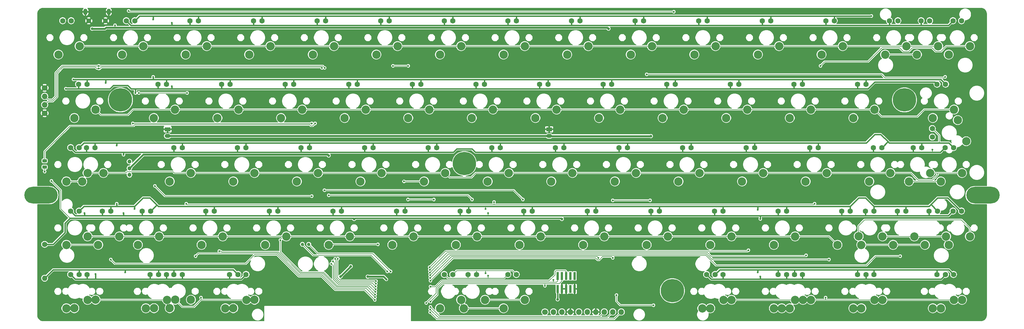
<source format=gbr>
%TF.GenerationSoftware,KiCad,Pcbnew,5.0.0*%
%TF.CreationDate,2018-08-13T13:33:07+12:00*%
%TF.ProjectId,keyboard,6B6579626F6172642E6B696361645F70,v0.1*%
%TF.SameCoordinates,PX3b67850PY3da05e0*%
%TF.FileFunction,Copper,L1,Top,Signal*%
%TF.FilePolarity,Positive*%
%FSLAX46Y46*%
G04 Gerber Fmt 4.6, Leading zero omitted, Abs format (unit mm)*
G04 Created by KiCad (PCBNEW 5.0.0) date Mon Aug 13 13:33:07 2018*
%MOMM*%
%LPD*%
G01*
G04 APERTURE LIST*
%ADD10R,0.740000X2.400000*%
%ADD11C,7.000000*%
%ADD12O,10.000000X5.000000*%
%ADD13C,1.700000*%
%ADD14O,1.700000X1.700000*%
%ADD15O,1.200000X1.900000*%
%ADD16C,1.450000*%
%ADD17C,1.000000*%
%ADD18C,1.600000*%
%ADD19O,1.600000X1.600000*%
%ADD20R,1.750000X1.200000*%
%ADD21O,1.750000X1.200000*%
%ADD22C,0.150000*%
%ADD23C,0.975000*%
%ADD24C,1.200000*%
%ADD25C,2.500000*%
%ADD26C,0.600000*%
%ADD27C,0.800000*%
%ADD28C,0.203200*%
%ADD29C,0.609600*%
%ADD30C,0.406400*%
G04 APERTURE END LIST*
D10*
X161230000Y-80750000D03*
X161230000Y-84650000D03*
X159960000Y-80750000D03*
X159960000Y-84650000D03*
X158690000Y-80750000D03*
X158690000Y-84650000D03*
X157420000Y-80750000D03*
X157420000Y-84650000D03*
X156150000Y-80750000D03*
X156150000Y-84650000D03*
D11*
X25199300Y-27900800D03*
D12*
X283541200Y-56501200D03*
X1410000Y-56501200D03*
D11*
X260049900Y-27900800D03*
X190499400Y-85200700D03*
X128200000Y-47000000D03*
D13*
X2480000Y-24280000D03*
D14*
X2480000Y-26820000D03*
X2480000Y-29360000D03*
D13*
X2480000Y-31900000D03*
X152340000Y-91590000D03*
D14*
X154880000Y-91590000D03*
X157420000Y-91590000D03*
X159960000Y-91590000D03*
X162500000Y-91590000D03*
X165040000Y-91590000D03*
X167580000Y-91590000D03*
X170120000Y-91590000D03*
X172660000Y-91590000D03*
X175200000Y-91590000D03*
D15*
X21710000Y-1442500D03*
X14710000Y-1442500D03*
D16*
X20710000Y-4142500D03*
X15710000Y-4142500D03*
D17*
X79696000Y-71270000D03*
X81596000Y-71270000D03*
D18*
X2480000Y-71270000D03*
D19*
X2480000Y-81430000D03*
D20*
X39310000Y-36726000D03*
D21*
X39310000Y-38726000D03*
D22*
G36*
X2960142Y-45716174D02*
X2983803Y-45719684D01*
X3007007Y-45725496D01*
X3029529Y-45733554D01*
X3051153Y-45743782D01*
X3071670Y-45756079D01*
X3090883Y-45770329D01*
X3108607Y-45786393D01*
X3124671Y-45804117D01*
X3138921Y-45823330D01*
X3151218Y-45843847D01*
X3161446Y-45865471D01*
X3169504Y-45887993D01*
X3175316Y-45911197D01*
X3178826Y-45934858D01*
X3180000Y-45958750D01*
X3180000Y-46446250D01*
X3178826Y-46470142D01*
X3175316Y-46493803D01*
X3169504Y-46517007D01*
X3161446Y-46539529D01*
X3151218Y-46561153D01*
X3138921Y-46581670D01*
X3124671Y-46600883D01*
X3108607Y-46618607D01*
X3090883Y-46634671D01*
X3071670Y-46648921D01*
X3051153Y-46661218D01*
X3029529Y-46671446D01*
X3007007Y-46679504D01*
X2983803Y-46685316D01*
X2960142Y-46688826D01*
X2936250Y-46690000D01*
X2023750Y-46690000D01*
X1999858Y-46688826D01*
X1976197Y-46685316D01*
X1952993Y-46679504D01*
X1930471Y-46671446D01*
X1908847Y-46661218D01*
X1888330Y-46648921D01*
X1869117Y-46634671D01*
X1851393Y-46618607D01*
X1835329Y-46600883D01*
X1821079Y-46581670D01*
X1808782Y-46561153D01*
X1798554Y-46539529D01*
X1790496Y-46517007D01*
X1784684Y-46493803D01*
X1781174Y-46470142D01*
X1780000Y-46446250D01*
X1780000Y-45958750D01*
X1781174Y-45934858D01*
X1784684Y-45911197D01*
X1790496Y-45887993D01*
X1798554Y-45865471D01*
X1808782Y-45843847D01*
X1821079Y-45823330D01*
X1835329Y-45804117D01*
X1851393Y-45786393D01*
X1869117Y-45770329D01*
X1888330Y-45756079D01*
X1908847Y-45743782D01*
X1930471Y-45733554D01*
X1952993Y-45725496D01*
X1976197Y-45719684D01*
X1999858Y-45716174D01*
X2023750Y-45715000D01*
X2936250Y-45715000D01*
X2960142Y-45716174D01*
X2960142Y-45716174D01*
G37*
D23*
X2480000Y-46202500D03*
D22*
G36*
X2960142Y-47591174D02*
X2983803Y-47594684D01*
X3007007Y-47600496D01*
X3029529Y-47608554D01*
X3051153Y-47618782D01*
X3071670Y-47631079D01*
X3090883Y-47645329D01*
X3108607Y-47661393D01*
X3124671Y-47679117D01*
X3138921Y-47698330D01*
X3151218Y-47718847D01*
X3161446Y-47740471D01*
X3169504Y-47762993D01*
X3175316Y-47786197D01*
X3178826Y-47809858D01*
X3180000Y-47833750D01*
X3180000Y-48321250D01*
X3178826Y-48345142D01*
X3175316Y-48368803D01*
X3169504Y-48392007D01*
X3161446Y-48414529D01*
X3151218Y-48436153D01*
X3138921Y-48456670D01*
X3124671Y-48475883D01*
X3108607Y-48493607D01*
X3090883Y-48509671D01*
X3071670Y-48523921D01*
X3051153Y-48536218D01*
X3029529Y-48546446D01*
X3007007Y-48554504D01*
X2983803Y-48560316D01*
X2960142Y-48563826D01*
X2936250Y-48565000D01*
X2023750Y-48565000D01*
X1999858Y-48563826D01*
X1976197Y-48560316D01*
X1952993Y-48554504D01*
X1930471Y-48546446D01*
X1908847Y-48536218D01*
X1888330Y-48523921D01*
X1869117Y-48509671D01*
X1851393Y-48493607D01*
X1835329Y-48475883D01*
X1821079Y-48456670D01*
X1808782Y-48436153D01*
X1798554Y-48414529D01*
X1790496Y-48392007D01*
X1784684Y-48368803D01*
X1781174Y-48345142D01*
X1780000Y-48321250D01*
X1780000Y-47833750D01*
X1781174Y-47809858D01*
X1784684Y-47786197D01*
X1790496Y-47762993D01*
X1798554Y-47740471D01*
X1808782Y-47718847D01*
X1821079Y-47698330D01*
X1835329Y-47679117D01*
X1851393Y-47661393D01*
X1869117Y-47645329D01*
X1888330Y-47631079D01*
X1908847Y-47618782D01*
X1930471Y-47608554D01*
X1952993Y-47600496D01*
X1976197Y-47594684D01*
X1999858Y-47591174D01*
X2023750Y-47590000D01*
X2936250Y-47590000D01*
X2960142Y-47591174D01*
X2960142Y-47591174D01*
G37*
D23*
X2480000Y-48077500D03*
D18*
X17562520Y-42220020D03*
X15022520Y-42220020D03*
D21*
X153610000Y-38726000D03*
D20*
X153610000Y-36726000D03*
D24*
X27880000Y-46410000D03*
X27880000Y-48410000D03*
X27880000Y-50410000D03*
D18*
X15180000Y-80318750D03*
X274736250Y-42218750D03*
X272196250Y-42218750D03*
X268386250Y-39043750D03*
X268386250Y-36503750D03*
X265052500Y-4118750D03*
X267592500Y-4118750D03*
X12798750Y-61268750D03*
X10258750Y-61268750D03*
X12800020Y-42220020D03*
X10260020Y-42220020D03*
X43755000Y-42218750D03*
X41215000Y-42218750D03*
X62805000Y-42218750D03*
X60265000Y-42218750D03*
X81855000Y-42218750D03*
X79315000Y-42218750D03*
X58042500Y-23168750D03*
X55502500Y-23168750D03*
X274577500Y-61268750D03*
X277117500Y-61268750D03*
X248383750Y-61268750D03*
X250923750Y-61268750D03*
X241240000Y-61268750D03*
X243780000Y-61268750D03*
X257908750Y-61268750D03*
X260448750Y-61268750D03*
X212665000Y-42218750D03*
X215205000Y-42218750D03*
X53280000Y-61268750D03*
X50740000Y-61268750D03*
X34230000Y-61268750D03*
X31690000Y-61268750D03*
X22323750Y-61268750D03*
X19783750Y-61268750D03*
X148530000Y-61268750D03*
X145990000Y-61268750D03*
X129480000Y-61268750D03*
X126940000Y-61268750D03*
X110430000Y-61268750D03*
X107890000Y-61268750D03*
X91380000Y-61268750D03*
X88840000Y-61268750D03*
X231715000Y-42218750D03*
X234255000Y-42218750D03*
X72330000Y-61268750D03*
X69790000Y-61268750D03*
X196155000Y-42218750D03*
X193615000Y-42218750D03*
X177105000Y-42218750D03*
X174565000Y-42218750D03*
X265211250Y-42218750D03*
X262671250Y-42218750D03*
X250765000Y-42218750D03*
X253305000Y-42218750D03*
X167580000Y-61268750D03*
X165040000Y-61268750D03*
X186630000Y-61268750D03*
X184090000Y-61268750D03*
X203140000Y-61268750D03*
X205680000Y-61268750D03*
X222190000Y-61268750D03*
X224730000Y-61268750D03*
X274577500Y-4118750D03*
X277117500Y-4118750D03*
X131861250Y-80318750D03*
X129321250Y-80318750D03*
X236477500Y-4118750D03*
X239017500Y-4118750D03*
X115192500Y-23168750D03*
X112652500Y-23168750D03*
X96142500Y-23168750D03*
X93602500Y-23168750D03*
X217427500Y-4118750D03*
X219967500Y-4118750D03*
X198377500Y-4118750D03*
X200917500Y-4118750D03*
X181867500Y-4118750D03*
X179327500Y-4118750D03*
X162817500Y-4118750D03*
X160277500Y-4118750D03*
X255527500Y-4118750D03*
X258067500Y-4118750D03*
X134242500Y-23168750D03*
X131702500Y-23168750D03*
X67567500Y-4118750D03*
X65027500Y-4118750D03*
X48517500Y-4118750D03*
X45977500Y-4118750D03*
X29467500Y-4118750D03*
X26927500Y-4118750D03*
X143767500Y-4118750D03*
X141227500Y-4118750D03*
X124717500Y-4118750D03*
X122177500Y-4118750D03*
X105667500Y-4118750D03*
X103127500Y-4118750D03*
X86617500Y-4118750D03*
X84077500Y-4118750D03*
X153292500Y-23168750D03*
X150752500Y-23168750D03*
X15180000Y-23168750D03*
X12640000Y-23168750D03*
X38992500Y-23168750D03*
X36452500Y-23168750D03*
X77092500Y-23168750D03*
X74552500Y-23168750D03*
X246002500Y-23168750D03*
X248542500Y-23168750D03*
X269815000Y-23168750D03*
X272355000Y-23168750D03*
X172342500Y-23168750D03*
X169802500Y-23168750D03*
X191392500Y-23168750D03*
X188852500Y-23168750D03*
X207902500Y-23168750D03*
X210442500Y-23168750D03*
X226952500Y-23168750D03*
X229492500Y-23168750D03*
X100905000Y-42218750D03*
X98365000Y-42218750D03*
X119955000Y-42218750D03*
X117415000Y-42218750D03*
X139005000Y-42218750D03*
X136465000Y-42218750D03*
X158055000Y-42218750D03*
X155515000Y-42218750D03*
X143767500Y-80318750D03*
X141227500Y-80318750D03*
X124717500Y-80318750D03*
X122177500Y-80318750D03*
X267433750Y-61268750D03*
X269973750Y-61268750D03*
D25*
X20102520Y-49840020D03*
X13752520Y-52380020D03*
X203457500Y-11740020D03*
X197107500Y-14280020D03*
X98682500Y-30790020D03*
X92332500Y-33330020D03*
X117732500Y-30790020D03*
X111382500Y-33330020D03*
X155832500Y-30790020D03*
X149482500Y-33330020D03*
X174882500Y-30790020D03*
X168532500Y-33330020D03*
X193932500Y-30790020D03*
X187582500Y-33330020D03*
X212982500Y-30790020D03*
X206632500Y-33330020D03*
X232032500Y-30790020D03*
X225682500Y-33330020D03*
X274895000Y-30788750D03*
X268545000Y-33328750D03*
X46295000Y-49840020D03*
X39945000Y-52380020D03*
X65345000Y-49840020D03*
X58995000Y-52380020D03*
X84395000Y-49840020D03*
X78045000Y-52380020D03*
X103445000Y-49840020D03*
X97095000Y-52380020D03*
X122495000Y-49840020D03*
X116145000Y-52380020D03*
X141545000Y-49840020D03*
X135195000Y-52380020D03*
X160595000Y-49840020D03*
X154245000Y-52380020D03*
X51057500Y-11740020D03*
X44707500Y-14280020D03*
X63757500Y-14280020D03*
X70107500Y-11740020D03*
X108207500Y-11740020D03*
X101857500Y-14280020D03*
X127257500Y-11740020D03*
X120907500Y-14280020D03*
X146307500Y-11740020D03*
X139957500Y-14280020D03*
X165357500Y-11740020D03*
X159007500Y-14280020D03*
X222507500Y-11740020D03*
X216157500Y-14280020D03*
X241557500Y-11740020D03*
X235207500Y-14280020D03*
X270132500Y-11740020D03*
X263782500Y-14280020D03*
X17720000Y-30790020D03*
X11370000Y-33330020D03*
X41532500Y-30790020D03*
X35182500Y-33330020D03*
X60582500Y-30790020D03*
X54232500Y-33330020D03*
X79632500Y-30790020D03*
X73282500Y-33330020D03*
X262990020Y-68890020D03*
X256640020Y-71430020D03*
X15338750Y-87938750D03*
X8988750Y-90478750D03*
X62963750Y-87938750D03*
X56613750Y-90478750D03*
X134401250Y-87938750D03*
X128051250Y-90478750D03*
X205838750Y-87938750D03*
X199488750Y-90478750D03*
X229651250Y-87938750D03*
X223301250Y-90478750D03*
X253463750Y-87938750D03*
X247113750Y-90478750D03*
X277276250Y-87938750D03*
X270926250Y-90478750D03*
X179645000Y-49840020D03*
X173295000Y-52380020D03*
X198695000Y-49840020D03*
X192345000Y-52380020D03*
X236795000Y-49840020D03*
X230445000Y-52380020D03*
X267751250Y-49838750D03*
X261401250Y-52378750D03*
X24863750Y-68888750D03*
X18513750Y-71428750D03*
X55820000Y-68890020D03*
X49470000Y-71430020D03*
X74870000Y-68890020D03*
X68520000Y-71430020D03*
X112970000Y-68890020D03*
X106620000Y-71430020D03*
X132020000Y-68890020D03*
X125670000Y-71430020D03*
X151070000Y-68890020D03*
X144720000Y-71430020D03*
X170120000Y-68890020D03*
X163770000Y-71430020D03*
X189170000Y-68890020D03*
X182820000Y-71430020D03*
X208220000Y-68890020D03*
X201870000Y-71430020D03*
X227270000Y-68890020D03*
X220920000Y-71430020D03*
X39151250Y-87938750D03*
X32801250Y-90478750D03*
X93920000Y-68890020D03*
X87570000Y-71430020D03*
X89157500Y-11740020D03*
X82807500Y-14280020D03*
X184407500Y-11740020D03*
X178057500Y-14280020D03*
X251082500Y-30790020D03*
X244732500Y-33330020D03*
X136782500Y-30790020D03*
X130432500Y-33330020D03*
X217745000Y-49840020D03*
X211395000Y-52380020D03*
D18*
X10417500Y-4118750D03*
X7877500Y-4118750D03*
D25*
X270926250Y-52378750D03*
X277276250Y-49838750D03*
X227270000Y-87938750D03*
X220920000Y-90478750D03*
X36770000Y-68890020D03*
X30420000Y-71430020D03*
X279657500Y-68888750D03*
X273307500Y-71428750D03*
X17720000Y-87907000D03*
X11370000Y-90447000D03*
X46295000Y-87907000D03*
X39945000Y-90447000D03*
X41596000Y-87907000D03*
X35246000Y-90447000D03*
X208220000Y-87938750D03*
X201870000Y-90478750D03*
X232032500Y-87938750D03*
X225682500Y-90478750D03*
X65345000Y-87907000D03*
X58995000Y-90447000D03*
X251082500Y-87938750D03*
X244732500Y-90478750D03*
X274895000Y-87938750D03*
X268545000Y-90478750D03*
X146307500Y-87940020D03*
X139957500Y-90480020D03*
X127257500Y-87938750D03*
X120907500Y-90478750D03*
X15340020Y-68890020D03*
X8990020Y-71430020D03*
X272513750Y-68888750D03*
X266163750Y-71428750D03*
X15340020Y-49840020D03*
X8990020Y-52380020D03*
X260607500Y-11738750D03*
X254257500Y-14278750D03*
X279657500Y-11738750D03*
X273307500Y-14278750D03*
X32007500Y-11738750D03*
X25657500Y-14278750D03*
X12957500Y-11738750D03*
X6607500Y-14278750D03*
X276006250Y-33963750D03*
X278546250Y-40313750D03*
X253463750Y-68888750D03*
X247113750Y-71428750D03*
X246320000Y-68831600D03*
X239970000Y-71428750D03*
X255845000Y-49840020D03*
X249495000Y-52380020D03*
D18*
X12798750Y-80318750D03*
X10258750Y-80318750D03*
X36611250Y-80318750D03*
X34071250Y-80318750D03*
X38992500Y-80318750D03*
X43755000Y-80318750D03*
X41215000Y-80318750D03*
X60423750Y-80318750D03*
X57883750Y-80318750D03*
X62805000Y-80318750D03*
X200758750Y-80318750D03*
X203298750Y-80318750D03*
X205680000Y-80318750D03*
X229492500Y-80318750D03*
X224730000Y-80318750D03*
X222190000Y-80318750D03*
X227111250Y-80318750D03*
X246002500Y-80318750D03*
X248542500Y-80318750D03*
X250923750Y-80318750D03*
X274736250Y-80318750D03*
X272355000Y-80318750D03*
X269815000Y-80318750D03*
D26*
X172660000Y-84605000D03*
X172660000Y-85875000D03*
X172660000Y-83335000D03*
X95199654Y-79144000D03*
X85030000Y-19200000D03*
X86960400Y-19200000D03*
X19091600Y-16914000D03*
X15942000Y-5484000D03*
X18837600Y-5484000D03*
X170120000Y-82700000D03*
X170120000Y-84605000D03*
X170120000Y-85875000D03*
X175200000Y-83335000D03*
X111573000Y-81938000D03*
X104207000Y-89304000D03*
X114113000Y-92479000D03*
X111573000Y-89304000D03*
X107890000Y-89304000D03*
X105858000Y-87272000D03*
X109922000Y-87272000D03*
X107890000Y-85240000D03*
X104334000Y-85240000D03*
X111446000Y-85240000D03*
X101794000Y-89304000D03*
X113986000Y-81049000D03*
X103318000Y-80160000D03*
X85030000Y-73302000D03*
X17212000Y-7770000D03*
X28896000Y-36726000D03*
X52772000Y-47140000D03*
X100270000Y-73302000D03*
X104080000Y-79398000D03*
X175200000Y-85875000D03*
X177740000Y-85240000D03*
X266640000Y-1420000D03*
X177740000Y-86510000D03*
X108144000Y-78382000D03*
X166310000Y-63650000D03*
X87824000Y-79652000D03*
X21530000Y-71778000D03*
X158690000Y-86510000D03*
X260290000Y-36980000D03*
X217110000Y-57300000D03*
X209490000Y-36980000D03*
X209490000Y-14120000D03*
X151070000Y-16660000D03*
X6290000Y-34440000D03*
X172660000Y-82065000D03*
X172660000Y-87145000D03*
X57090000Y-14120000D03*
X19752000Y-18692000D03*
X69790000Y-77620000D03*
X69790000Y-87780000D03*
X82490000Y-36980000D03*
X181550000Y-36980000D03*
X170120000Y-81430000D03*
X168850000Y-82700000D03*
X96215654Y-80160000D03*
X101387600Y-87983200D03*
X22292000Y-75842000D03*
X101438400Y-87170400D03*
X47692000Y-74826000D03*
X30674000Y-25804000D03*
X45152000Y-25804000D03*
X54804000Y-73302000D03*
X101489200Y-86357600D03*
X101540000Y-85544800D03*
X73092000Y-70000000D03*
X111319000Y-57808000D03*
X119066000Y-57808000D03*
X87570000Y-56538000D03*
X130496000Y-57808000D03*
X101743200Y-82293600D03*
X90313200Y-75588000D03*
X145736000Y-57808000D03*
X86300000Y-55014000D03*
X101692400Y-83106400D03*
X89500400Y-75638800D03*
X168342000Y-75334000D03*
X117999200Y-81379200D03*
X272228000Y-20978000D03*
X182820000Y-20216000D03*
X172660000Y-75334000D03*
X118050000Y-82192000D03*
X183836000Y-58062000D03*
X172660000Y-58062000D03*
X213300000Y-73048000D03*
X117796000Y-78128000D03*
X117846800Y-78940800D03*
X230572000Y-74572000D03*
X237430000Y-75842000D03*
X117897600Y-79753600D03*
X258766000Y-74826000D03*
X117948400Y-80566400D03*
X49317600Y-87272000D03*
X44898000Y-59078000D03*
X234890000Y-17676000D03*
X236414000Y-87272000D03*
X137100000Y-58570000D03*
X233112000Y-59078000D03*
D27*
X156150000Y-87780000D03*
D26*
X4512000Y-52220000D03*
X104842000Y-81811000D03*
D27*
X99254000Y-80972800D03*
X95190000Y-63650000D03*
X157420000Y-63650000D03*
X184090000Y-38758000D03*
D26*
X118050000Y-83970000D03*
X173777600Y-86510000D03*
X190948000Y-1420000D03*
X27626000Y-1166000D03*
X184852000Y-89558000D03*
D27*
X171390000Y-6500000D03*
X16704000Y-6500000D03*
D26*
X23562000Y-5484000D03*
X85538000Y-18285600D03*
X18685200Y-18488800D03*
X18685200Y-17676000D03*
X86350800Y-18285600D03*
X118050000Y-88491200D03*
X152340000Y-83716000D03*
X116780000Y-88897600D03*
X154880000Y-81938000D03*
D27*
X87570000Y-44600000D03*
X94174000Y-77874000D03*
X91126000Y-80922000D03*
D26*
X250130000Y-2690000D03*
X24070000Y-41552000D03*
X29404000Y-60602000D03*
X20768000Y-22756000D03*
X34992000Y-20978000D03*
X34992000Y-3706000D03*
X134560000Y-79906000D03*
X134560000Y-60602000D03*
X216094000Y-79652000D03*
X216094000Y-60856000D03*
X11116000Y-21740000D03*
X26610000Y-79652000D03*
X24070000Y-59078000D03*
X2480000Y-49426000D03*
X83506000Y-34948000D03*
X28896000Y-34948000D03*
X82490000Y-34948000D03*
X101590800Y-84732000D03*
X88332000Y-77112000D03*
X82490000Y-56792000D03*
X35500000Y-53744000D03*
X111395200Y-17676000D03*
X106823200Y-17676000D03*
X110125200Y-52372400D03*
X102302000Y-71270000D03*
X14418000Y-61872000D03*
X17720000Y-80160000D03*
X26102000Y-61872000D03*
X29658000Y-25804000D03*
X40580000Y-23772000D03*
X40580000Y-4722000D03*
X135322000Y-61872000D03*
X135322000Y-80668000D03*
X216856000Y-80922000D03*
X216856000Y-63650000D03*
X8830000Y-24534000D03*
X268418000Y-42822000D03*
X26102000Y-44346000D03*
X101641600Y-83919200D03*
X88840000Y-76350000D03*
X105096000Y-79398000D03*
X118050000Y-90066000D03*
X117999200Y-90878800D03*
X117948400Y-91691600D03*
X106112000Y-79398000D03*
D28*
X140300400Y-81836400D02*
X123130000Y-81836400D01*
X22292000Y-75842000D02*
X23562000Y-77112000D01*
X23562000Y-77112000D02*
X62678000Y-77112000D01*
X62678000Y-77112000D02*
X65421200Y-74368800D01*
X72076000Y-74368800D02*
X65421200Y-74368800D01*
X98339600Y-84935200D02*
X89500400Y-84935200D01*
X89500400Y-84935200D02*
X85436400Y-80871200D01*
X85436400Y-80871200D02*
X78578400Y-80871200D01*
X78578400Y-80871200D02*
X72076000Y-74368800D01*
X98339600Y-84935200D02*
X101387600Y-87983200D01*
X30674000Y-25804000D02*
X45152000Y-25804000D01*
X98796800Y-84528800D02*
X89703600Y-84528800D01*
X89703600Y-84528800D02*
X85639600Y-80464800D01*
X85639600Y-80464800D02*
X78781600Y-80464800D01*
X78781600Y-80464800D02*
X72279200Y-73962400D01*
X48555600Y-73962400D02*
X47692000Y-74826000D01*
X72279200Y-73962400D02*
X48555600Y-73962400D01*
X98796800Y-84528800D02*
X101438400Y-87170400D01*
X54804000Y-73302000D02*
X55312000Y-73302000D01*
X55566000Y-73556000D02*
X72482400Y-73556000D01*
X55312000Y-73302000D02*
X55566000Y-73556000D01*
X89906800Y-84122400D02*
X85842800Y-80058400D01*
X78984800Y-80058400D02*
X72482400Y-73556000D01*
X85842800Y-80058400D02*
X78984800Y-80058400D01*
X99254000Y-84122400D02*
X89906800Y-84122400D01*
X99254000Y-84122400D02*
X101489200Y-86357600D01*
X86046000Y-79652000D02*
X90110000Y-83716000D01*
X99711200Y-83716000D02*
X101540000Y-85544800D01*
X79188000Y-79652000D02*
X86046000Y-79652000D01*
X73092000Y-70000000D02*
X73092000Y-73556000D01*
X90110000Y-83716000D02*
X99711200Y-83716000D01*
X73092000Y-73556000D02*
X79188000Y-79652000D01*
X111319000Y-57808000D02*
X119066000Y-57808000D01*
X130496000Y-57808000D02*
X129226000Y-56538000D01*
X129226000Y-56538000D02*
X87570000Y-56538000D01*
X90110000Y-75791200D02*
X90313200Y-75588000D01*
X90110000Y-81176000D02*
X90110000Y-75791200D01*
X91024400Y-82090400D02*
X90110000Y-81176000D01*
X101743200Y-82293600D02*
X101540000Y-82090400D01*
X101540000Y-82090400D02*
X91024400Y-82090400D01*
X145736000Y-57808000D02*
X142942000Y-55014000D01*
X86300000Y-55014000D02*
X86046000Y-55014000D01*
X142942000Y-55014000D02*
X86300000Y-55014000D01*
X89703600Y-81379200D02*
X89703600Y-75842000D01*
X89703600Y-75842000D02*
X89500400Y-75638800D01*
X90821200Y-82496800D02*
X89703600Y-81379200D01*
X101692400Y-83106400D02*
X101082800Y-82496800D01*
X101082800Y-82496800D02*
X90821200Y-82496800D01*
X168342000Y-75334000D02*
X167986400Y-74978400D01*
X124400000Y-74978400D02*
X117999200Y-81379200D01*
X167986400Y-74978400D02*
X124400000Y-74978400D01*
X183836000Y-58062000D02*
X172660000Y-58062000D01*
X124857200Y-75384800D02*
X167529200Y-75384800D01*
X168088000Y-75943600D02*
X168646800Y-75943600D01*
X118050000Y-82192000D02*
X124857200Y-75384800D01*
X168646800Y-75943600D02*
X169612000Y-74978400D01*
X172304400Y-74978400D02*
X172660000Y-75334000D01*
X167529200Y-75384800D02*
X168088000Y-75943600D01*
X169612000Y-74978400D02*
X172304400Y-74978400D01*
X271974000Y-21232000D02*
X272228000Y-20978000D01*
X254194000Y-21232000D02*
X271974000Y-21232000D01*
X182820000Y-20216000D02*
X253178000Y-20216000D01*
X253178000Y-20216000D02*
X254194000Y-21232000D01*
X212995200Y-73352800D02*
X213300000Y-73048000D01*
X122571200Y-73352800D02*
X117796000Y-78128000D01*
X212995200Y-73352800D02*
X122571200Y-73352800D01*
X202073200Y-74826000D02*
X201006400Y-73759200D01*
X230572000Y-74572000D02*
X230318000Y-74826000D01*
X230318000Y-74826000D02*
X202073200Y-74826000D01*
X123028400Y-73759200D02*
X117846800Y-78940800D01*
X201006400Y-73759200D02*
X123028400Y-73759200D01*
X237430000Y-75842000D02*
X202479600Y-75842000D01*
X202479600Y-75842000D02*
X200803200Y-74165600D01*
X123485600Y-74165600D02*
X117897600Y-79753600D01*
X200803200Y-74165600D02*
X123485600Y-74165600D01*
X258766000Y-74826000D02*
X251400000Y-74826000D01*
X251400000Y-74826000D02*
X248606000Y-77620000D01*
X248606000Y-77620000D02*
X203648000Y-77620000D01*
X203648000Y-77620000D02*
X200600000Y-74572000D01*
X124806400Y-74572000D02*
X123942800Y-74572000D01*
X123942800Y-74572000D02*
X117948400Y-80566400D01*
X124806400Y-74572000D02*
X124273000Y-74572000D01*
X200600000Y-74572000D02*
X124806400Y-74572000D01*
X41564250Y-87938750D02*
X41596000Y-87907000D01*
X15338750Y-87938750D02*
X41564250Y-87938750D01*
X62963750Y-87938750D02*
X49311250Y-87938750D01*
X49311250Y-87938750D02*
X47184000Y-90066000D01*
X43755000Y-90066000D02*
X41596000Y-87907000D01*
X47184000Y-90066000D02*
X43755000Y-90066000D01*
X146306230Y-87938750D02*
X146307500Y-87940020D01*
X134401250Y-87938750D02*
X146306230Y-87938750D01*
X49311250Y-87938750D02*
X49311250Y-87278350D01*
X49311250Y-87278350D02*
X49317600Y-87272000D01*
X236414000Y-87938750D02*
X236414000Y-87272000D01*
X236414000Y-87938750D02*
X277276250Y-87938750D01*
X205838750Y-87938750D02*
X236414000Y-87938750D01*
X65313250Y-87938750D02*
X65345000Y-87907000D01*
X62963750Y-87938750D02*
X65313250Y-87938750D01*
X137100000Y-58570000D02*
X137100000Y-59332000D01*
X137100000Y-59332000D02*
X45152000Y-59332000D01*
X137100000Y-59332000D02*
X232858000Y-59332000D01*
X39151250Y-89653250D02*
X39945000Y-90447000D01*
X39151250Y-87938750D02*
X39151250Y-89653250D01*
X236160000Y-16406000D02*
X234890000Y-17676000D01*
X253330400Y-12189600D02*
X249114000Y-16406000D01*
X258512000Y-12189600D02*
X253330400Y-12189600D01*
X261306000Y-13358000D02*
X259680400Y-13358000D01*
X279657500Y-11738750D02*
X272577250Y-11738750D01*
X270958000Y-13358000D02*
X269434000Y-13358000D01*
X259680400Y-13358000D02*
X258512000Y-12189600D01*
X272577250Y-11738750D02*
X270958000Y-13358000D01*
X268265600Y-12189600D02*
X262474400Y-12189600D01*
X269434000Y-13358000D02*
X268265600Y-12189600D01*
X249114000Y-16406000D02*
X236160000Y-16406000D01*
X262474400Y-12189600D02*
X261306000Y-13358000D01*
X45152000Y-59332000D02*
X44898000Y-59078000D01*
X232858000Y-59332000D02*
X233112000Y-59078000D01*
X46295000Y-49840020D02*
X122495000Y-49840020D01*
X141545000Y-49840020D02*
X255845000Y-49840020D01*
X141545000Y-49840020D02*
X131605980Y-49840020D01*
X131605980Y-49840020D02*
X130242000Y-51204000D01*
X123858980Y-51204000D02*
X122495000Y-49840020D01*
X130242000Y-51204000D02*
X123858980Y-51204000D01*
X20102520Y-49840020D02*
X15340020Y-49840020D01*
X20102520Y-49840020D02*
X26703980Y-49840020D01*
X26703980Y-49840020D02*
X27118000Y-49426000D01*
X40927980Y-49426000D02*
X41342000Y-49840020D01*
X27118000Y-49426000D02*
X40927980Y-49426000D01*
X46295000Y-49840020D02*
X41342000Y-49840020D01*
X277276250Y-49838750D02*
X269942000Y-49838750D01*
X269942000Y-50442000D02*
X269942000Y-49838750D01*
X268418000Y-51966000D02*
X269942000Y-50442000D01*
X264100000Y-51966000D02*
X268418000Y-51966000D01*
X255845000Y-49840020D02*
X261974020Y-49840020D01*
X261974020Y-49840020D02*
X264100000Y-51966000D01*
X269942000Y-49838750D02*
X268983150Y-49838750D01*
X15340020Y-68890020D02*
X227270000Y-68890020D01*
X237431270Y-68890020D02*
X239970000Y-71428750D01*
X227270000Y-68890020D02*
X237431270Y-68890020D01*
X272513750Y-68888750D02*
X253463750Y-68888750D01*
X272513750Y-70635000D02*
X273307500Y-71428750D01*
X272513750Y-68888750D02*
X272513750Y-70635000D01*
X270131230Y-11738750D02*
X270132500Y-11740020D01*
X12957500Y-11738750D02*
X270131230Y-11738750D01*
X41532500Y-30790020D02*
X251082500Y-30790020D01*
X274895000Y-30788750D02*
X265973250Y-30788750D01*
X265973250Y-30788750D02*
X263846000Y-32916000D01*
X253208480Y-32916000D02*
X251082500Y-30790020D01*
X263846000Y-32916000D02*
X253208480Y-32916000D01*
X19337980Y-32408000D02*
X17720000Y-30790020D01*
X41532500Y-30790020D02*
X28989980Y-30790020D01*
X27372000Y-32408000D02*
X19337980Y-32408000D01*
X28989980Y-30790020D02*
X27372000Y-32408000D01*
D29*
X104003800Y-80972800D02*
X104842000Y-81811000D01*
X99254000Y-80972800D02*
X104003800Y-80972800D01*
D30*
X95444000Y-63396000D02*
X95190000Y-63650000D01*
X157420000Y-63650000D02*
X157166000Y-63396000D01*
X157166000Y-63396000D02*
X95444000Y-63396000D01*
X95190000Y-63650000D02*
X94936000Y-63396000D01*
X94936000Y-63396000D02*
X10100000Y-63396000D01*
X10100000Y-63396000D02*
X8576000Y-64920000D01*
X8576000Y-64920000D02*
X8576000Y-67714000D01*
X156150000Y-84650000D02*
X156150000Y-87780000D01*
X2480000Y-71270000D02*
X5020000Y-71270000D01*
X5020000Y-71270000D02*
X8576000Y-67714000D01*
D28*
X4512000Y-52220000D02*
X7306000Y-55014000D01*
X7306000Y-55014000D02*
X7306000Y-60602000D01*
X10100000Y-63396000D02*
X7306000Y-60602000D01*
D29*
X153610000Y-38726000D02*
X39310000Y-38726000D01*
X153642000Y-38758000D02*
X153610000Y-38726000D01*
X184090000Y-38758000D02*
X153642000Y-38758000D01*
D28*
X158690000Y-80750000D02*
X158690000Y-79906000D01*
X119574000Y-83970000D02*
X118050000Y-83970000D01*
X121301200Y-82242800D02*
X119574000Y-83970000D01*
X153559200Y-82242800D02*
X121301200Y-82242800D01*
X158690000Y-80750000D02*
X158690000Y-79398000D01*
X155388000Y-80414000D02*
X153559200Y-82242800D01*
X158690000Y-79398000D02*
X158436000Y-79144000D01*
X158436000Y-79144000D02*
X155642000Y-79144000D01*
X155388000Y-79398000D02*
X155388000Y-80414000D01*
X155642000Y-79144000D02*
X155388000Y-79398000D01*
X190948000Y-1420000D02*
X27880000Y-1420000D01*
X173777600Y-86510000D02*
X173777600Y-88389600D01*
X173777600Y-88389600D02*
X174946000Y-89558000D01*
X174946000Y-89558000D02*
X184852000Y-89558000D01*
X27626000Y-1166000D02*
X27880000Y-1420000D01*
D29*
X171085200Y-6195200D02*
X171390000Y-6500000D01*
X16704000Y-6500000D02*
X20514000Y-6500000D01*
X20514000Y-6500000D02*
X20818800Y-6195200D01*
X20818800Y-6195200D02*
X23562000Y-6195200D01*
D28*
X23562000Y-5484000D02*
X23562000Y-6195200D01*
D29*
X23562000Y-6195200D02*
X171085200Y-6195200D01*
D28*
X18685200Y-18488800D02*
X19091600Y-18488800D01*
X19091600Y-18488800D02*
X19497990Y-18082410D01*
X19497990Y-18082410D02*
X85537990Y-18082410D01*
X85537990Y-18082410D02*
X85538000Y-18082420D01*
X85538000Y-18082420D02*
X85538000Y-18285600D01*
X18075600Y-18488800D02*
X17669200Y-18082400D01*
X18685200Y-18488800D02*
X18075600Y-18488800D01*
X17669200Y-18082400D02*
X8017200Y-18082400D01*
X8017200Y-18082400D02*
X6188400Y-19911200D01*
X4969200Y-28293200D02*
X6188400Y-27074000D01*
X3546800Y-28293200D02*
X4969200Y-28293200D01*
X2480000Y-29360000D02*
X3546800Y-28293200D01*
X6188400Y-19911200D02*
X6188400Y-27074000D01*
X86452400Y-18184000D02*
X86350800Y-18285600D01*
X86350800Y-18234800D02*
X85792000Y-17676000D01*
X18685200Y-17676000D02*
X85792000Y-17676000D01*
X86350800Y-18285600D02*
X86350800Y-18234800D01*
X18685200Y-17676000D02*
X7814000Y-17676000D01*
X7814000Y-17676000D02*
X5782000Y-19708000D01*
X2480000Y-26820000D02*
X3546800Y-27886800D01*
X3546800Y-27886800D02*
X4766000Y-27886800D01*
X4766000Y-27886800D02*
X5782000Y-26870800D01*
X5782000Y-19708000D02*
X5782000Y-26870800D01*
X157420000Y-82293600D02*
X157420000Y-80750000D01*
X156658000Y-83055600D02*
X157420000Y-82293600D01*
X151527200Y-83055600D02*
X151679600Y-83055600D01*
X152340000Y-83716000D02*
X152340000Y-83055600D01*
X151679600Y-83055600D02*
X152340000Y-83055600D01*
X152340000Y-83055600D02*
X156658000Y-83055600D01*
X120132800Y-86408400D02*
X118050000Y-88491200D01*
X120132800Y-84630400D02*
X120132800Y-86408400D01*
X151679600Y-83055600D02*
X121707600Y-83055600D01*
X121707600Y-83055600D02*
X120132800Y-84630400D01*
X155794400Y-82649200D02*
X156150000Y-82293600D01*
X156150000Y-82293600D02*
X156150000Y-80750000D01*
X154880000Y-81938000D02*
X154880000Y-82649200D01*
X154880000Y-82649200D02*
X155794400Y-82649200D01*
X119726400Y-85951200D02*
X116780000Y-88897600D01*
X119726400Y-84427200D02*
X119726400Y-85951200D01*
X154880000Y-82649200D02*
X121504400Y-82649200D01*
X121504400Y-82649200D02*
X119726400Y-84427200D01*
D29*
X94174000Y-77874000D02*
X91126000Y-80922000D01*
X87265200Y-44295200D02*
X87570000Y-44600000D01*
X27880000Y-48410000D02*
X31994800Y-44295200D01*
X31994800Y-44295200D02*
X87265200Y-44295200D01*
D30*
X53280000Y-59840000D02*
X36516000Y-59840000D01*
X33976000Y-57300000D02*
X31944000Y-57300000D01*
X31944000Y-57300000D02*
X29404000Y-59840000D01*
X48517500Y-4118750D02*
X48517500Y-2702700D01*
X48517500Y-2702700D02*
X48504800Y-2690000D01*
X67567500Y-4118750D02*
X67567500Y-2702700D01*
X48504800Y-2690000D02*
X67554800Y-2690000D01*
X67567500Y-2702700D02*
X67554800Y-2690000D01*
X86617500Y-2702700D02*
X86604800Y-2690000D01*
X86617500Y-4118750D02*
X86617500Y-2702700D01*
X67554800Y-2690000D02*
X86604800Y-2690000D01*
X105667500Y-2702700D02*
X105654800Y-2690000D01*
X86604800Y-2690000D02*
X105654800Y-2690000D01*
X105667500Y-4118750D02*
X105667500Y-2702700D01*
X124717500Y-2702700D02*
X124704800Y-2690000D01*
X124717500Y-4118750D02*
X124717500Y-2702700D01*
X105654800Y-2690000D02*
X124704800Y-2690000D01*
X143767500Y-2702700D02*
X143754800Y-2690000D01*
X143767500Y-4118750D02*
X143767500Y-2702700D01*
X124704800Y-2690000D02*
X143754800Y-2690000D01*
X162817500Y-2702700D02*
X162804800Y-2690000D01*
X162817500Y-4118750D02*
X162817500Y-2702700D01*
X143754800Y-2690000D02*
X162804800Y-2690000D01*
X181867500Y-2728100D02*
X181905600Y-2690000D01*
X181867500Y-4118750D02*
X181867500Y-2728100D01*
X162804800Y-2690000D02*
X181905600Y-2690000D01*
X200917500Y-2702700D02*
X200904800Y-2690000D01*
X200917500Y-4118750D02*
X200917500Y-2702700D01*
X181905600Y-2690000D02*
X200904800Y-2690000D01*
X219967500Y-2702700D02*
X219954800Y-2690000D01*
X219967500Y-4118750D02*
X219967500Y-2702700D01*
X200904800Y-2690000D02*
X219954800Y-2690000D01*
X239017500Y-2702700D02*
X239004800Y-2690000D01*
X239017500Y-4118750D02*
X239017500Y-2702700D01*
X219954800Y-2690000D02*
X239004800Y-2690000D01*
X239004800Y-2690000D02*
X250130000Y-2690000D01*
X30896250Y-2690000D02*
X29467500Y-4118750D01*
X272355000Y-23168750D02*
X272355000Y-23137000D01*
X272355000Y-23137000D02*
X270958000Y-21740000D01*
X15180000Y-23168750D02*
X15180000Y-23162400D01*
X38992500Y-21752700D02*
X39005200Y-21740000D01*
X38992500Y-23168750D02*
X38992500Y-21752700D01*
X58042500Y-23168750D02*
X58042500Y-21752700D01*
X39005200Y-21740000D02*
X58055200Y-21740000D01*
X58042500Y-21752700D02*
X58055200Y-21740000D01*
X77092500Y-21752700D02*
X77105200Y-21740000D01*
X77092500Y-23168750D02*
X77092500Y-21752700D01*
X58055200Y-21740000D02*
X77105200Y-21740000D01*
X96142500Y-21752700D02*
X96155200Y-21740000D01*
X77105200Y-21740000D02*
X96155200Y-21740000D01*
X96142500Y-23168750D02*
X96142500Y-21752700D01*
X115192500Y-21752700D02*
X115205200Y-21740000D01*
X115192500Y-23168750D02*
X115192500Y-21752700D01*
X96155200Y-21740000D02*
X115205200Y-21740000D01*
X134242500Y-23168750D02*
X134242500Y-21752700D01*
X134242500Y-21752700D02*
X134255200Y-21740000D01*
X115205200Y-21740000D02*
X134255200Y-21740000D01*
X153292500Y-21752700D02*
X153305200Y-21740000D01*
X153292500Y-23168750D02*
X153292500Y-21752700D01*
X134255200Y-21740000D02*
X153305200Y-21740000D01*
X172342500Y-21752700D02*
X172355200Y-21740000D01*
X172342500Y-23168750D02*
X172342500Y-21752700D01*
X153305200Y-21740000D02*
X172355200Y-21740000D01*
X191392500Y-21752700D02*
X191405200Y-21740000D01*
X191392500Y-23168750D02*
X191392500Y-21752700D01*
X172355200Y-21740000D02*
X191405200Y-21740000D01*
X210442500Y-21752700D02*
X210455200Y-21740000D01*
X210442500Y-23168750D02*
X210442500Y-21752700D01*
X191405200Y-21740000D02*
X210455200Y-21740000D01*
X229492500Y-21752700D02*
X229505200Y-21740000D01*
X229492500Y-23168750D02*
X229492500Y-21752700D01*
X210455200Y-21740000D02*
X229505200Y-21740000D01*
X248542500Y-23168750D02*
X248542500Y-21752700D01*
X248542500Y-21752700D02*
X248555200Y-21740000D01*
X229505200Y-21740000D02*
X248555200Y-21740000D01*
X248555200Y-21740000D02*
X270958000Y-21740000D01*
X274736250Y-42218750D02*
X274723550Y-42218750D01*
X12800020Y-42220020D02*
X12800020Y-42204780D01*
X12800020Y-42204780D02*
X14214800Y-40790000D01*
X234255000Y-40815400D02*
X234280400Y-40790000D01*
X234255000Y-42218750D02*
X234255000Y-40815400D01*
X215205000Y-42218750D02*
X215205000Y-40815400D01*
X215205000Y-40815400D02*
X215230400Y-40790000D01*
X215230400Y-40790000D02*
X234280400Y-40790000D01*
X196155000Y-40815400D02*
X196180400Y-40790000D01*
X196155000Y-42218750D02*
X196155000Y-40815400D01*
X196180400Y-40790000D02*
X215230400Y-40790000D01*
X177105000Y-40815400D02*
X177130400Y-40790000D01*
X177105000Y-42218750D02*
X177105000Y-40815400D01*
X177130400Y-40790000D02*
X196180400Y-40790000D01*
X158055000Y-40815400D02*
X158029600Y-40790000D01*
X158055000Y-42218750D02*
X158055000Y-40815400D01*
X158029600Y-40790000D02*
X177130400Y-40790000D01*
X139005000Y-40815400D02*
X139030400Y-40790000D01*
X139005000Y-42218750D02*
X139005000Y-40815400D01*
X139030400Y-40790000D02*
X158029600Y-40790000D01*
X119955000Y-40815400D02*
X119980400Y-40790000D01*
X119955000Y-42218750D02*
X119955000Y-40815400D01*
X119980400Y-40790000D02*
X139030400Y-40790000D01*
X100905000Y-40815400D02*
X100879600Y-40790000D01*
X100905000Y-42218750D02*
X100905000Y-40815400D01*
X100879600Y-40790000D02*
X119980400Y-40790000D01*
X81855000Y-42218750D02*
X81855000Y-40815400D01*
X81855000Y-40815400D02*
X81880400Y-40790000D01*
X81880400Y-40790000D02*
X100879600Y-40790000D01*
X62805000Y-40815400D02*
X62830400Y-40790000D01*
X62805000Y-42218750D02*
X62805000Y-40815400D01*
X62830400Y-40790000D02*
X81880400Y-40790000D01*
X43755000Y-42218750D02*
X43755000Y-40815400D01*
X43755000Y-40815400D02*
X43780400Y-40790000D01*
X43780400Y-40790000D02*
X62830400Y-40790000D01*
X17562520Y-40795080D02*
X17567600Y-40790000D01*
X17562520Y-42220020D02*
X17562520Y-40795080D01*
X14214800Y-40790000D02*
X17567600Y-40790000D01*
X12798750Y-61256050D02*
X14214800Y-59840000D01*
X12798750Y-61268750D02*
X12798750Y-61256050D01*
X22323750Y-59859050D02*
X22342800Y-59840000D01*
X22323750Y-61268750D02*
X22323750Y-59859050D01*
X22342800Y-59840000D02*
X14214800Y-59840000D01*
X36516000Y-59840000D02*
X36109600Y-59433600D01*
X36109600Y-59433600D02*
X33976000Y-57300000D01*
X53280000Y-61268750D02*
X53280000Y-59840000D01*
X72330000Y-61268750D02*
X72330000Y-59840000D01*
X53280000Y-59840000D02*
X72330000Y-59840000D01*
X91380000Y-61268750D02*
X91380000Y-59840000D01*
X72330000Y-59840000D02*
X91380000Y-59840000D01*
X110430000Y-61268750D02*
X110430000Y-59840000D01*
X91380000Y-59840000D02*
X110430000Y-59840000D01*
X129480000Y-61268750D02*
X129480000Y-59840000D01*
X110430000Y-59840000D02*
X129480000Y-59840000D01*
X148530000Y-61268750D02*
X148530000Y-59840000D01*
X148530000Y-59840000D02*
X167580000Y-59840000D01*
X167580000Y-61268750D02*
X167580000Y-59840000D01*
X186630000Y-61268750D02*
X186630000Y-59840000D01*
X167580000Y-59840000D02*
X186630000Y-59840000D01*
X186630000Y-59840000D02*
X205680000Y-59840000D01*
X205680000Y-61268750D02*
X205680000Y-59840000D01*
X224730000Y-61268750D02*
X224730000Y-59840000D01*
X243780000Y-61268750D02*
X243780000Y-59840000D01*
X224730000Y-59840000D02*
X243780000Y-59840000D01*
X277117500Y-61268750D02*
X276958750Y-61268750D01*
X276958750Y-61268750D02*
X272990000Y-57300000D01*
X246320000Y-57300000D02*
X243780000Y-59840000D01*
X60423750Y-80318750D02*
X60398350Y-80318750D01*
X60398350Y-80318750D02*
X58969600Y-78890000D01*
X41215000Y-78915400D02*
X41189600Y-78890000D01*
X41215000Y-80318750D02*
X41215000Y-78915400D01*
X41189600Y-78890000D02*
X58969600Y-78890000D01*
X36611250Y-78896350D02*
X36617600Y-78890000D01*
X36611250Y-80318750D02*
X36611250Y-78896350D01*
X36617600Y-78890000D02*
X41189600Y-78890000D01*
X24070000Y-59840000D02*
X22342800Y-59840000D01*
X29404000Y-59840000D02*
X24070000Y-59840000D01*
X12792400Y-78890000D02*
X26610000Y-78890000D01*
X17567600Y-40790000D02*
X24070000Y-40790000D01*
X24070000Y-40790000D02*
X43780400Y-40790000D01*
X26610000Y-78890000D02*
X36617600Y-78890000D01*
X20768000Y-22756000D02*
X20768000Y-21740000D01*
X15180000Y-21740000D02*
X20768000Y-21740000D01*
X34992000Y-21740000D02*
X34992000Y-20978000D01*
X34992000Y-21740000D02*
X39005200Y-21740000D01*
X20768000Y-21740000D02*
X34992000Y-21740000D01*
X34992000Y-3706000D02*
X34992000Y-2690000D01*
X48504800Y-2690000D02*
X34992000Y-2690000D01*
X34992000Y-2690000D02*
X30896250Y-2690000D01*
X15180000Y-23168750D02*
X15180000Y-21740000D01*
D28*
X142592750Y-79144000D02*
X143767500Y-80318750D01*
X124717500Y-80318750D02*
X125892250Y-79144000D01*
X131861250Y-80318750D02*
X131861250Y-79150350D01*
X131861250Y-79150350D02*
X131867600Y-79144000D01*
X125892250Y-79144000D02*
X131867600Y-79144000D01*
X134560000Y-79144000D02*
X142592750Y-79144000D01*
X134560000Y-79144000D02*
X134560000Y-79906000D01*
X131867600Y-79144000D02*
X134560000Y-79144000D01*
X134560000Y-60602000D02*
X134560000Y-59840000D01*
D30*
X129480000Y-59840000D02*
X134560000Y-59840000D01*
X134560000Y-59840000D02*
X148530000Y-59840000D01*
X274736250Y-80318750D02*
X274723550Y-80318750D01*
X274723550Y-80318750D02*
X273294800Y-78890000D01*
X269815000Y-80318750D02*
X269815000Y-78915400D01*
X269815000Y-78915400D02*
X269840400Y-78890000D01*
X269840400Y-78890000D02*
X273294800Y-78890000D01*
X250923750Y-80318750D02*
X250923750Y-78909050D01*
X250923750Y-78909050D02*
X250942800Y-78890000D01*
X250942800Y-78890000D02*
X269840400Y-78890000D01*
X246002500Y-78902700D02*
X246015200Y-78890000D01*
X246002500Y-80318750D02*
X246002500Y-78902700D01*
X246015200Y-78890000D02*
X250942800Y-78890000D01*
X227111250Y-78896350D02*
X227117600Y-78890000D01*
X227111250Y-80318750D02*
X227111250Y-78896350D01*
X227117600Y-78890000D02*
X246015200Y-78890000D01*
X222190000Y-80318750D02*
X222190000Y-78890000D01*
X222190000Y-78890000D02*
X227117600Y-78890000D01*
X203298750Y-80306050D02*
X204714800Y-78890000D01*
X203298750Y-80318750D02*
X203298750Y-80306050D01*
X216094000Y-78890000D02*
X216094000Y-79652000D01*
X216094000Y-78890000D02*
X222190000Y-78890000D01*
X204714800Y-78890000D02*
X216094000Y-78890000D01*
X216094000Y-60856000D02*
X216094000Y-59840000D01*
X205680000Y-59840000D02*
X216094000Y-59840000D01*
X216094000Y-59840000D02*
X224730000Y-59840000D01*
X12798750Y-78896350D02*
X12792400Y-78890000D01*
X12798750Y-80318750D02*
X12798750Y-78896350D01*
X34230000Y-61268750D02*
X34274450Y-61268750D01*
X34274450Y-61268750D02*
X36109600Y-59433600D01*
X11116000Y-21740000D02*
X15180000Y-21740000D01*
X5020000Y-78890000D02*
X2480000Y-81430000D01*
X12792400Y-78890000D02*
X5020000Y-78890000D01*
X248352000Y-57300000D02*
X246320000Y-57300000D01*
X248352000Y-57300000D02*
X250892000Y-59840000D01*
X272990000Y-57300000D02*
X269942000Y-57300000D01*
X269948350Y-61268750D02*
X267960800Y-59281200D01*
X269973750Y-61268750D02*
X269948350Y-61268750D01*
X267402000Y-59840000D02*
X267960800Y-59281200D01*
X267960800Y-59281200D02*
X269942000Y-57300000D01*
X260448750Y-59846350D02*
X260442400Y-59840000D01*
X260448750Y-61268750D02*
X260448750Y-59846350D01*
X250892000Y-59840000D02*
X260442400Y-59840000D01*
X260442400Y-59840000D02*
X267402000Y-59840000D01*
X250923750Y-59871750D02*
X250892000Y-59840000D01*
X250923750Y-61268750D02*
X250923750Y-59871750D01*
X234280400Y-40790000D02*
X248606000Y-40790000D01*
X251146000Y-38250000D02*
X252924000Y-38250000D01*
X248606000Y-40790000D02*
X251146000Y-38250000D01*
X265211250Y-42218750D02*
X265211250Y-42206050D01*
X253324050Y-42218750D02*
X255108400Y-40434400D01*
X253305000Y-42218750D02*
X253324050Y-42218750D01*
X252924000Y-38250000D02*
X255108400Y-40434400D01*
X273307500Y-40790000D02*
X274736250Y-42218750D01*
X255108400Y-40434400D02*
X255464000Y-40790000D01*
D28*
X268386250Y-36503750D02*
X268449750Y-36503750D01*
X270450000Y-38504000D02*
X270450000Y-40790000D01*
X268449750Y-36503750D02*
X270450000Y-38504000D01*
D30*
X270450000Y-40790000D02*
X273307500Y-40790000D01*
X26610000Y-78890000D02*
X26610000Y-79652000D01*
X29404000Y-60602000D02*
X29404000Y-59840000D01*
X265211250Y-40796350D02*
X265217600Y-40790000D01*
X265211250Y-42218750D02*
X265211250Y-40796350D01*
X255464000Y-40790000D02*
X265217600Y-40790000D01*
X265217600Y-40790000D02*
X270450000Y-40790000D01*
X24070000Y-59840000D02*
X24070000Y-59078000D01*
X24070000Y-41552000D02*
X24070000Y-40790000D01*
D28*
X2480000Y-48077500D02*
X2480000Y-49426000D01*
X2480000Y-46202500D02*
X2480000Y-44600000D01*
X2480000Y-43330000D02*
X2480000Y-46202500D01*
X10100000Y-35710000D02*
X2480000Y-43330000D01*
X10100000Y-35710000D02*
X29150000Y-35710000D01*
X29505600Y-35354400D02*
X29150000Y-35710000D01*
X81880400Y-35354400D02*
X29505600Y-35354400D01*
X82236000Y-35710000D02*
X81880400Y-35354400D01*
X83506000Y-34948000D02*
X82744000Y-35710000D01*
X82744000Y-35710000D02*
X82236000Y-35710000D01*
X28896000Y-34948000D02*
X82490000Y-34948000D01*
X101590800Y-84732000D02*
X100168400Y-83309600D01*
X100168400Y-83309600D02*
X90414800Y-83309600D01*
X90414800Y-83309600D02*
X88890800Y-81785600D01*
X88890800Y-81785600D02*
X88890800Y-77670800D01*
X88890800Y-77670800D02*
X88332000Y-77112000D01*
X35500000Y-53744000D02*
X38548000Y-56792000D01*
X82490000Y-56792000D02*
X38548000Y-56792000D01*
X56645500Y-90447000D02*
X56613750Y-90478750D01*
X58995000Y-90447000D02*
X56645500Y-90447000D01*
X8990020Y-52380020D02*
X13752520Y-52380020D01*
X199488750Y-90478750D02*
X201870000Y-90478750D01*
X32833000Y-90447000D02*
X32801250Y-90478750D01*
X35246000Y-90447000D02*
X32833000Y-90447000D01*
X35246000Y-90447000D02*
X35373000Y-90447000D01*
X18512480Y-71430020D02*
X18513750Y-71428750D01*
X8990020Y-71430020D02*
X18512480Y-71430020D01*
X9020500Y-90447000D02*
X8988750Y-90478750D01*
X11370000Y-90447000D02*
X9020500Y-90447000D01*
X220920000Y-90478750D02*
X225682500Y-90478750D01*
X244732500Y-90478750D02*
X247113750Y-90478750D01*
X128052520Y-90480020D02*
X128051250Y-90478750D01*
X139957500Y-90480020D02*
X128052520Y-90480020D01*
X127257500Y-89685000D02*
X128051250Y-90478750D01*
X127257500Y-87938750D02*
X127257500Y-89685000D01*
X261401250Y-52378750D02*
X270926250Y-52378750D01*
X268545000Y-90478750D02*
X270926250Y-90478750D01*
X247113750Y-71428750D02*
X266163750Y-71428750D01*
X279657500Y-68888750D02*
X279657500Y-66507500D01*
X279657500Y-66507500D02*
X277054000Y-63904000D01*
X277054000Y-63904000D02*
X248098000Y-63904000D01*
X248098000Y-63904000D02*
X246320000Y-65682000D01*
X246320000Y-65682000D02*
X246320000Y-68831600D01*
X111395200Y-17676000D02*
X106823200Y-17676000D01*
X116145000Y-52380020D02*
X110132820Y-52380020D01*
X110132820Y-52380020D02*
X110125200Y-52372400D01*
X87730020Y-71270000D02*
X87570000Y-71430020D01*
X102302000Y-71270000D02*
X87730020Y-71270000D01*
X263781230Y-14278750D02*
X263782500Y-14280020D01*
X254257500Y-14278750D02*
X263781230Y-14278750D01*
D30*
X45977500Y-5471300D02*
X45964800Y-5484000D01*
X45977500Y-4118750D02*
X45977500Y-5471300D01*
X65027500Y-5471300D02*
X65014800Y-5484000D01*
X65027500Y-4118750D02*
X65027500Y-5471300D01*
X65014800Y-5484000D02*
X45964800Y-5484000D01*
X84077500Y-5471300D02*
X84064800Y-5484000D01*
X84077500Y-4118750D02*
X84077500Y-5471300D01*
X84064800Y-5484000D02*
X65014800Y-5484000D01*
X103127500Y-5471300D02*
X103114800Y-5484000D01*
X103127500Y-4118750D02*
X103127500Y-5471300D01*
X103114800Y-5484000D02*
X84064800Y-5484000D01*
X122177500Y-5471300D02*
X122164800Y-5484000D01*
X122177500Y-4118750D02*
X122177500Y-5471300D01*
X122164800Y-5484000D02*
X103114800Y-5484000D01*
X141227500Y-5471300D02*
X141214800Y-5484000D01*
X141227500Y-4118750D02*
X141227500Y-5471300D01*
X141214800Y-5484000D02*
X122164800Y-5484000D01*
X160277500Y-5471300D02*
X160264800Y-5484000D01*
X160277500Y-4118750D02*
X160277500Y-5471300D01*
X160264800Y-5484000D02*
X141214800Y-5484000D01*
X179327500Y-5471300D02*
X179314800Y-5484000D01*
X179327500Y-4118750D02*
X179327500Y-5471300D01*
X179314800Y-5484000D02*
X160264800Y-5484000D01*
X198377500Y-5445900D02*
X198415600Y-5484000D01*
X198377500Y-4118750D02*
X198377500Y-5445900D01*
X198415600Y-5484000D02*
X179314800Y-5484000D01*
X217427500Y-5471300D02*
X217414800Y-5484000D01*
X217427500Y-4118750D02*
X217427500Y-5471300D01*
X217414800Y-5484000D02*
X198415600Y-5484000D01*
X236477500Y-5471300D02*
X236464800Y-5484000D01*
X236477500Y-4118750D02*
X236477500Y-5471300D01*
X236464800Y-5484000D02*
X217414800Y-5484000D01*
X255527500Y-5445900D02*
X255565600Y-5484000D01*
X255527500Y-4118750D02*
X255527500Y-5445900D01*
X255565600Y-5484000D02*
X236464800Y-5484000D01*
X265052500Y-5471300D02*
X265065200Y-5484000D01*
X265052500Y-4118750D02*
X265052500Y-5471300D01*
X265065200Y-5484000D02*
X255565600Y-5484000D01*
X273212250Y-5484000D02*
X274577500Y-4118750D01*
X265065200Y-5484000D02*
X273212250Y-5484000D01*
X28292750Y-5484000D02*
X26927500Y-4118750D01*
X36452500Y-24521300D02*
X36465200Y-24534000D01*
X36452500Y-23168750D02*
X36452500Y-24521300D01*
X55502500Y-24521300D02*
X55515200Y-24534000D01*
X55502500Y-23168750D02*
X55502500Y-24521300D01*
X74552500Y-24521300D02*
X74565200Y-24534000D01*
X74552500Y-23168750D02*
X74552500Y-24521300D01*
X74565200Y-24534000D02*
X55515200Y-24534000D01*
X93602500Y-24521300D02*
X93615200Y-24534000D01*
X93602500Y-23168750D02*
X93602500Y-24521300D01*
X93615200Y-24534000D02*
X74565200Y-24534000D01*
X112652500Y-24521300D02*
X112665200Y-24534000D01*
X112652500Y-23168750D02*
X112652500Y-24521300D01*
X112665200Y-24534000D02*
X93615200Y-24534000D01*
X131702500Y-23168750D02*
X131702500Y-24521300D01*
X131702500Y-24521300D02*
X131715200Y-24534000D01*
X131715200Y-24534000D02*
X112665200Y-24534000D01*
X150752500Y-24521300D02*
X150765200Y-24534000D01*
X150752500Y-23168750D02*
X150752500Y-24521300D01*
X150765200Y-24534000D02*
X131715200Y-24534000D01*
X169802500Y-24521300D02*
X169815200Y-24534000D01*
X169802500Y-23168750D02*
X169802500Y-24521300D01*
X169815200Y-24534000D02*
X150765200Y-24534000D01*
X188852500Y-24521300D02*
X188865200Y-24534000D01*
X188852500Y-23168750D02*
X188852500Y-24521300D01*
X188865200Y-24534000D02*
X169815200Y-24534000D01*
X207902500Y-24521300D02*
X207915200Y-24534000D01*
X207902500Y-23168750D02*
X207902500Y-24521300D01*
X207915200Y-24534000D02*
X188865200Y-24534000D01*
X226952500Y-23168750D02*
X226952500Y-24521300D01*
X226952500Y-24521300D02*
X226965200Y-24534000D01*
X226965200Y-24534000D02*
X207915200Y-24534000D01*
X246002500Y-24521300D02*
X246015200Y-24534000D01*
X246002500Y-23168750D02*
X246002500Y-24521300D01*
X246015200Y-24534000D02*
X226965200Y-24534000D01*
X12640000Y-23168750D02*
X12646350Y-23168750D01*
X22038000Y-24534000D02*
X23054000Y-23518000D01*
X23054000Y-23518000D02*
X27372000Y-23518000D01*
X27372000Y-23518000D02*
X28388000Y-24534000D01*
X124908000Y-43584000D02*
X125924000Y-42568000D01*
X125924000Y-42568000D02*
X130496000Y-42568000D01*
X130496000Y-42568000D02*
X131512000Y-43584000D01*
X272196250Y-42218750D02*
X272170850Y-42218750D01*
X272170850Y-42218750D02*
X270805600Y-43584000D01*
X10260020Y-42220020D02*
X11624000Y-43584000D01*
X262671250Y-43577650D02*
X262677600Y-43584000D01*
X262671250Y-42218750D02*
X262671250Y-43577650D01*
X250765000Y-42218750D02*
X250765000Y-43558600D01*
X250765000Y-43558600D02*
X250739600Y-43584000D01*
X250739600Y-43584000D02*
X262677600Y-43584000D01*
X231715000Y-43558600D02*
X231689600Y-43584000D01*
X231715000Y-42218750D02*
X231715000Y-43558600D01*
X231689600Y-43584000D02*
X250739600Y-43584000D01*
X212665000Y-43558600D02*
X212690400Y-43584000D01*
X212665000Y-42218750D02*
X212665000Y-43558600D01*
X212690400Y-43584000D02*
X231689600Y-43584000D01*
X193615000Y-42218750D02*
X193615000Y-43558600D01*
X193615000Y-43558600D02*
X193640400Y-43584000D01*
X193640400Y-43584000D02*
X212690400Y-43584000D01*
X174565000Y-43558600D02*
X174590400Y-43584000D01*
X174565000Y-42218750D02*
X174565000Y-43558600D01*
X174590400Y-43584000D02*
X193640400Y-43584000D01*
X155515000Y-43558600D02*
X155489600Y-43584000D01*
X155515000Y-42218750D02*
X155515000Y-43558600D01*
X155489600Y-43584000D02*
X174590400Y-43584000D01*
X136465000Y-43558600D02*
X136439600Y-43584000D01*
X136465000Y-42218750D02*
X136465000Y-43558600D01*
X131512000Y-43584000D02*
X136439600Y-43584000D01*
X136439600Y-43584000D02*
X155489600Y-43584000D01*
X117415000Y-43558600D02*
X117389600Y-43584000D01*
X117415000Y-42218750D02*
X117415000Y-43558600D01*
X117389600Y-43584000D02*
X124908000Y-43584000D01*
X98365000Y-42218750D02*
X98365000Y-43558600D01*
X98365000Y-43558600D02*
X98339600Y-43584000D01*
X98339600Y-43584000D02*
X117389600Y-43584000D01*
X79315000Y-42218750D02*
X79315000Y-43558600D01*
X79315000Y-43558600D02*
X79289600Y-43584000D01*
X79289600Y-43584000D02*
X98339600Y-43584000D01*
X60265000Y-43558600D02*
X60290400Y-43584000D01*
X60265000Y-42218750D02*
X60265000Y-43558600D01*
X60290400Y-43584000D02*
X79289600Y-43584000D01*
X41215000Y-43558600D02*
X41189600Y-43584000D01*
X41215000Y-42218750D02*
X41215000Y-43558600D01*
X41189600Y-43584000D02*
X60290400Y-43584000D01*
X15022520Y-43578920D02*
X15027600Y-43584000D01*
X11624000Y-43584000D02*
X15027600Y-43584000D01*
X15022520Y-42220020D02*
X15022520Y-43578920D01*
X10258750Y-61268750D02*
X11624000Y-62634000D01*
X19783750Y-62614950D02*
X19802800Y-62634000D01*
X19783750Y-61268750D02*
X19783750Y-62614950D01*
X31690000Y-61268750D02*
X31690000Y-62634000D01*
X50740000Y-61268750D02*
X50740000Y-62634000D01*
X50740000Y-62634000D02*
X31690000Y-62634000D01*
X69790000Y-61268750D02*
X69790000Y-62634000D01*
X69790000Y-62634000D02*
X50740000Y-62634000D01*
X88840000Y-61268750D02*
X88840000Y-62634000D01*
X88840000Y-62634000D02*
X69790000Y-62634000D01*
X107890000Y-61268750D02*
X107890000Y-62634000D01*
X107890000Y-62634000D02*
X88840000Y-62634000D01*
X126940000Y-61268750D02*
X126940000Y-62634000D01*
X126940000Y-62634000D02*
X107890000Y-62634000D01*
X145990000Y-61268750D02*
X145990000Y-62634000D01*
X165040000Y-61268750D02*
X165040000Y-62634000D01*
X165040000Y-62634000D02*
X145990000Y-62634000D01*
X184090000Y-61268750D02*
X184090000Y-62634000D01*
X184090000Y-62634000D02*
X165040000Y-62634000D01*
X203140000Y-61268750D02*
X203140000Y-62634000D01*
X203140000Y-62634000D02*
X184090000Y-62634000D01*
X222190000Y-61268750D02*
X222190000Y-62634000D01*
X241240000Y-61268750D02*
X241240000Y-62634000D01*
X248402800Y-62634000D02*
X241240000Y-62634000D01*
X241240000Y-62634000D02*
X222190000Y-62634000D01*
X274558450Y-61268750D02*
X273193200Y-62634000D01*
X274577500Y-61268750D02*
X274558450Y-61268750D01*
X248383750Y-62614950D02*
X248402800Y-62634000D01*
X248383750Y-61268750D02*
X248383750Y-62614950D01*
X257908750Y-62627650D02*
X257902400Y-62634000D01*
X257908750Y-61268750D02*
X257908750Y-62627650D01*
X248402800Y-62634000D02*
X257902400Y-62634000D01*
X267433750Y-62614950D02*
X267452800Y-62634000D01*
X267433750Y-61268750D02*
X267433750Y-62614950D01*
X257902400Y-62634000D02*
X267452800Y-62634000D01*
X267452800Y-62634000D02*
X273193200Y-62634000D01*
X15180000Y-80318750D02*
X15180000Y-81684000D01*
X34071250Y-81677650D02*
X34077600Y-81684000D01*
X34071250Y-80318750D02*
X34071250Y-81677650D01*
X38992500Y-80318750D02*
X38992500Y-81671300D01*
X38992500Y-81671300D02*
X39005200Y-81684000D01*
X39005200Y-81684000D02*
X34077600Y-81684000D01*
X43755000Y-81658600D02*
X43780400Y-81684000D01*
X43755000Y-80318750D02*
X43755000Y-81658600D01*
X43780400Y-81684000D02*
X39005200Y-81684000D01*
X62773250Y-80318750D02*
X61408000Y-81684000D01*
X62805000Y-80318750D02*
X62773250Y-80318750D01*
X57883750Y-81664950D02*
X57902800Y-81684000D01*
X57883750Y-80318750D02*
X57883750Y-81664950D01*
X61408000Y-81684000D02*
X57902800Y-81684000D01*
X57902800Y-81684000D02*
X43780400Y-81684000D01*
X14418000Y-62634000D02*
X14418000Y-61872000D01*
X14418000Y-62634000D02*
X11624000Y-62634000D01*
X19802800Y-62634000D02*
X14418000Y-62634000D01*
X17720000Y-80160000D02*
X17720000Y-81684000D01*
X34077600Y-81684000D02*
X17720000Y-81684000D01*
X17720000Y-81684000D02*
X15180000Y-81684000D01*
X10258750Y-80318750D02*
X11624000Y-81684000D01*
X15180000Y-81684000D02*
X11624000Y-81684000D01*
X26102000Y-62634000D02*
X19802800Y-62634000D01*
X15027600Y-43584000D02*
X26102000Y-43584000D01*
X29658000Y-25804000D02*
X29658000Y-24534000D01*
X28388000Y-24534000D02*
X29658000Y-24534000D01*
X29658000Y-24534000D02*
X36465200Y-24534000D01*
X40580000Y-24534000D02*
X40580000Y-23772000D01*
X40580000Y-24534000D02*
X36465200Y-24534000D01*
X55515200Y-24534000D02*
X40580000Y-24534000D01*
X40580000Y-4722000D02*
X40580000Y-5484000D01*
X45964800Y-5484000D02*
X40580000Y-5484000D01*
X40580000Y-5484000D02*
X28292750Y-5484000D01*
X12640000Y-23168750D02*
X12640000Y-24534000D01*
D28*
X140116250Y-81430000D02*
X141227500Y-80318750D01*
X129321250Y-81423650D02*
X129327600Y-81430000D01*
X129321250Y-80318750D02*
X129321250Y-81423650D01*
X123288750Y-81430000D02*
X122177500Y-80318750D01*
X129327600Y-81430000D02*
X123288750Y-81430000D01*
X135322000Y-62634000D02*
X135322000Y-61872000D01*
D30*
X135322000Y-62634000D02*
X126940000Y-62634000D01*
X145990000Y-62634000D02*
X135322000Y-62634000D01*
D28*
X135322000Y-80668000D02*
X135322000Y-81430000D01*
X129327600Y-81430000D02*
X135322000Y-81430000D01*
X135322000Y-81430000D02*
X140116250Y-81430000D01*
D30*
X248542500Y-81671300D02*
X248555200Y-81684000D01*
X248542500Y-80318750D02*
X248542500Y-81671300D01*
X229492500Y-81671300D02*
X229505200Y-81684000D01*
X229492500Y-80318750D02*
X229492500Y-81671300D01*
X248555200Y-81684000D02*
X229505200Y-81684000D01*
X224730000Y-80318750D02*
X224730000Y-81684000D01*
X229505200Y-81684000D02*
X224730000Y-81684000D01*
X205680000Y-80318750D02*
X205680000Y-81684000D01*
X200758750Y-80318750D02*
X202124000Y-81684000D01*
X205680000Y-81684000D02*
X202124000Y-81684000D01*
X216856000Y-81684000D02*
X216856000Y-80922000D01*
X216856000Y-81684000D02*
X205680000Y-81684000D01*
X224730000Y-81684000D02*
X216856000Y-81684000D01*
X216856000Y-63650000D02*
X216856000Y-62634000D01*
X222190000Y-62634000D02*
X216856000Y-62634000D01*
X216856000Y-62634000D02*
X203140000Y-62634000D01*
X272355000Y-80337800D02*
X271008800Y-81684000D01*
X272355000Y-80318750D02*
X272355000Y-80337800D01*
X271008800Y-81684000D02*
X248555200Y-81684000D01*
X12640000Y-24534000D02*
X22038000Y-24534000D01*
X8830000Y-24534000D02*
X12640000Y-24534000D01*
D28*
X268418000Y-43584000D02*
X268418000Y-42822000D01*
D30*
X268418000Y-43584000D02*
X270805600Y-43584000D01*
X262677600Y-43584000D02*
X268418000Y-43584000D01*
X26102000Y-43584000D02*
X41189600Y-43584000D01*
X31690000Y-62634000D02*
X26102000Y-62634000D01*
X26102000Y-61872000D02*
X26102000Y-62634000D01*
X26102000Y-44346000D02*
X26102000Y-43584000D01*
X251146000Y-22502000D02*
X249114000Y-24534000D01*
X269148250Y-22502000D02*
X251146000Y-22502000D01*
X249114000Y-24534000D02*
X246015200Y-24534000D01*
X269815000Y-23168750D02*
X269148250Y-22502000D01*
D28*
X89297200Y-76807200D02*
X88840000Y-76350000D01*
X89297200Y-81582400D02*
X89297200Y-76807200D01*
X90618000Y-82903200D02*
X89297200Y-81582400D01*
X101641600Y-83919200D02*
X100625600Y-82903200D01*
X100625600Y-82903200D02*
X90618000Y-82903200D01*
X105096000Y-79398000D02*
X100270000Y-74572000D01*
X79696000Y-71270000D02*
X82998000Y-74572000D01*
X100270000Y-74572000D02*
X82998000Y-74572000D01*
X170120000Y-91590000D02*
X168850000Y-92860000D01*
X118050000Y-90066000D02*
X120844000Y-92860000D01*
X168850000Y-92860000D02*
X120844000Y-92860000D01*
X170983600Y-93266400D02*
X172660000Y-91590000D01*
X117999200Y-90878800D02*
X120386800Y-93266400D01*
X120386800Y-93266400D02*
X170983600Y-93266400D01*
X173117200Y-93672800D02*
X175200000Y-91590000D01*
X117948400Y-91691600D02*
X117948400Y-91691610D01*
X117948400Y-91691610D02*
X119929600Y-93672810D01*
X119929600Y-93672810D02*
X173117200Y-93672800D01*
X106112000Y-79398000D02*
X100778000Y-74064000D01*
X81601000Y-71270000D02*
X84395000Y-74064000D01*
X81596000Y-71270000D02*
X81601000Y-71270000D01*
X100778000Y-74064000D02*
X84395000Y-74064000D01*
G36*
X14000116Y-434881D02*
X13885461Y-586008D01*
X13802493Y-756600D01*
X13754400Y-940100D01*
X13754400Y-1290100D01*
X14557600Y-1290100D01*
X14557600Y-1270100D01*
X14862400Y-1270100D01*
X14862400Y-1290100D01*
X15665600Y-1290100D01*
X15665600Y-940100D01*
X15617507Y-756600D01*
X15534539Y-586008D01*
X15419884Y-434881D01*
X15329065Y-354350D01*
X21090935Y-354350D01*
X21000116Y-434881D01*
X20885461Y-586008D01*
X20802493Y-756600D01*
X20754400Y-940100D01*
X20754400Y-1290100D01*
X21557600Y-1290100D01*
X21557600Y-1270100D01*
X21862400Y-1270100D01*
X21862400Y-1290100D01*
X22665600Y-1290100D01*
X22665600Y-1106432D01*
X27021200Y-1106432D01*
X27021200Y-1225568D01*
X27044442Y-1342414D01*
X27090034Y-1452480D01*
X27156221Y-1551537D01*
X27240463Y-1635779D01*
X27339520Y-1701966D01*
X27449586Y-1747558D01*
X27566432Y-1770800D01*
X27674183Y-1770800D01*
X27723725Y-1797281D01*
X27777093Y-1813470D01*
X27800331Y-1820519D01*
X27808335Y-1821307D01*
X27860040Y-1826400D01*
X27860046Y-1826400D01*
X27879999Y-1828365D01*
X27899952Y-1826400D01*
X190499084Y-1826400D01*
X190562463Y-1889779D01*
X190661520Y-1955966D01*
X190771586Y-2001558D01*
X190888432Y-2024800D01*
X191007568Y-2024800D01*
X191124414Y-2001558D01*
X191234480Y-1955966D01*
X191333537Y-1889779D01*
X191417779Y-1805537D01*
X191483966Y-1706480D01*
X191529558Y-1596414D01*
X191552800Y-1479568D01*
X191552800Y-1360432D01*
X191529558Y-1243586D01*
X191483966Y-1133520D01*
X191417779Y-1034463D01*
X191333537Y-950221D01*
X191234480Y-884034D01*
X191124414Y-838442D01*
X191007568Y-815200D01*
X190888432Y-815200D01*
X190771586Y-838442D01*
X190661520Y-884034D01*
X190562463Y-950221D01*
X190499084Y-1013600D01*
X28212335Y-1013600D01*
X28207558Y-989586D01*
X28161966Y-879520D01*
X28095779Y-780463D01*
X28011537Y-696221D01*
X27912480Y-630034D01*
X27802414Y-584442D01*
X27685568Y-561200D01*
X27566432Y-561200D01*
X27449586Y-584442D01*
X27339520Y-630034D01*
X27240463Y-696221D01*
X27156221Y-780463D01*
X27090034Y-879520D01*
X27044442Y-989586D01*
X27021200Y-1106432D01*
X22665600Y-1106432D01*
X22665600Y-940100D01*
X22617507Y-756600D01*
X22534539Y-586008D01*
X22419884Y-434881D01*
X22329065Y-354350D01*
X282982667Y-354350D01*
X283319314Y-387359D01*
X283626461Y-480092D01*
X283909749Y-630719D01*
X284158382Y-833500D01*
X284362895Y-1080712D01*
X284515497Y-1362944D01*
X284610373Y-1669437D01*
X284645650Y-2005076D01*
X284645651Y-53696400D01*
X280903411Y-53696400D01*
X280491363Y-53736983D01*
X279962656Y-53897365D01*
X279475397Y-54157810D01*
X279048311Y-54508311D01*
X278697810Y-54935397D01*
X278437365Y-55422656D01*
X278276983Y-55951363D01*
X278222829Y-56501200D01*
X278276983Y-57051037D01*
X278437365Y-57579744D01*
X278697810Y-58067003D01*
X279048311Y-58494089D01*
X279475397Y-58844590D01*
X279962656Y-59105035D01*
X280491363Y-59265417D01*
X280903411Y-59306000D01*
X284645651Y-59306000D01*
X284645651Y-92582657D01*
X284612641Y-92919314D01*
X284519908Y-93226462D01*
X284369281Y-93509748D01*
X284166500Y-93758382D01*
X283919286Y-93962897D01*
X283637056Y-94115497D01*
X283330563Y-94210373D01*
X282994924Y-94245650D01*
X112309600Y-94245650D01*
X112309600Y-91632032D01*
X117343600Y-91632032D01*
X117343600Y-91751168D01*
X117366842Y-91868014D01*
X117412434Y-91978080D01*
X117478621Y-92077137D01*
X117562863Y-92161379D01*
X117661920Y-92227566D01*
X117771986Y-92273158D01*
X117888832Y-92296400D01*
X117978454Y-92296400D01*
X119628128Y-93946075D01*
X119640843Y-93961568D01*
X119656335Y-93974282D01*
X119656345Y-93974292D01*
X119695675Y-94006568D01*
X119702725Y-94012354D01*
X119735588Y-94029920D01*
X119773325Y-94050091D01*
X119849931Y-94073329D01*
X119864477Y-94074762D01*
X119909641Y-94079210D01*
X119909647Y-94079210D01*
X119929600Y-94081175D01*
X119949553Y-94079210D01*
X173097237Y-94079199D01*
X173117200Y-94081165D01*
X173196868Y-94073319D01*
X173273474Y-94050081D01*
X173308687Y-94031259D01*
X173344076Y-94012343D01*
X173374926Y-93987025D01*
X173390454Y-93974282D01*
X173390460Y-93974276D01*
X173405958Y-93961557D01*
X173418677Y-93946059D01*
X174721231Y-92643506D01*
X174755939Y-92662058D01*
X174973620Y-92728090D01*
X175143276Y-92744800D01*
X175256724Y-92744800D01*
X175426380Y-92728090D01*
X175644061Y-92662058D01*
X175844676Y-92554827D01*
X176020518Y-92410518D01*
X176164827Y-92234676D01*
X176180796Y-92204800D01*
X178767700Y-92204800D01*
X178767700Y-92565240D01*
X178838018Y-92918753D01*
X178975952Y-93251755D01*
X179176201Y-93551450D01*
X179431070Y-93806319D01*
X179730765Y-94006568D01*
X180063767Y-94144502D01*
X180417280Y-94214820D01*
X180777720Y-94214820D01*
X181131233Y-94144502D01*
X181464235Y-94006568D01*
X181763930Y-93806319D01*
X182018799Y-93551450D01*
X182219048Y-93251755D01*
X182356982Y-92918753D01*
X182427300Y-92565240D01*
X182427300Y-92204800D01*
X197817700Y-92204800D01*
X197817700Y-92565240D01*
X197888018Y-92918753D01*
X198025952Y-93251755D01*
X198226201Y-93551450D01*
X198481070Y-93806319D01*
X198780765Y-94006568D01*
X199113767Y-94144502D01*
X199467280Y-94214820D01*
X199827720Y-94214820D01*
X200181233Y-94144502D01*
X200514235Y-94006568D01*
X200813930Y-93806319D01*
X201068799Y-93551450D01*
X201269048Y-93251755D01*
X201406982Y-92918753D01*
X201477300Y-92565240D01*
X201477300Y-92204800D01*
X201431964Y-91976880D01*
X201716866Y-92033550D01*
X202023134Y-92033550D01*
X202323518Y-91973800D01*
X202606474Y-91856596D01*
X202861127Y-91686442D01*
X203077692Y-91469877D01*
X203247846Y-91215224D01*
X203365050Y-90932268D01*
X203424800Y-90631884D01*
X203424800Y-90325616D01*
X203365050Y-90025232D01*
X203247846Y-89742276D01*
X203077692Y-89487623D01*
X202861127Y-89271058D01*
X202606474Y-89100904D01*
X202323518Y-88983700D01*
X202023134Y-88923950D01*
X201716866Y-88923950D01*
X201416482Y-88983700D01*
X201133526Y-89100904D01*
X200878873Y-89271058D01*
X200679375Y-89470556D01*
X200479877Y-89271058D01*
X200225224Y-89100904D01*
X199942268Y-88983700D01*
X199641884Y-88923950D01*
X199335616Y-88923950D01*
X199035232Y-88983700D01*
X198752276Y-89100904D01*
X198497623Y-89271058D01*
X198281058Y-89487623D01*
X198110904Y-89742276D01*
X197993700Y-90025232D01*
X197933950Y-90325616D01*
X197933950Y-90631884D01*
X197993700Y-90932268D01*
X198110904Y-91215224D01*
X198169677Y-91303184D01*
X198025952Y-91518285D01*
X197888018Y-91851287D01*
X197817700Y-92204800D01*
X182427300Y-92204800D01*
X182356982Y-91851287D01*
X182219048Y-91518285D01*
X182018799Y-91218590D01*
X181763930Y-90963721D01*
X181464235Y-90763472D01*
X181131233Y-90625538D01*
X180777720Y-90555220D01*
X180417280Y-90555220D01*
X180063767Y-90625538D01*
X179730765Y-90763472D01*
X179431070Y-90963721D01*
X179176201Y-91218590D01*
X178975952Y-91518285D01*
X178838018Y-91851287D01*
X178767700Y-92204800D01*
X176180796Y-92204800D01*
X176272058Y-92034061D01*
X176338090Y-91816380D01*
X176360387Y-91590000D01*
X176338090Y-91363620D01*
X176272058Y-91145939D01*
X176164827Y-90945324D01*
X176020518Y-90769482D01*
X175844676Y-90625173D01*
X175644061Y-90517942D01*
X175426380Y-90451910D01*
X175256724Y-90435200D01*
X175143276Y-90435200D01*
X174973620Y-90451910D01*
X174755939Y-90517942D01*
X174555324Y-90625173D01*
X174379482Y-90769482D01*
X174235173Y-90945324D01*
X174127942Y-91145939D01*
X174061910Y-91363620D01*
X174039613Y-91590000D01*
X174061910Y-91816380D01*
X174127942Y-92034061D01*
X174146494Y-92068769D01*
X172948864Y-93266400D01*
X171558336Y-93266400D01*
X172181231Y-92643506D01*
X172215939Y-92662058D01*
X172433620Y-92728090D01*
X172603276Y-92744800D01*
X172716724Y-92744800D01*
X172886380Y-92728090D01*
X173104061Y-92662058D01*
X173304676Y-92554827D01*
X173480518Y-92410518D01*
X173624827Y-92234676D01*
X173732058Y-92034061D01*
X173798090Y-91816380D01*
X173820387Y-91590000D01*
X173798090Y-91363620D01*
X173732058Y-91145939D01*
X173624827Y-90945324D01*
X173480518Y-90769482D01*
X173304676Y-90625173D01*
X173104061Y-90517942D01*
X172886380Y-90451910D01*
X172716724Y-90435200D01*
X172603276Y-90435200D01*
X172433620Y-90451910D01*
X172215939Y-90517942D01*
X172015324Y-90625173D01*
X171839482Y-90769482D01*
X171695173Y-90945324D01*
X171587942Y-91145939D01*
X171521910Y-91363620D01*
X171499613Y-91590000D01*
X171521910Y-91816380D01*
X171587942Y-92034061D01*
X171606494Y-92068769D01*
X170815264Y-92860000D01*
X169424736Y-92860000D01*
X169641230Y-92643506D01*
X169675939Y-92662058D01*
X169893620Y-92728090D01*
X170063276Y-92744800D01*
X170176724Y-92744800D01*
X170346380Y-92728090D01*
X170564061Y-92662058D01*
X170764676Y-92554827D01*
X170940518Y-92410518D01*
X171084827Y-92234676D01*
X171192058Y-92034061D01*
X171258090Y-91816380D01*
X171280387Y-91590000D01*
X171258090Y-91363620D01*
X171192058Y-91145939D01*
X171084827Y-90945324D01*
X170940518Y-90769482D01*
X170764676Y-90625173D01*
X170564061Y-90517942D01*
X170346380Y-90451910D01*
X170176724Y-90435200D01*
X170063276Y-90435200D01*
X169893620Y-90451910D01*
X169675939Y-90517942D01*
X169475324Y-90625173D01*
X169299482Y-90769482D01*
X169155173Y-90945324D01*
X169047942Y-91145939D01*
X168981910Y-91363620D01*
X168959613Y-91590000D01*
X168981910Y-91816380D01*
X169047942Y-92034061D01*
X169066494Y-92068770D01*
X168681664Y-92453600D01*
X168484249Y-92453600D01*
X168563724Y-92371566D01*
X168697298Y-92164633D01*
X168787935Y-91935618D01*
X168725530Y-91742400D01*
X167732400Y-91742400D01*
X167732400Y-91762400D01*
X167427600Y-91762400D01*
X167427600Y-91742400D01*
X166434470Y-91742400D01*
X166372065Y-91935618D01*
X166462702Y-92164633D01*
X166596276Y-92371566D01*
X166675751Y-92453600D01*
X165808022Y-92453600D01*
X165860518Y-92410518D01*
X166004827Y-92234676D01*
X166112058Y-92034061D01*
X166178090Y-91816380D01*
X166200387Y-91590000D01*
X166178090Y-91363620D01*
X166141920Y-91244382D01*
X166372065Y-91244382D01*
X166434470Y-91437600D01*
X167427600Y-91437600D01*
X167427600Y-90445300D01*
X167732400Y-90445300D01*
X167732400Y-91437600D01*
X168725530Y-91437600D01*
X168787935Y-91244382D01*
X168697298Y-91015367D01*
X168563724Y-90808434D01*
X168392346Y-90631537D01*
X168189750Y-90491473D01*
X167963722Y-90393625D01*
X167925617Y-90382072D01*
X167732400Y-90445300D01*
X167427600Y-90445300D01*
X167234383Y-90382072D01*
X167196278Y-90393625D01*
X166970250Y-90491473D01*
X166767654Y-90631537D01*
X166596276Y-90808434D01*
X166462702Y-91015367D01*
X166372065Y-91244382D01*
X166141920Y-91244382D01*
X166112058Y-91145939D01*
X166004827Y-90945324D01*
X165860518Y-90769482D01*
X165684676Y-90625173D01*
X165484061Y-90517942D01*
X165266380Y-90451910D01*
X165096724Y-90435200D01*
X164983276Y-90435200D01*
X164813620Y-90451910D01*
X164595939Y-90517942D01*
X164395324Y-90625173D01*
X164219482Y-90769482D01*
X164075173Y-90945324D01*
X163967942Y-91145939D01*
X163901910Y-91363620D01*
X163879613Y-91590000D01*
X163901910Y-91816380D01*
X163967942Y-92034061D01*
X164075173Y-92234676D01*
X164219482Y-92410518D01*
X164271978Y-92453600D01*
X163268022Y-92453600D01*
X163320518Y-92410518D01*
X163464827Y-92234676D01*
X163572058Y-92034061D01*
X163638090Y-91816380D01*
X163660387Y-91590000D01*
X163638090Y-91363620D01*
X163572058Y-91145939D01*
X163464827Y-90945324D01*
X163320518Y-90769482D01*
X163144676Y-90625173D01*
X162944061Y-90517942D01*
X162726380Y-90451910D01*
X162556724Y-90435200D01*
X162443276Y-90435200D01*
X162273620Y-90451910D01*
X162055939Y-90517942D01*
X161855324Y-90625173D01*
X161679482Y-90769482D01*
X161535173Y-90945324D01*
X161427942Y-91145939D01*
X161361910Y-91363620D01*
X161339613Y-91590000D01*
X161361910Y-91816380D01*
X161427942Y-92034061D01*
X161535173Y-92234676D01*
X161679482Y-92410518D01*
X161731978Y-92453600D01*
X160864249Y-92453600D01*
X160943724Y-92371566D01*
X161077298Y-92164633D01*
X161167935Y-91935618D01*
X161105530Y-91742400D01*
X160112400Y-91742400D01*
X160112400Y-91762400D01*
X159807600Y-91762400D01*
X159807600Y-91742400D01*
X158814470Y-91742400D01*
X158752065Y-91935618D01*
X158842702Y-92164633D01*
X158976276Y-92371566D01*
X159055751Y-92453600D01*
X158188022Y-92453600D01*
X158240518Y-92410518D01*
X158384827Y-92234676D01*
X158492058Y-92034061D01*
X158558090Y-91816380D01*
X158580387Y-91590000D01*
X158558090Y-91363620D01*
X158521920Y-91244382D01*
X158752065Y-91244382D01*
X158814470Y-91437600D01*
X159807600Y-91437600D01*
X159807600Y-90445300D01*
X160112400Y-90445300D01*
X160112400Y-91437600D01*
X161105530Y-91437600D01*
X161167935Y-91244382D01*
X161077298Y-91015367D01*
X160943724Y-90808434D01*
X160772346Y-90631537D01*
X160569750Y-90491473D01*
X160343722Y-90393625D01*
X160305617Y-90382072D01*
X160112400Y-90445300D01*
X159807600Y-90445300D01*
X159614383Y-90382072D01*
X159576278Y-90393625D01*
X159350250Y-90491473D01*
X159147654Y-90631537D01*
X158976276Y-90808434D01*
X158842702Y-91015367D01*
X158752065Y-91244382D01*
X158521920Y-91244382D01*
X158492058Y-91145939D01*
X158384827Y-90945324D01*
X158240518Y-90769482D01*
X158064676Y-90625173D01*
X157864061Y-90517942D01*
X157646380Y-90451910D01*
X157476724Y-90435200D01*
X157363276Y-90435200D01*
X157193620Y-90451910D01*
X156975939Y-90517942D01*
X156775324Y-90625173D01*
X156599482Y-90769482D01*
X156455173Y-90945324D01*
X156347942Y-91145939D01*
X156281910Y-91363620D01*
X156259613Y-91590000D01*
X156281910Y-91816380D01*
X156347942Y-92034061D01*
X156455173Y-92234676D01*
X156599482Y-92410518D01*
X156651978Y-92453600D01*
X155648022Y-92453600D01*
X155700518Y-92410518D01*
X155844827Y-92234676D01*
X155952058Y-92034061D01*
X156018090Y-91816380D01*
X156040387Y-91590000D01*
X156018090Y-91363620D01*
X155952058Y-91145939D01*
X155844827Y-90945324D01*
X155700518Y-90769482D01*
X155524676Y-90625173D01*
X155324061Y-90517942D01*
X155106380Y-90451910D01*
X154936724Y-90435200D01*
X154823276Y-90435200D01*
X154653620Y-90451910D01*
X154435939Y-90517942D01*
X154235324Y-90625173D01*
X154059482Y-90769482D01*
X153915173Y-90945324D01*
X153807942Y-91145939D01*
X153741910Y-91363620D01*
X153719613Y-91590000D01*
X153741910Y-91816380D01*
X153807942Y-92034061D01*
X153915173Y-92234676D01*
X154059482Y-92410518D01*
X154111978Y-92453600D01*
X153109534Y-92453600D01*
X153236992Y-92326142D01*
X153363371Y-92137003D01*
X153450422Y-91926843D01*
X153494800Y-91703738D01*
X153494800Y-91476262D01*
X153450422Y-91253157D01*
X153363371Y-91042997D01*
X153236992Y-90853858D01*
X153076142Y-90693008D01*
X152887003Y-90566629D01*
X152676843Y-90479578D01*
X152453738Y-90435200D01*
X152226262Y-90435200D01*
X152003157Y-90479578D01*
X151792997Y-90566629D01*
X151603858Y-90693008D01*
X151443008Y-90853858D01*
X151316629Y-91042997D01*
X151229578Y-91253157D01*
X151185200Y-91476262D01*
X151185200Y-91703738D01*
X151229578Y-91926843D01*
X151316629Y-92137003D01*
X151443008Y-92326142D01*
X151570466Y-92453600D01*
X121012337Y-92453600D01*
X120552042Y-91993305D01*
X120754366Y-92033550D01*
X121060634Y-92033550D01*
X121361018Y-91973800D01*
X121643974Y-91856596D01*
X121898627Y-91686442D01*
X122115192Y-91469877D01*
X122285346Y-91215224D01*
X122402550Y-90932268D01*
X122462300Y-90631884D01*
X122462300Y-90325616D01*
X122402550Y-90025232D01*
X122285346Y-89742276D01*
X122115192Y-89487623D01*
X121898627Y-89271058D01*
X121643974Y-89100904D01*
X121361018Y-88983700D01*
X121060634Y-88923950D01*
X120754366Y-88923950D01*
X120453982Y-88983700D01*
X120171026Y-89100904D01*
X119916373Y-89271058D01*
X119699808Y-89487623D01*
X119529654Y-89742276D01*
X119412450Y-90025232D01*
X119352700Y-90325616D01*
X119352700Y-90631884D01*
X119392945Y-90834208D01*
X118654800Y-90096064D01*
X118654800Y-90006432D01*
X118631558Y-89889586D01*
X118585966Y-89779520D01*
X118519779Y-89680463D01*
X118435537Y-89596221D01*
X118336480Y-89530034D01*
X118226414Y-89484442D01*
X118109568Y-89461200D01*
X117990432Y-89461200D01*
X117873586Y-89484442D01*
X117763520Y-89530034D01*
X117664463Y-89596221D01*
X117580221Y-89680463D01*
X117514034Y-89779520D01*
X117468442Y-89889586D01*
X117445200Y-90006432D01*
X117445200Y-90125568D01*
X117468442Y-90242414D01*
X117514034Y-90352480D01*
X117576586Y-90446098D01*
X117529421Y-90493263D01*
X117463234Y-90592320D01*
X117417642Y-90702386D01*
X117394400Y-90819232D01*
X117394400Y-90938368D01*
X117417642Y-91055214D01*
X117463234Y-91165280D01*
X117525786Y-91258898D01*
X117478621Y-91306063D01*
X117412434Y-91405120D01*
X117366842Y-91515186D01*
X117343600Y-91632032D01*
X112309600Y-91632032D01*
X112309600Y-89812000D01*
X112301866Y-89773119D01*
X112279842Y-89740158D01*
X112246881Y-89718134D01*
X112208000Y-89710400D01*
X68266000Y-89710400D01*
X68227119Y-89718134D01*
X68194158Y-89740158D01*
X68172134Y-89773119D01*
X68164400Y-89812000D01*
X68164400Y-94245650D01*
X2017333Y-94245650D01*
X1680686Y-94212641D01*
X1373538Y-94119908D01*
X1090252Y-93969281D01*
X841618Y-93766500D01*
X637103Y-93519286D01*
X484503Y-93237056D01*
X389627Y-92930563D01*
X354350Y-92594924D01*
X354350Y-92204800D01*
X64467700Y-92204800D01*
X64467700Y-92565240D01*
X64538018Y-92918753D01*
X64675952Y-93251755D01*
X64876201Y-93551450D01*
X65131070Y-93806319D01*
X65430765Y-94006568D01*
X65763767Y-94144502D01*
X66117280Y-94214820D01*
X66477720Y-94214820D01*
X66831233Y-94144502D01*
X67164235Y-94006568D01*
X67463930Y-93806319D01*
X67718799Y-93551450D01*
X67919048Y-93251755D01*
X68056982Y-92918753D01*
X68127300Y-92565240D01*
X68127300Y-92204800D01*
X68056982Y-91851287D01*
X67919048Y-91518285D01*
X67718799Y-91218590D01*
X67463930Y-90963721D01*
X67164235Y-90763472D01*
X66831233Y-90625538D01*
X66477720Y-90555220D01*
X66117280Y-90555220D01*
X65763767Y-90625538D01*
X65430765Y-90763472D01*
X65131070Y-90963721D01*
X64876201Y-91218590D01*
X64675952Y-91518285D01*
X64538018Y-91851287D01*
X64467700Y-92204800D01*
X354350Y-92204800D01*
X354350Y-90325616D01*
X7433950Y-90325616D01*
X7433950Y-90631884D01*
X7493700Y-90932268D01*
X7610904Y-91215224D01*
X7781058Y-91469877D01*
X7997623Y-91686442D01*
X8252276Y-91856596D01*
X8535232Y-91973800D01*
X8835616Y-92033550D01*
X9141884Y-92033550D01*
X9442268Y-91973800D01*
X9725224Y-91856596D01*
X9979877Y-91686442D01*
X10195250Y-91471069D01*
X10378873Y-91654692D01*
X10633526Y-91824846D01*
X10916482Y-91942050D01*
X11216866Y-92001800D01*
X11523134Y-92001800D01*
X11823518Y-91942050D01*
X12106474Y-91824846D01*
X12361127Y-91654692D01*
X12577692Y-91438127D01*
X12747846Y-91183474D01*
X12865050Y-90900518D01*
X12924800Y-90600134D01*
X12924800Y-90325616D01*
X31246450Y-90325616D01*
X31246450Y-90631884D01*
X31306200Y-90932268D01*
X31423404Y-91215224D01*
X31593558Y-91469877D01*
X31810123Y-91686442D01*
X32064776Y-91856596D01*
X32347732Y-91973800D01*
X32648116Y-92033550D01*
X32954384Y-92033550D01*
X33254768Y-91973800D01*
X33537724Y-91856596D01*
X33792377Y-91686442D01*
X34008942Y-91469877D01*
X34034232Y-91432027D01*
X34038308Y-91438127D01*
X34254873Y-91654692D01*
X34509526Y-91824846D01*
X34792482Y-91942050D01*
X35092866Y-92001800D01*
X35399134Y-92001800D01*
X35699518Y-91942050D01*
X35982474Y-91824846D01*
X36237127Y-91654692D01*
X36453692Y-91438127D01*
X36623846Y-91183474D01*
X36741050Y-90900518D01*
X36800800Y-90600134D01*
X36800800Y-90293866D01*
X36741050Y-89993482D01*
X36623846Y-89710526D01*
X36453692Y-89455873D01*
X36237127Y-89239308D01*
X35982474Y-89069154D01*
X35699518Y-88951950D01*
X35399134Y-88892200D01*
X35092866Y-88892200D01*
X34792482Y-88951950D01*
X34509526Y-89069154D01*
X34254873Y-89239308D01*
X34038308Y-89455873D01*
X34013018Y-89493723D01*
X34008942Y-89487623D01*
X33792377Y-89271058D01*
X33537724Y-89100904D01*
X33254768Y-88983700D01*
X32954384Y-88923950D01*
X32648116Y-88923950D01*
X32347732Y-88983700D01*
X32064776Y-89100904D01*
X31810123Y-89271058D01*
X31593558Y-89487623D01*
X31423404Y-89742276D01*
X31306200Y-90025232D01*
X31246450Y-90325616D01*
X12924800Y-90325616D01*
X12924800Y-90293866D01*
X12865050Y-89993482D01*
X12747846Y-89710526D01*
X12577692Y-89455873D01*
X12361127Y-89239308D01*
X12106474Y-89069154D01*
X11823518Y-88951950D01*
X11523134Y-88892200D01*
X11216866Y-88892200D01*
X10916482Y-88951950D01*
X10633526Y-89069154D01*
X10378873Y-89239308D01*
X10163500Y-89454681D01*
X9979877Y-89271058D01*
X9725224Y-89100904D01*
X9442268Y-88983700D01*
X9141884Y-88923950D01*
X8835616Y-88923950D01*
X8535232Y-88983700D01*
X8252276Y-89100904D01*
X7997623Y-89271058D01*
X7781058Y-89487623D01*
X7610904Y-89742276D01*
X7493700Y-90025232D01*
X7433950Y-90325616D01*
X354350Y-90325616D01*
X354350Y-85285012D01*
X5293950Y-85285012D01*
X5293950Y-85512488D01*
X5338328Y-85735593D01*
X5425379Y-85945753D01*
X5551758Y-86134892D01*
X5712608Y-86295742D01*
X5901747Y-86422121D01*
X6111907Y-86509172D01*
X6335012Y-86553550D01*
X6562488Y-86553550D01*
X6785593Y-86509172D01*
X6995753Y-86422121D01*
X7184892Y-86295742D01*
X7345742Y-86134892D01*
X7472121Y-85945753D01*
X7559172Y-85735593D01*
X7603550Y-85512488D01*
X7603550Y-85285012D01*
X7597235Y-85253262D01*
X7675200Y-85253262D01*
X7675200Y-85480738D01*
X7719578Y-85703843D01*
X7806629Y-85914003D01*
X7933008Y-86103142D01*
X8093858Y-86263992D01*
X8282997Y-86390371D01*
X8493157Y-86477422D01*
X8716262Y-86521800D01*
X8943738Y-86521800D01*
X9166843Y-86477422D01*
X9377003Y-86390371D01*
X9430100Y-86354893D01*
X9486263Y-86490482D01*
X9738495Y-86867974D01*
X10059526Y-87189005D01*
X10437018Y-87441237D01*
X10856465Y-87614978D01*
X11301747Y-87703550D01*
X11755753Y-87703550D01*
X12201035Y-87614978D01*
X12620482Y-87441237D01*
X12743134Y-87359284D01*
X12818268Y-87409487D01*
X13237715Y-87583228D01*
X13682997Y-87671800D01*
X13806589Y-87671800D01*
X13783950Y-87785616D01*
X13783950Y-88091884D01*
X13843700Y-88392268D01*
X13960904Y-88675224D01*
X14131058Y-88929877D01*
X14347623Y-89146442D01*
X14602276Y-89316596D01*
X14885232Y-89433800D01*
X15185616Y-89493550D01*
X15491884Y-89493550D01*
X15792268Y-89433800D01*
X16075224Y-89316596D01*
X16329877Y-89146442D01*
X16545250Y-88931069D01*
X16728873Y-89114692D01*
X16983526Y-89284846D01*
X17266482Y-89402050D01*
X17566866Y-89461800D01*
X17873134Y-89461800D01*
X18173518Y-89402050D01*
X18456474Y-89284846D01*
X18711127Y-89114692D01*
X18927692Y-88898127D01*
X19097846Y-88643474D01*
X19215050Y-88360518D01*
X19218107Y-88345150D01*
X37646828Y-88345150D01*
X37656200Y-88392268D01*
X37773404Y-88675224D01*
X37943558Y-88929877D01*
X38160123Y-89146442D01*
X38414776Y-89316596D01*
X38697732Y-89433800D01*
X38744851Y-89443173D01*
X38744851Y-89448330D01*
X38737308Y-89455873D01*
X38567154Y-89710526D01*
X38449950Y-89993482D01*
X38390200Y-90293866D01*
X38390200Y-90600134D01*
X38449950Y-90900518D01*
X38567154Y-91183474D01*
X38737308Y-91438127D01*
X38953873Y-91654692D01*
X39208526Y-91824846D01*
X39491482Y-91942050D01*
X39791866Y-92001800D01*
X40098134Y-92001800D01*
X40398518Y-91942050D01*
X40681474Y-91824846D01*
X40936127Y-91654692D01*
X41152692Y-91438127D01*
X41322846Y-91183474D01*
X41440050Y-90900518D01*
X41499800Y-90600134D01*
X41499800Y-90293866D01*
X41440050Y-89993482D01*
X41322846Y-89710526D01*
X41152692Y-89455873D01*
X41068030Y-89371211D01*
X41142482Y-89402050D01*
X41442866Y-89461800D01*
X41749134Y-89461800D01*
X42049518Y-89402050D01*
X42332474Y-89284846D01*
X42372419Y-89258155D01*
X43453518Y-90339254D01*
X43466242Y-90354758D01*
X43528124Y-90405544D01*
X43583607Y-90435200D01*
X43598725Y-90443281D01*
X43675331Y-90466519D01*
X43683335Y-90467307D01*
X43735040Y-90472400D01*
X43735046Y-90472400D01*
X43754999Y-90474365D01*
X43774952Y-90472400D01*
X47164047Y-90472400D01*
X47184000Y-90474365D01*
X47203953Y-90472400D01*
X47203960Y-90472400D01*
X47263668Y-90466519D01*
X47340275Y-90443281D01*
X47410876Y-90405544D01*
X47472758Y-90354758D01*
X47485482Y-90339254D01*
X47499120Y-90325616D01*
X55058950Y-90325616D01*
X55058950Y-90631884D01*
X55118700Y-90932268D01*
X55235904Y-91215224D01*
X55406058Y-91469877D01*
X55622623Y-91686442D01*
X55877276Y-91856596D01*
X56160232Y-91973800D01*
X56460616Y-92033550D01*
X56766884Y-92033550D01*
X57067268Y-91973800D01*
X57350224Y-91856596D01*
X57604877Y-91686442D01*
X57820250Y-91471069D01*
X58003873Y-91654692D01*
X58258526Y-91824846D01*
X58541482Y-91942050D01*
X58841866Y-92001800D01*
X59148134Y-92001800D01*
X59448518Y-91942050D01*
X59731474Y-91824846D01*
X59986127Y-91654692D01*
X60202692Y-91438127D01*
X60372846Y-91183474D01*
X60490050Y-90900518D01*
X60549800Y-90600134D01*
X60549800Y-90293866D01*
X60490050Y-89993482D01*
X60372846Y-89710526D01*
X60202692Y-89455873D01*
X59986127Y-89239308D01*
X59731474Y-89069154D01*
X59448518Y-88951950D01*
X59148134Y-88892200D01*
X58841866Y-88892200D01*
X58541482Y-88951950D01*
X58258526Y-89069154D01*
X58003873Y-89239308D01*
X57788500Y-89454681D01*
X57604877Y-89271058D01*
X57350224Y-89100904D01*
X57067268Y-88983700D01*
X56766884Y-88923950D01*
X56460616Y-88923950D01*
X56160232Y-88983700D01*
X55877276Y-89100904D01*
X55622623Y-89271058D01*
X55406058Y-89487623D01*
X55235904Y-89742276D01*
X55118700Y-90025232D01*
X55058950Y-90325616D01*
X47499120Y-90325616D01*
X49479587Y-88345150D01*
X61459328Y-88345150D01*
X61468700Y-88392268D01*
X61585904Y-88675224D01*
X61756058Y-88929877D01*
X61972623Y-89146442D01*
X62227276Y-89316596D01*
X62510232Y-89433800D01*
X62810616Y-89493550D01*
X63116884Y-89493550D01*
X63417268Y-89433800D01*
X63700224Y-89316596D01*
X63954877Y-89146442D01*
X64170250Y-88931069D01*
X64353873Y-89114692D01*
X64608526Y-89284846D01*
X64891482Y-89402050D01*
X65191866Y-89461800D01*
X65498134Y-89461800D01*
X65798518Y-89402050D01*
X66081474Y-89284846D01*
X66336127Y-89114692D01*
X66552692Y-88898127D01*
X66592846Y-88838032D01*
X116175200Y-88838032D01*
X116175200Y-88957168D01*
X116198442Y-89074014D01*
X116244034Y-89184080D01*
X116310221Y-89283137D01*
X116394463Y-89367379D01*
X116493520Y-89433566D01*
X116603586Y-89479158D01*
X116720432Y-89502400D01*
X116839568Y-89502400D01*
X116956414Y-89479158D01*
X117066480Y-89433566D01*
X117165537Y-89367379D01*
X117249779Y-89283137D01*
X117315966Y-89184080D01*
X117361558Y-89074014D01*
X117384800Y-88957168D01*
X117384800Y-88867536D01*
X117502500Y-88749836D01*
X117514034Y-88777680D01*
X117580221Y-88876737D01*
X117664463Y-88960979D01*
X117763520Y-89027166D01*
X117873586Y-89072758D01*
X117990432Y-89096000D01*
X118109568Y-89096000D01*
X118226414Y-89072758D01*
X118336480Y-89027166D01*
X118435537Y-88960979D01*
X118519779Y-88876737D01*
X118585966Y-88777680D01*
X118631558Y-88667614D01*
X118654800Y-88550768D01*
X118654800Y-88461136D01*
X119330320Y-87785616D01*
X125702700Y-87785616D01*
X125702700Y-88091884D01*
X125762450Y-88392268D01*
X125879654Y-88675224D01*
X126049808Y-88929877D01*
X126266373Y-89146442D01*
X126521026Y-89316596D01*
X126803982Y-89433800D01*
X126851101Y-89443173D01*
X126851101Y-89480080D01*
X126843558Y-89487623D01*
X126673404Y-89742276D01*
X126556200Y-90025232D01*
X126496450Y-90325616D01*
X126496450Y-90631884D01*
X126556200Y-90932268D01*
X126673404Y-91215224D01*
X126843558Y-91469877D01*
X127060123Y-91686442D01*
X127314776Y-91856596D01*
X127597732Y-91973800D01*
X127898116Y-92033550D01*
X128204384Y-92033550D01*
X128504768Y-91973800D01*
X128787724Y-91856596D01*
X129042377Y-91686442D01*
X129258942Y-91469877D01*
X129429096Y-91215224D01*
X129546300Y-90932268D01*
X129555420Y-90886420D01*
X138453078Y-90886420D01*
X138462450Y-90933538D01*
X138579654Y-91216494D01*
X138749808Y-91471147D01*
X138966373Y-91687712D01*
X139221026Y-91857866D01*
X139503982Y-91975070D01*
X139804366Y-92034820D01*
X140110634Y-92034820D01*
X140411018Y-91975070D01*
X140693974Y-91857866D01*
X140948627Y-91687712D01*
X141165192Y-91471147D01*
X141335346Y-91216494D01*
X141452550Y-90933538D01*
X141512300Y-90633154D01*
X141512300Y-90326886D01*
X141452550Y-90026502D01*
X141335346Y-89743546D01*
X141165192Y-89488893D01*
X140948627Y-89272328D01*
X140693974Y-89102174D01*
X140411018Y-88984970D01*
X140110634Y-88925220D01*
X139804366Y-88925220D01*
X139503982Y-88984970D01*
X139221026Y-89102174D01*
X138966373Y-89272328D01*
X138749808Y-89488893D01*
X138579654Y-89743546D01*
X138462450Y-90026502D01*
X138453078Y-90073620D01*
X129555925Y-90073620D01*
X129546300Y-90025232D01*
X129429096Y-89742276D01*
X129258942Y-89487623D01*
X129042377Y-89271058D01*
X128787724Y-89100904D01*
X128504768Y-88983700D01*
X128426865Y-88968204D01*
X128465192Y-88929877D01*
X128635346Y-88675224D01*
X128752550Y-88392268D01*
X128812300Y-88091884D01*
X128812300Y-87785616D01*
X128752550Y-87485232D01*
X128635346Y-87202276D01*
X128465192Y-86947623D01*
X128248627Y-86731058D01*
X127993974Y-86560904D01*
X127711018Y-86443700D01*
X127410634Y-86383950D01*
X127104366Y-86383950D01*
X126803982Y-86443700D01*
X126521026Y-86560904D01*
X126266373Y-86731058D01*
X126049808Y-86947623D01*
X125879654Y-87202276D01*
X125762450Y-87485232D01*
X125702700Y-87785616D01*
X119330320Y-87785616D01*
X120406060Y-86709877D01*
X120421558Y-86697158D01*
X120434277Y-86681660D01*
X120434282Y-86681655D01*
X120463249Y-86646358D01*
X120472344Y-86635276D01*
X120510081Y-86564675D01*
X120526532Y-86510442D01*
X120533319Y-86488069D01*
X120537689Y-86443700D01*
X120539200Y-86428360D01*
X120539200Y-86428354D01*
X120541165Y-86408401D01*
X120539200Y-86388448D01*
X120539200Y-84798736D01*
X121875937Y-83462000D01*
X122197521Y-83462000D01*
X121978276Y-83608495D01*
X121657245Y-83929526D01*
X121405013Y-84307018D01*
X121231272Y-84726465D01*
X121142700Y-85171747D01*
X121142700Y-85625753D01*
X121231272Y-86071035D01*
X121405013Y-86490482D01*
X121657245Y-86867974D01*
X121978276Y-87189005D01*
X122355768Y-87441237D01*
X122775215Y-87614978D01*
X123220497Y-87703550D01*
X123674503Y-87703550D01*
X124119785Y-87614978D01*
X124539232Y-87441237D01*
X124916724Y-87189005D01*
X125237755Y-86867974D01*
X125447846Y-86553550D01*
X125624988Y-86553550D01*
X125848093Y-86509172D01*
X126058253Y-86422121D01*
X126247392Y-86295742D01*
X126408242Y-86134892D01*
X126534621Y-85945753D01*
X126621672Y-85735593D01*
X126666050Y-85512488D01*
X126666050Y-85285012D01*
X126621672Y-85061907D01*
X126534621Y-84851747D01*
X126408242Y-84662608D01*
X126247392Y-84501758D01*
X126058253Y-84375379D01*
X125848093Y-84288328D01*
X125624988Y-84243950D01*
X125447846Y-84243950D01*
X125237755Y-83929526D01*
X124916724Y-83608495D01*
X124697479Y-83462000D01*
X129341271Y-83462000D01*
X129122026Y-83608495D01*
X128800995Y-83929526D01*
X128590904Y-84243950D01*
X128413762Y-84243950D01*
X128190657Y-84288328D01*
X127980497Y-84375379D01*
X127791358Y-84501758D01*
X127630508Y-84662608D01*
X127504129Y-84851747D01*
X127417078Y-85061907D01*
X127372700Y-85285012D01*
X127372700Y-85512488D01*
X127417078Y-85735593D01*
X127504129Y-85945753D01*
X127630508Y-86134892D01*
X127791358Y-86295742D01*
X127980497Y-86422121D01*
X128190657Y-86509172D01*
X128413762Y-86553550D01*
X128590904Y-86553550D01*
X128800995Y-86867974D01*
X129122026Y-87189005D01*
X129499518Y-87441237D01*
X129918965Y-87614978D01*
X130364247Y-87703550D01*
X130818253Y-87703550D01*
X131263535Y-87614978D01*
X131682982Y-87441237D01*
X132060474Y-87189005D01*
X132381505Y-86867974D01*
X132633737Y-86490482D01*
X132807478Y-86071035D01*
X132896050Y-85625753D01*
X132896050Y-85285012D01*
X134516450Y-85285012D01*
X134516450Y-85512488D01*
X134560828Y-85735593D01*
X134647879Y-85945753D01*
X134774258Y-86134892D01*
X134935108Y-86295742D01*
X135124247Y-86422121D01*
X135334407Y-86509172D01*
X135557512Y-86553550D01*
X135784988Y-86553550D01*
X136008093Y-86509172D01*
X136218253Y-86422121D01*
X136407392Y-86295742D01*
X136543740Y-86159394D01*
X136681358Y-86297012D01*
X136870497Y-86423391D01*
X137080657Y-86510442D01*
X137303762Y-86554820D01*
X137531238Y-86554820D01*
X137754343Y-86510442D01*
X137964503Y-86423391D01*
X138153642Y-86297012D01*
X138314492Y-86136162D01*
X138440871Y-85947023D01*
X138527922Y-85736863D01*
X138572300Y-85513758D01*
X138572300Y-85286282D01*
X138527922Y-85063177D01*
X138440871Y-84853017D01*
X138314492Y-84663878D01*
X138153642Y-84503028D01*
X137964503Y-84376649D01*
X137754343Y-84289598D01*
X137531238Y-84245220D01*
X137303762Y-84245220D01*
X137080657Y-84289598D01*
X136870497Y-84376649D01*
X136681358Y-84503028D01*
X136545010Y-84639376D01*
X136407392Y-84501758D01*
X136218253Y-84375379D01*
X136008093Y-84288328D01*
X135784988Y-84243950D01*
X135557512Y-84243950D01*
X135334407Y-84288328D01*
X135124247Y-84375379D01*
X134935108Y-84501758D01*
X134774258Y-84662608D01*
X134647879Y-84851747D01*
X134560828Y-85061907D01*
X134516450Y-85285012D01*
X132896050Y-85285012D01*
X132896050Y-85171747D01*
X132807478Y-84726465D01*
X132633737Y-84307018D01*
X132381505Y-83929526D01*
X132060474Y-83608495D01*
X131841229Y-83462000D01*
X141249422Y-83462000D01*
X141028276Y-83609765D01*
X140707245Y-83930796D01*
X140455013Y-84308288D01*
X140281272Y-84727735D01*
X140192700Y-85173017D01*
X140192700Y-85627023D01*
X140281272Y-86072305D01*
X140455013Y-86491752D01*
X140707245Y-86869244D01*
X141028276Y-87190275D01*
X141405768Y-87442507D01*
X141622668Y-87532350D01*
X135905672Y-87532350D01*
X135896300Y-87485232D01*
X135779096Y-87202276D01*
X135608942Y-86947623D01*
X135392377Y-86731058D01*
X135137724Y-86560904D01*
X134854768Y-86443700D01*
X134554384Y-86383950D01*
X134248116Y-86383950D01*
X133947732Y-86443700D01*
X133664776Y-86560904D01*
X133410123Y-86731058D01*
X133193558Y-86947623D01*
X133023404Y-87202276D01*
X132906200Y-87485232D01*
X132846450Y-87785616D01*
X132846450Y-88091884D01*
X132906200Y-88392268D01*
X133023404Y-88675224D01*
X133193558Y-88929877D01*
X133410123Y-89146442D01*
X133664776Y-89316596D01*
X133947732Y-89433800D01*
X134248116Y-89493550D01*
X134554384Y-89493550D01*
X134854768Y-89433800D01*
X135137724Y-89316596D01*
X135392377Y-89146442D01*
X135608942Y-88929877D01*
X135779096Y-88675224D01*
X135896300Y-88392268D01*
X135905672Y-88345150D01*
X144802825Y-88345150D01*
X144812450Y-88393538D01*
X144929654Y-88676494D01*
X145099808Y-88931147D01*
X145316373Y-89147712D01*
X145571026Y-89317866D01*
X145853982Y-89435070D01*
X146154366Y-89494820D01*
X146460634Y-89494820D01*
X146761018Y-89435070D01*
X147043974Y-89317866D01*
X147298627Y-89147712D01*
X147515192Y-88931147D01*
X147685346Y-88676494D01*
X147802550Y-88393538D01*
X147862300Y-88093154D01*
X147862300Y-87786886D01*
X147802550Y-87486502D01*
X147685346Y-87203546D01*
X147515192Y-86948893D01*
X147298627Y-86732328D01*
X147043974Y-86562174D01*
X146761018Y-86444970D01*
X146460634Y-86385220D01*
X146154366Y-86385220D01*
X145853982Y-86444970D01*
X145571026Y-86562174D01*
X145316373Y-86732328D01*
X145099808Y-86948893D01*
X144929654Y-87203546D01*
X144812450Y-87486502D01*
X144803330Y-87532350D01*
X143372332Y-87532350D01*
X143589232Y-87442507D01*
X143966724Y-87190275D01*
X144287755Y-86869244D01*
X144539987Y-86491752D01*
X144713728Y-86072305D01*
X144802300Y-85627023D01*
X144802300Y-85286282D01*
X146422700Y-85286282D01*
X146422700Y-85513758D01*
X146467078Y-85736863D01*
X146554129Y-85947023D01*
X146680508Y-86136162D01*
X146841358Y-86297012D01*
X147030497Y-86423391D01*
X147240657Y-86510442D01*
X147463762Y-86554820D01*
X147691238Y-86554820D01*
X147914343Y-86510442D01*
X148124503Y-86423391D01*
X148313642Y-86297012D01*
X148474492Y-86136162D01*
X148600871Y-85947023D01*
X148687922Y-85736863D01*
X148732300Y-85513758D01*
X148732300Y-85286282D01*
X148687922Y-85063177D01*
X148600871Y-84853017D01*
X148474492Y-84663878D01*
X148313642Y-84503028D01*
X148124503Y-84376649D01*
X147914343Y-84289598D01*
X147691238Y-84245220D01*
X147463762Y-84245220D01*
X147240657Y-84289598D01*
X147030497Y-84376649D01*
X146841358Y-84503028D01*
X146680508Y-84663878D01*
X146554129Y-84853017D01*
X146467078Y-85063177D01*
X146422700Y-85286282D01*
X144802300Y-85286282D01*
X144802300Y-85173017D01*
X144713728Y-84727735D01*
X144539987Y-84308288D01*
X144287755Y-83930796D01*
X143966724Y-83609765D01*
X143745578Y-83462000D01*
X151790580Y-83462000D01*
X151758442Y-83539586D01*
X151735200Y-83656432D01*
X151735200Y-83775568D01*
X151758442Y-83892414D01*
X151804034Y-84002480D01*
X151870221Y-84101537D01*
X151954463Y-84185779D01*
X152053520Y-84251966D01*
X152163586Y-84297558D01*
X152280432Y-84320800D01*
X152399568Y-84320800D01*
X152516414Y-84297558D01*
X152626480Y-84251966D01*
X152725537Y-84185779D01*
X152809779Y-84101537D01*
X152875966Y-84002480D01*
X152921558Y-83892414D01*
X152944800Y-83775568D01*
X152944800Y-83656432D01*
X152921558Y-83539586D01*
X152889420Y-83462000D01*
X155473726Y-83462000D01*
X155473726Y-85850000D01*
X155479611Y-85909751D01*
X155497040Y-85967206D01*
X155525342Y-86020157D01*
X155563432Y-86066568D01*
X155609843Y-86104658D01*
X155642000Y-86121846D01*
X155642001Y-87291261D01*
X155602546Y-87330716D01*
X155525415Y-87446152D01*
X155472285Y-87574417D01*
X155445200Y-87710583D01*
X155445200Y-87849417D01*
X155472285Y-87985583D01*
X155525415Y-88113848D01*
X155602546Y-88229284D01*
X155700716Y-88327454D01*
X155816152Y-88404585D01*
X155944417Y-88457715D01*
X156080583Y-88484800D01*
X156219417Y-88484800D01*
X156355583Y-88457715D01*
X156483848Y-88404585D01*
X156599284Y-88327454D01*
X156697454Y-88229284D01*
X156774585Y-88113848D01*
X156827715Y-87985583D01*
X156854800Y-87849417D01*
X156854800Y-87710583D01*
X156827715Y-87574417D01*
X156774585Y-87446152D01*
X156697454Y-87330716D01*
X156658000Y-87291262D01*
X156658000Y-86450432D01*
X173172800Y-86450432D01*
X173172800Y-86569568D01*
X173196042Y-86686414D01*
X173241634Y-86796480D01*
X173307821Y-86895537D01*
X173371200Y-86958916D01*
X173371201Y-88369638D01*
X173369235Y-88389600D01*
X173377081Y-88469268D01*
X173400319Y-88545874D01*
X173400320Y-88545875D01*
X173438057Y-88616476D01*
X173444516Y-88624346D01*
X173476118Y-88662854D01*
X173476124Y-88662860D01*
X173488843Y-88678358D01*
X173504341Y-88691077D01*
X174644518Y-89831254D01*
X174657242Y-89846758D01*
X174719124Y-89897544D01*
X174789725Y-89935281D01*
X174848502Y-89953110D01*
X174866331Y-89958519D01*
X174874335Y-89959307D01*
X174926040Y-89964400D01*
X174926046Y-89964400D01*
X174945999Y-89966365D01*
X174965952Y-89964400D01*
X184403084Y-89964400D01*
X184466463Y-90027779D01*
X184565520Y-90093966D01*
X184675586Y-90139558D01*
X184792432Y-90162800D01*
X184911568Y-90162800D01*
X185028414Y-90139558D01*
X185138480Y-90093966D01*
X185237537Y-90027779D01*
X185321779Y-89943537D01*
X185387966Y-89844480D01*
X185433558Y-89734414D01*
X185456800Y-89617568D01*
X185456800Y-89498432D01*
X185433558Y-89381586D01*
X185387966Y-89271520D01*
X185321779Y-89172463D01*
X185237537Y-89088221D01*
X185138480Y-89022034D01*
X185028414Y-88976442D01*
X184911568Y-88953200D01*
X184792432Y-88953200D01*
X184675586Y-88976442D01*
X184565520Y-89022034D01*
X184466463Y-89088221D01*
X184403084Y-89151600D01*
X175114336Y-89151600D01*
X174184000Y-88221264D01*
X174184000Y-86958916D01*
X174247379Y-86895537D01*
X174313566Y-86796480D01*
X174359158Y-86686414D01*
X174382400Y-86569568D01*
X174382400Y-86450432D01*
X174359158Y-86333586D01*
X174313566Y-86223520D01*
X174247379Y-86124463D01*
X174163137Y-86040221D01*
X174064080Y-85974034D01*
X173954014Y-85928442D01*
X173837168Y-85905200D01*
X173718032Y-85905200D01*
X173601186Y-85928442D01*
X173491120Y-85974034D01*
X173392063Y-86040221D01*
X173307821Y-86124463D01*
X173241634Y-86223520D01*
X173196042Y-86333586D01*
X173172800Y-86450432D01*
X156658000Y-86450432D01*
X156658000Y-86121846D01*
X156690157Y-86104658D01*
X156716783Y-86082806D01*
X156734329Y-86109065D01*
X156790935Y-86165672D01*
X156857497Y-86210147D01*
X156931458Y-86240782D01*
X157009973Y-86256400D01*
X157166000Y-86256400D01*
X157267600Y-86154800D01*
X157267600Y-84802400D01*
X157572400Y-84802400D01*
X157572400Y-86154800D01*
X157674000Y-86256400D01*
X157830027Y-86256400D01*
X157908542Y-86240782D01*
X157982503Y-86210147D01*
X158049065Y-86165672D01*
X158055000Y-86159737D01*
X158060935Y-86165672D01*
X158127497Y-86210147D01*
X158201458Y-86240782D01*
X158279973Y-86256400D01*
X158436000Y-86256400D01*
X158537600Y-86154800D01*
X158537600Y-84802400D01*
X157572400Y-84802400D01*
X157267600Y-84802400D01*
X157247600Y-84802400D01*
X157247600Y-84497600D01*
X157267600Y-84497600D01*
X157267600Y-83145200D01*
X157572400Y-83145200D01*
X157572400Y-84497600D01*
X158537600Y-84497600D01*
X158537600Y-83145200D01*
X158842400Y-83145200D01*
X158842400Y-84497600D01*
X158862400Y-84497600D01*
X158862400Y-84802400D01*
X158842400Y-84802400D01*
X158842400Y-86154800D01*
X158944000Y-86256400D01*
X159100027Y-86256400D01*
X159178542Y-86240782D01*
X159252503Y-86210147D01*
X159319065Y-86165672D01*
X159375671Y-86109065D01*
X159393217Y-86082806D01*
X159419843Y-86104658D01*
X159472794Y-86132960D01*
X159530249Y-86150389D01*
X159590000Y-86156274D01*
X160330000Y-86156274D01*
X160389751Y-86150389D01*
X160447206Y-86132960D01*
X160500157Y-86104658D01*
X160526783Y-86082806D01*
X160544329Y-86109065D01*
X160600935Y-86165672D01*
X160667497Y-86210147D01*
X160741458Y-86240782D01*
X160819973Y-86256400D01*
X160976000Y-86256400D01*
X161077600Y-86154800D01*
X161077600Y-84802400D01*
X161382400Y-84802400D01*
X161382400Y-86154800D01*
X161484000Y-86256400D01*
X161640027Y-86256400D01*
X161718542Y-86240782D01*
X161792503Y-86210147D01*
X161859065Y-86165672D01*
X161915671Y-86109065D01*
X161960147Y-86042503D01*
X161990782Y-85968543D01*
X162006400Y-85890027D01*
X162006400Y-84904000D01*
X161928360Y-84825960D01*
X186694600Y-84825960D01*
X186694600Y-85575440D01*
X186840816Y-86310519D01*
X187127630Y-87002949D01*
X187544019Y-87626119D01*
X188073981Y-88156081D01*
X188697151Y-88572470D01*
X189389581Y-88859284D01*
X190124660Y-89005500D01*
X190874140Y-89005500D01*
X191609219Y-88859284D01*
X192301649Y-88572470D01*
X192924819Y-88156081D01*
X193454781Y-87626119D01*
X193871170Y-87002949D01*
X194157984Y-86310519D01*
X194304200Y-85575440D01*
X194304200Y-85285012D01*
X195793950Y-85285012D01*
X195793950Y-85512488D01*
X195838328Y-85735593D01*
X195925379Y-85945753D01*
X196051758Y-86134892D01*
X196212608Y-86295742D01*
X196401747Y-86422121D01*
X196611907Y-86509172D01*
X196835012Y-86553550D01*
X197062488Y-86553550D01*
X197285593Y-86509172D01*
X197495753Y-86422121D01*
X197684892Y-86295742D01*
X197845742Y-86134892D01*
X197972121Y-85945753D01*
X198059172Y-85735593D01*
X198103550Y-85512488D01*
X198103550Y-85285012D01*
X198175200Y-85285012D01*
X198175200Y-85512488D01*
X198219578Y-85735593D01*
X198306629Y-85945753D01*
X198433008Y-86134892D01*
X198593858Y-86295742D01*
X198782997Y-86422121D01*
X198993157Y-86509172D01*
X199216262Y-86553550D01*
X199443738Y-86553550D01*
X199666843Y-86509172D01*
X199877003Y-86422121D01*
X199940400Y-86379760D01*
X199986263Y-86490482D01*
X200238495Y-86867974D01*
X200559526Y-87189005D01*
X200937018Y-87441237D01*
X201356465Y-87614978D01*
X201801747Y-87703550D01*
X202255753Y-87703550D01*
X202701035Y-87614978D01*
X203120482Y-87441237D01*
X203219375Y-87375159D01*
X203318268Y-87441237D01*
X203737715Y-87614978D01*
X204182997Y-87703550D01*
X204300274Y-87703550D01*
X204283950Y-87785616D01*
X204283950Y-88091884D01*
X204343700Y-88392268D01*
X204460904Y-88675224D01*
X204631058Y-88929877D01*
X204847623Y-89146442D01*
X205102276Y-89316596D01*
X205385232Y-89433800D01*
X205685616Y-89493550D01*
X205991884Y-89493550D01*
X206292268Y-89433800D01*
X206575224Y-89316596D01*
X206829877Y-89146442D01*
X207029375Y-88946944D01*
X207228873Y-89146442D01*
X207483526Y-89316596D01*
X207766482Y-89433800D01*
X208066866Y-89493550D01*
X208373134Y-89493550D01*
X208673518Y-89433800D01*
X208956474Y-89316596D01*
X209211127Y-89146442D01*
X209427692Y-88929877D01*
X209597846Y-88675224D01*
X209715050Y-88392268D01*
X209724422Y-88345150D01*
X225765578Y-88345150D01*
X225774950Y-88392268D01*
X225892154Y-88675224D01*
X226062308Y-88929877D01*
X226111193Y-88978762D01*
X225835634Y-88923950D01*
X225529366Y-88923950D01*
X225228982Y-88983700D01*
X224946026Y-89100904D01*
X224691373Y-89271058D01*
X224491875Y-89470556D01*
X224292377Y-89271058D01*
X224037724Y-89100904D01*
X223754768Y-88983700D01*
X223454384Y-88923950D01*
X223148116Y-88923950D01*
X222847732Y-88983700D01*
X222564776Y-89100904D01*
X222310123Y-89271058D01*
X222110625Y-89470556D01*
X221911127Y-89271058D01*
X221656474Y-89100904D01*
X221373518Y-88983700D01*
X221073134Y-88923950D01*
X220766866Y-88923950D01*
X220466482Y-88983700D01*
X220183526Y-89100904D01*
X219928873Y-89271058D01*
X219712308Y-89487623D01*
X219542154Y-89742276D01*
X219424950Y-90025232D01*
X219365200Y-90325616D01*
X219365200Y-90631884D01*
X219424950Y-90932268D01*
X219542154Y-91215224D01*
X219712308Y-91469877D01*
X219928873Y-91686442D01*
X220183526Y-91856596D01*
X220466482Y-91973800D01*
X220766866Y-92033550D01*
X221073134Y-92033550D01*
X221373518Y-91973800D01*
X221656474Y-91856596D01*
X221911127Y-91686442D01*
X222110625Y-91486944D01*
X222310123Y-91686442D01*
X222564776Y-91856596D01*
X222847732Y-91973800D01*
X223148116Y-92033550D01*
X223454384Y-92033550D01*
X223754768Y-91973800D01*
X224037724Y-91856596D01*
X224292377Y-91686442D01*
X224491875Y-91486944D01*
X224691373Y-91686442D01*
X224946026Y-91856596D01*
X225228982Y-91973800D01*
X225529366Y-92033550D01*
X225835634Y-92033550D01*
X226136018Y-91973800D01*
X226418974Y-91856596D01*
X226673627Y-91686442D01*
X226890192Y-91469877D01*
X227060346Y-91215224D01*
X227177550Y-90932268D01*
X227237300Y-90631884D01*
X227237300Y-90325616D01*
X243177700Y-90325616D01*
X243177700Y-90631884D01*
X243237450Y-90932268D01*
X243354654Y-91215224D01*
X243524808Y-91469877D01*
X243741373Y-91686442D01*
X243996026Y-91856596D01*
X244278982Y-91973800D01*
X244579366Y-92033550D01*
X244885634Y-92033550D01*
X245186018Y-91973800D01*
X245468974Y-91856596D01*
X245723627Y-91686442D01*
X245923125Y-91486944D01*
X246122623Y-91686442D01*
X246377276Y-91856596D01*
X246660232Y-91973800D01*
X246960616Y-92033550D01*
X247266884Y-92033550D01*
X247567268Y-91973800D01*
X247850224Y-91856596D01*
X248104877Y-91686442D01*
X248321442Y-91469877D01*
X248491596Y-91215224D01*
X248608800Y-90932268D01*
X248668550Y-90631884D01*
X248668550Y-90325616D01*
X266990200Y-90325616D01*
X266990200Y-90631884D01*
X267049950Y-90932268D01*
X267167154Y-91215224D01*
X267337308Y-91469877D01*
X267553873Y-91686442D01*
X267808526Y-91856596D01*
X268091482Y-91973800D01*
X268391866Y-92033550D01*
X268698134Y-92033550D01*
X268998518Y-91973800D01*
X269281474Y-91856596D01*
X269536127Y-91686442D01*
X269735625Y-91486944D01*
X269935123Y-91686442D01*
X270189776Y-91856596D01*
X270472732Y-91973800D01*
X270773116Y-92033550D01*
X271079384Y-92033550D01*
X271379768Y-91973800D01*
X271662724Y-91856596D01*
X271917377Y-91686442D01*
X272133942Y-91469877D01*
X272304096Y-91215224D01*
X272421300Y-90932268D01*
X272481050Y-90631884D01*
X272481050Y-90325616D01*
X272421300Y-90025232D01*
X272304096Y-89742276D01*
X272133942Y-89487623D01*
X271917377Y-89271058D01*
X271662724Y-89100904D01*
X271379768Y-88983700D01*
X271079384Y-88923950D01*
X270773116Y-88923950D01*
X270472732Y-88983700D01*
X270189776Y-89100904D01*
X269935123Y-89271058D01*
X269735625Y-89470556D01*
X269536127Y-89271058D01*
X269281474Y-89100904D01*
X268998518Y-88983700D01*
X268698134Y-88923950D01*
X268391866Y-88923950D01*
X268091482Y-88983700D01*
X267808526Y-89100904D01*
X267553873Y-89271058D01*
X267337308Y-89487623D01*
X267167154Y-89742276D01*
X267049950Y-90025232D01*
X266990200Y-90325616D01*
X248668550Y-90325616D01*
X248608800Y-90025232D01*
X248491596Y-89742276D01*
X248321442Y-89487623D01*
X248104877Y-89271058D01*
X247850224Y-89100904D01*
X247567268Y-88983700D01*
X247266884Y-88923950D01*
X246960616Y-88923950D01*
X246660232Y-88983700D01*
X246377276Y-89100904D01*
X246122623Y-89271058D01*
X245923125Y-89470556D01*
X245723627Y-89271058D01*
X245468974Y-89100904D01*
X245186018Y-88983700D01*
X244885634Y-88923950D01*
X244579366Y-88923950D01*
X244278982Y-88983700D01*
X243996026Y-89100904D01*
X243741373Y-89271058D01*
X243524808Y-89487623D01*
X243354654Y-89742276D01*
X243237450Y-90025232D01*
X243177700Y-90325616D01*
X227237300Y-90325616D01*
X227177550Y-90025232D01*
X227060346Y-89742276D01*
X226890192Y-89487623D01*
X226841307Y-89438738D01*
X227116866Y-89493550D01*
X227423134Y-89493550D01*
X227723518Y-89433800D01*
X228006474Y-89316596D01*
X228261127Y-89146442D01*
X228460625Y-88946944D01*
X228660123Y-89146442D01*
X228914776Y-89316596D01*
X229197732Y-89433800D01*
X229498116Y-89493550D01*
X229804384Y-89493550D01*
X230104768Y-89433800D01*
X230387724Y-89316596D01*
X230642377Y-89146442D01*
X230841875Y-88946944D01*
X231041373Y-89146442D01*
X231296026Y-89316596D01*
X231578982Y-89433800D01*
X231879366Y-89493550D01*
X232185634Y-89493550D01*
X232486018Y-89433800D01*
X232768974Y-89316596D01*
X233023627Y-89146442D01*
X233240192Y-88929877D01*
X233410346Y-88675224D01*
X233527550Y-88392268D01*
X233536922Y-88345150D01*
X236394040Y-88345150D01*
X236414000Y-88347116D01*
X236433960Y-88345150D01*
X249578078Y-88345150D01*
X249587450Y-88392268D01*
X249704654Y-88675224D01*
X249874808Y-88929877D01*
X250091373Y-89146442D01*
X250346026Y-89316596D01*
X250628982Y-89433800D01*
X250929366Y-89493550D01*
X251235634Y-89493550D01*
X251536018Y-89433800D01*
X251818974Y-89316596D01*
X252073627Y-89146442D01*
X252273125Y-88946944D01*
X252472623Y-89146442D01*
X252727276Y-89316596D01*
X253010232Y-89433800D01*
X253310616Y-89493550D01*
X253616884Y-89493550D01*
X253917268Y-89433800D01*
X254200224Y-89316596D01*
X254454877Y-89146442D01*
X254671442Y-88929877D01*
X254841596Y-88675224D01*
X254958800Y-88392268D01*
X254968172Y-88345150D01*
X273390578Y-88345150D01*
X273399950Y-88392268D01*
X273517154Y-88675224D01*
X273687308Y-88929877D01*
X273903873Y-89146442D01*
X274158526Y-89316596D01*
X274441482Y-89433800D01*
X274741866Y-89493550D01*
X275048134Y-89493550D01*
X275348518Y-89433800D01*
X275631474Y-89316596D01*
X275886127Y-89146442D01*
X276085625Y-88946944D01*
X276285123Y-89146442D01*
X276539776Y-89316596D01*
X276822732Y-89433800D01*
X277123116Y-89493550D01*
X277429384Y-89493550D01*
X277729768Y-89433800D01*
X278012724Y-89316596D01*
X278267377Y-89146442D01*
X278483942Y-88929877D01*
X278654096Y-88675224D01*
X278771300Y-88392268D01*
X278831050Y-88091884D01*
X278831050Y-87785616D01*
X278771300Y-87485232D01*
X278654096Y-87202276D01*
X278483942Y-86947623D01*
X278267377Y-86731058D01*
X278012724Y-86560904D01*
X277729768Y-86443700D01*
X277429384Y-86383950D01*
X277123116Y-86383950D01*
X276822732Y-86443700D01*
X276539776Y-86560904D01*
X276285123Y-86731058D01*
X276085625Y-86930556D01*
X275886127Y-86731058D01*
X275631474Y-86560904D01*
X275498489Y-86505820D01*
X275508737Y-86490482D01*
X275554600Y-86379760D01*
X275617997Y-86422121D01*
X275828157Y-86509172D01*
X276051262Y-86553550D01*
X276278738Y-86553550D01*
X276501843Y-86509172D01*
X276712003Y-86422121D01*
X276901142Y-86295742D01*
X277061992Y-86134892D01*
X277188371Y-85945753D01*
X277275422Y-85735593D01*
X277319800Y-85512488D01*
X277319800Y-85285012D01*
X277391450Y-85285012D01*
X277391450Y-85512488D01*
X277435828Y-85735593D01*
X277522879Y-85945753D01*
X277649258Y-86134892D01*
X277810108Y-86295742D01*
X277999247Y-86422121D01*
X278209407Y-86509172D01*
X278432512Y-86553550D01*
X278659988Y-86553550D01*
X278883093Y-86509172D01*
X279093253Y-86422121D01*
X279282392Y-86295742D01*
X279443242Y-86134892D01*
X279569621Y-85945753D01*
X279656672Y-85735593D01*
X279701050Y-85512488D01*
X279701050Y-85285012D01*
X279656672Y-85061907D01*
X279569621Y-84851747D01*
X279443242Y-84662608D01*
X279282392Y-84501758D01*
X279093253Y-84375379D01*
X278883093Y-84288328D01*
X278659988Y-84243950D01*
X278432512Y-84243950D01*
X278209407Y-84288328D01*
X277999247Y-84375379D01*
X277810108Y-84501758D01*
X277649258Y-84662608D01*
X277522879Y-84851747D01*
X277435828Y-85061907D01*
X277391450Y-85285012D01*
X277319800Y-85285012D01*
X277275422Y-85061907D01*
X277188371Y-84851747D01*
X277061992Y-84662608D01*
X276901142Y-84501758D01*
X276712003Y-84375379D01*
X276501843Y-84288328D01*
X276278738Y-84243950D01*
X276051262Y-84243950D01*
X275828157Y-84288328D01*
X275617997Y-84375379D01*
X275554600Y-84417740D01*
X275508737Y-84307018D01*
X275256505Y-83929526D01*
X274935474Y-83608495D01*
X274557982Y-83356263D01*
X274138535Y-83182522D01*
X273693253Y-83093950D01*
X273239247Y-83093950D01*
X272793965Y-83182522D01*
X272374518Y-83356263D01*
X272275625Y-83422341D01*
X272176732Y-83356263D01*
X271757285Y-83182522D01*
X271312003Y-83093950D01*
X270857997Y-83093950D01*
X270412715Y-83182522D01*
X269993268Y-83356263D01*
X269615776Y-83608495D01*
X269294745Y-83929526D01*
X269042513Y-84307018D01*
X268996650Y-84417740D01*
X268933253Y-84375379D01*
X268723093Y-84288328D01*
X268499988Y-84243950D01*
X268272512Y-84243950D01*
X268049407Y-84288328D01*
X267839247Y-84375379D01*
X267650108Y-84501758D01*
X267489258Y-84662608D01*
X267362879Y-84851747D01*
X267275828Y-85061907D01*
X267231450Y-85285012D01*
X267231450Y-85512488D01*
X267275828Y-85735593D01*
X267362879Y-85945753D01*
X267489258Y-86134892D01*
X267650108Y-86295742D01*
X267839247Y-86422121D01*
X268049407Y-86509172D01*
X268272512Y-86553550D01*
X268499988Y-86553550D01*
X268723093Y-86509172D01*
X268933253Y-86422121D01*
X268996650Y-86379760D01*
X269042513Y-86490482D01*
X269294745Y-86867974D01*
X269615776Y-87189005D01*
X269993268Y-87441237D01*
X270213234Y-87532350D01*
X254968172Y-87532350D01*
X254958800Y-87485232D01*
X254841596Y-87202276D01*
X254671442Y-86947623D01*
X254454877Y-86731058D01*
X254200224Y-86560904D01*
X253917268Y-86443700D01*
X253616884Y-86383950D01*
X253310616Y-86383950D01*
X253010232Y-86443700D01*
X252727276Y-86560904D01*
X252472623Y-86731058D01*
X252273125Y-86930556D01*
X252073627Y-86731058D01*
X251818974Y-86560904D01*
X251685989Y-86505820D01*
X251696237Y-86490482D01*
X251742100Y-86379760D01*
X251805497Y-86422121D01*
X252015657Y-86509172D01*
X252238762Y-86553550D01*
X252466238Y-86553550D01*
X252689343Y-86509172D01*
X252899503Y-86422121D01*
X253088642Y-86295742D01*
X253249492Y-86134892D01*
X253375871Y-85945753D01*
X253462922Y-85735593D01*
X253507300Y-85512488D01*
X253507300Y-85285012D01*
X253578950Y-85285012D01*
X253578950Y-85512488D01*
X253623328Y-85735593D01*
X253710379Y-85945753D01*
X253836758Y-86134892D01*
X253997608Y-86295742D01*
X254186747Y-86422121D01*
X254396907Y-86509172D01*
X254620012Y-86553550D01*
X254847488Y-86553550D01*
X255070593Y-86509172D01*
X255280753Y-86422121D01*
X255469892Y-86295742D01*
X255630742Y-86134892D01*
X255757121Y-85945753D01*
X255844172Y-85735593D01*
X255888550Y-85512488D01*
X255888550Y-85285012D01*
X264850200Y-85285012D01*
X264850200Y-85512488D01*
X264894578Y-85735593D01*
X264981629Y-85945753D01*
X265108008Y-86134892D01*
X265268858Y-86295742D01*
X265457997Y-86422121D01*
X265668157Y-86509172D01*
X265891262Y-86553550D01*
X266118738Y-86553550D01*
X266341843Y-86509172D01*
X266552003Y-86422121D01*
X266741142Y-86295742D01*
X266901992Y-86134892D01*
X267028371Y-85945753D01*
X267115422Y-85735593D01*
X267159800Y-85512488D01*
X267159800Y-85285012D01*
X267115422Y-85061907D01*
X267028371Y-84851747D01*
X266901992Y-84662608D01*
X266741142Y-84501758D01*
X266552003Y-84375379D01*
X266341843Y-84288328D01*
X266118738Y-84243950D01*
X265891262Y-84243950D01*
X265668157Y-84288328D01*
X265457997Y-84375379D01*
X265268858Y-84501758D01*
X265108008Y-84662608D01*
X264981629Y-84851747D01*
X264894578Y-85061907D01*
X264850200Y-85285012D01*
X255888550Y-85285012D01*
X255844172Y-85061907D01*
X255757121Y-84851747D01*
X255630742Y-84662608D01*
X255469892Y-84501758D01*
X255280753Y-84375379D01*
X255070593Y-84288328D01*
X254847488Y-84243950D01*
X254620012Y-84243950D01*
X254396907Y-84288328D01*
X254186747Y-84375379D01*
X253997608Y-84501758D01*
X253836758Y-84662608D01*
X253710379Y-84851747D01*
X253623328Y-85061907D01*
X253578950Y-85285012D01*
X253507300Y-85285012D01*
X253462922Y-85061907D01*
X253375871Y-84851747D01*
X253249492Y-84662608D01*
X253088642Y-84501758D01*
X252899503Y-84375379D01*
X252689343Y-84288328D01*
X252466238Y-84243950D01*
X252238762Y-84243950D01*
X252015657Y-84288328D01*
X251805497Y-84375379D01*
X251742100Y-84417740D01*
X251696237Y-84307018D01*
X251444005Y-83929526D01*
X251122974Y-83608495D01*
X250745482Y-83356263D01*
X250326035Y-83182522D01*
X249880753Y-83093950D01*
X249426747Y-83093950D01*
X248981465Y-83182522D01*
X248562018Y-83356263D01*
X248463125Y-83422341D01*
X248364232Y-83356263D01*
X247944785Y-83182522D01*
X247499503Y-83093950D01*
X247045497Y-83093950D01*
X246600215Y-83182522D01*
X246180768Y-83356263D01*
X245803276Y-83608495D01*
X245482245Y-83929526D01*
X245230013Y-84307018D01*
X245184150Y-84417740D01*
X245120753Y-84375379D01*
X244910593Y-84288328D01*
X244687488Y-84243950D01*
X244460012Y-84243950D01*
X244236907Y-84288328D01*
X244026747Y-84375379D01*
X243837608Y-84501758D01*
X243676758Y-84662608D01*
X243550379Y-84851747D01*
X243463328Y-85061907D01*
X243418950Y-85285012D01*
X243418950Y-85512488D01*
X243463328Y-85735593D01*
X243550379Y-85945753D01*
X243676758Y-86134892D01*
X243837608Y-86295742D01*
X244026747Y-86422121D01*
X244236907Y-86509172D01*
X244460012Y-86553550D01*
X244687488Y-86553550D01*
X244910593Y-86509172D01*
X245120753Y-86422121D01*
X245184150Y-86379760D01*
X245230013Y-86490482D01*
X245482245Y-86867974D01*
X245803276Y-87189005D01*
X246180768Y-87441237D01*
X246400734Y-87532350D01*
X236960790Y-87532350D01*
X236995558Y-87448414D01*
X237018800Y-87331568D01*
X237018800Y-87212432D01*
X236995558Y-87095586D01*
X236949966Y-86985520D01*
X236883779Y-86886463D01*
X236799537Y-86802221D01*
X236700480Y-86736034D01*
X236590414Y-86690442D01*
X236473568Y-86667200D01*
X236354432Y-86667200D01*
X236237586Y-86690442D01*
X236127520Y-86736034D01*
X236028463Y-86802221D01*
X235944221Y-86886463D01*
X235878034Y-86985520D01*
X235832442Y-87095586D01*
X235809200Y-87212432D01*
X235809200Y-87331568D01*
X235832442Y-87448414D01*
X235867210Y-87532350D01*
X233536922Y-87532350D01*
X233527550Y-87485232D01*
X233410346Y-87202276D01*
X233240192Y-86947623D01*
X233023627Y-86731058D01*
X232768974Y-86560904D01*
X232486018Y-86443700D01*
X232185634Y-86383950D01*
X231879366Y-86383950D01*
X231578982Y-86443700D01*
X231296026Y-86560904D01*
X231041373Y-86731058D01*
X230841875Y-86930556D01*
X230642377Y-86731058D01*
X230387724Y-86560904D01*
X230254739Y-86505820D01*
X230264987Y-86490482D01*
X230310850Y-86379760D01*
X230374247Y-86422121D01*
X230584407Y-86509172D01*
X230807512Y-86553550D01*
X231034988Y-86553550D01*
X231258093Y-86509172D01*
X231468253Y-86422121D01*
X231657392Y-86295742D01*
X231818242Y-86134892D01*
X231944621Y-85945753D01*
X232031672Y-85735593D01*
X232076050Y-85512488D01*
X232076050Y-85285012D01*
X232147700Y-85285012D01*
X232147700Y-85512488D01*
X232192078Y-85735593D01*
X232279129Y-85945753D01*
X232405508Y-86134892D01*
X232566358Y-86295742D01*
X232755497Y-86422121D01*
X232965657Y-86509172D01*
X233188762Y-86553550D01*
X233416238Y-86553550D01*
X233639343Y-86509172D01*
X233849503Y-86422121D01*
X234038642Y-86295742D01*
X234199492Y-86134892D01*
X234325871Y-85945753D01*
X234412922Y-85735593D01*
X234457300Y-85512488D01*
X234457300Y-85285012D01*
X241037700Y-85285012D01*
X241037700Y-85512488D01*
X241082078Y-85735593D01*
X241169129Y-85945753D01*
X241295508Y-86134892D01*
X241456358Y-86295742D01*
X241645497Y-86422121D01*
X241855657Y-86509172D01*
X242078762Y-86553550D01*
X242306238Y-86553550D01*
X242529343Y-86509172D01*
X242739503Y-86422121D01*
X242928642Y-86295742D01*
X243089492Y-86134892D01*
X243215871Y-85945753D01*
X243302922Y-85735593D01*
X243347300Y-85512488D01*
X243347300Y-85285012D01*
X243302922Y-85061907D01*
X243215871Y-84851747D01*
X243089492Y-84662608D01*
X242928642Y-84501758D01*
X242739503Y-84375379D01*
X242529343Y-84288328D01*
X242306238Y-84243950D01*
X242078762Y-84243950D01*
X241855657Y-84288328D01*
X241645497Y-84375379D01*
X241456358Y-84501758D01*
X241295508Y-84662608D01*
X241169129Y-84851747D01*
X241082078Y-85061907D01*
X241037700Y-85285012D01*
X234457300Y-85285012D01*
X234412922Y-85061907D01*
X234325871Y-84851747D01*
X234199492Y-84662608D01*
X234038642Y-84501758D01*
X233849503Y-84375379D01*
X233639343Y-84288328D01*
X233416238Y-84243950D01*
X233188762Y-84243950D01*
X232965657Y-84288328D01*
X232755497Y-84375379D01*
X232566358Y-84501758D01*
X232405508Y-84662608D01*
X232279129Y-84851747D01*
X232192078Y-85061907D01*
X232147700Y-85285012D01*
X232076050Y-85285012D01*
X232031672Y-85061907D01*
X231944621Y-84851747D01*
X231818242Y-84662608D01*
X231657392Y-84501758D01*
X231468253Y-84375379D01*
X231258093Y-84288328D01*
X231034988Y-84243950D01*
X230807512Y-84243950D01*
X230584407Y-84288328D01*
X230374247Y-84375379D01*
X230310850Y-84417740D01*
X230264987Y-84307018D01*
X230012755Y-83929526D01*
X229691724Y-83608495D01*
X229314232Y-83356263D01*
X228894785Y-83182522D01*
X228449503Y-83093950D01*
X227995497Y-83093950D01*
X227550215Y-83182522D01*
X227130768Y-83356263D01*
X227031875Y-83422341D01*
X226932982Y-83356263D01*
X226513535Y-83182522D01*
X226068253Y-83093950D01*
X225614247Y-83093950D01*
X225168965Y-83182522D01*
X224749518Y-83356263D01*
X224650625Y-83422341D01*
X224551732Y-83356263D01*
X224132285Y-83182522D01*
X223687003Y-83093950D01*
X223232997Y-83093950D01*
X222787715Y-83182522D01*
X222368268Y-83356263D01*
X221990776Y-83608495D01*
X221669745Y-83929526D01*
X221417513Y-84307018D01*
X221371650Y-84417740D01*
X221308253Y-84375379D01*
X221098093Y-84288328D01*
X220874988Y-84243950D01*
X220647512Y-84243950D01*
X220424407Y-84288328D01*
X220214247Y-84375379D01*
X220025108Y-84501758D01*
X219864258Y-84662608D01*
X219737879Y-84851747D01*
X219650828Y-85061907D01*
X219606450Y-85285012D01*
X219606450Y-85512488D01*
X219650828Y-85735593D01*
X219737879Y-85945753D01*
X219864258Y-86134892D01*
X220025108Y-86295742D01*
X220214247Y-86422121D01*
X220424407Y-86509172D01*
X220647512Y-86553550D01*
X220874988Y-86553550D01*
X221098093Y-86509172D01*
X221308253Y-86422121D01*
X221371650Y-86379760D01*
X221417513Y-86490482D01*
X221669745Y-86867974D01*
X221990776Y-87189005D01*
X222368268Y-87441237D01*
X222588234Y-87532350D01*
X209724422Y-87532350D01*
X209715050Y-87485232D01*
X209597846Y-87202276D01*
X209427692Y-86947623D01*
X209211127Y-86731058D01*
X208956474Y-86560904D01*
X208673518Y-86443700D01*
X208373134Y-86383950D01*
X208066866Y-86383950D01*
X207766482Y-86443700D01*
X207483526Y-86560904D01*
X207228873Y-86731058D01*
X207029375Y-86930556D01*
X206829877Y-86731058D01*
X206575224Y-86560904D01*
X206442239Y-86505820D01*
X206452487Y-86490482D01*
X206498350Y-86379760D01*
X206561747Y-86422121D01*
X206771907Y-86509172D01*
X206995012Y-86553550D01*
X207222488Y-86553550D01*
X207445593Y-86509172D01*
X207655753Y-86422121D01*
X207844892Y-86295742D01*
X208005742Y-86134892D01*
X208132121Y-85945753D01*
X208219172Y-85735593D01*
X208263550Y-85512488D01*
X208263550Y-85285012D01*
X208335200Y-85285012D01*
X208335200Y-85512488D01*
X208379578Y-85735593D01*
X208466629Y-85945753D01*
X208593008Y-86134892D01*
X208753858Y-86295742D01*
X208942997Y-86422121D01*
X209153157Y-86509172D01*
X209376262Y-86553550D01*
X209603738Y-86553550D01*
X209826843Y-86509172D01*
X210037003Y-86422121D01*
X210226142Y-86295742D01*
X210386992Y-86134892D01*
X210513371Y-85945753D01*
X210600422Y-85735593D01*
X210644800Y-85512488D01*
X210644800Y-85285012D01*
X217225200Y-85285012D01*
X217225200Y-85512488D01*
X217269578Y-85735593D01*
X217356629Y-85945753D01*
X217483008Y-86134892D01*
X217643858Y-86295742D01*
X217832997Y-86422121D01*
X218043157Y-86509172D01*
X218266262Y-86553550D01*
X218493738Y-86553550D01*
X218716843Y-86509172D01*
X218927003Y-86422121D01*
X219116142Y-86295742D01*
X219276992Y-86134892D01*
X219403371Y-85945753D01*
X219490422Y-85735593D01*
X219534800Y-85512488D01*
X219534800Y-85285012D01*
X219490422Y-85061907D01*
X219403371Y-84851747D01*
X219276992Y-84662608D01*
X219116142Y-84501758D01*
X218927003Y-84375379D01*
X218716843Y-84288328D01*
X218493738Y-84243950D01*
X218266262Y-84243950D01*
X218043157Y-84288328D01*
X217832997Y-84375379D01*
X217643858Y-84501758D01*
X217483008Y-84662608D01*
X217356629Y-84851747D01*
X217269578Y-85061907D01*
X217225200Y-85285012D01*
X210644800Y-85285012D01*
X210600422Y-85061907D01*
X210513371Y-84851747D01*
X210386992Y-84662608D01*
X210226142Y-84501758D01*
X210037003Y-84375379D01*
X209826843Y-84288328D01*
X209603738Y-84243950D01*
X209376262Y-84243950D01*
X209153157Y-84288328D01*
X208942997Y-84375379D01*
X208753858Y-84501758D01*
X208593008Y-84662608D01*
X208466629Y-84851747D01*
X208379578Y-85061907D01*
X208335200Y-85285012D01*
X208263550Y-85285012D01*
X208219172Y-85061907D01*
X208132121Y-84851747D01*
X208005742Y-84662608D01*
X207844892Y-84501758D01*
X207655753Y-84375379D01*
X207445593Y-84288328D01*
X207222488Y-84243950D01*
X206995012Y-84243950D01*
X206771907Y-84288328D01*
X206561747Y-84375379D01*
X206498350Y-84417740D01*
X206452487Y-84307018D01*
X206200255Y-83929526D01*
X205879224Y-83608495D01*
X205501732Y-83356263D01*
X205082285Y-83182522D01*
X204637003Y-83093950D01*
X204182997Y-83093950D01*
X203737715Y-83182522D01*
X203318268Y-83356263D01*
X203219375Y-83422341D01*
X203120482Y-83356263D01*
X202701035Y-83182522D01*
X202255753Y-83093950D01*
X201801747Y-83093950D01*
X201356465Y-83182522D01*
X200937018Y-83356263D01*
X200559526Y-83608495D01*
X200238495Y-83929526D01*
X199986263Y-84307018D01*
X199940400Y-84417740D01*
X199877003Y-84375379D01*
X199666843Y-84288328D01*
X199443738Y-84243950D01*
X199216262Y-84243950D01*
X198993157Y-84288328D01*
X198782997Y-84375379D01*
X198593858Y-84501758D01*
X198433008Y-84662608D01*
X198306629Y-84851747D01*
X198219578Y-85061907D01*
X198175200Y-85285012D01*
X198103550Y-85285012D01*
X198059172Y-85061907D01*
X197972121Y-84851747D01*
X197845742Y-84662608D01*
X197684892Y-84501758D01*
X197495753Y-84375379D01*
X197285593Y-84288328D01*
X197062488Y-84243950D01*
X196835012Y-84243950D01*
X196611907Y-84288328D01*
X196401747Y-84375379D01*
X196212608Y-84501758D01*
X196051758Y-84662608D01*
X195925379Y-84851747D01*
X195838328Y-85061907D01*
X195793950Y-85285012D01*
X194304200Y-85285012D01*
X194304200Y-84825960D01*
X194157984Y-84090881D01*
X193871170Y-83398451D01*
X193454781Y-82775281D01*
X192924819Y-82245319D01*
X192301649Y-81828930D01*
X191609219Y-81542116D01*
X190874140Y-81395900D01*
X190124660Y-81395900D01*
X189389581Y-81542116D01*
X188697151Y-81828930D01*
X188073981Y-82245319D01*
X187544019Y-82775281D01*
X187127630Y-83398451D01*
X186840816Y-84090881D01*
X186694600Y-84825960D01*
X161928360Y-84825960D01*
X161904800Y-84802400D01*
X161382400Y-84802400D01*
X161077600Y-84802400D01*
X161057600Y-84802400D01*
X161057600Y-84497600D01*
X161077600Y-84497600D01*
X161077600Y-83145200D01*
X161382400Y-83145200D01*
X161382400Y-84497600D01*
X161904800Y-84497600D01*
X162006400Y-84396000D01*
X162006400Y-83409973D01*
X161990782Y-83331457D01*
X161960147Y-83257497D01*
X161915671Y-83190935D01*
X161859065Y-83134328D01*
X161792503Y-83089853D01*
X161718542Y-83059218D01*
X161640027Y-83043600D01*
X161484000Y-83043600D01*
X161382400Y-83145200D01*
X161077600Y-83145200D01*
X160976000Y-83043600D01*
X160819973Y-83043600D01*
X160741458Y-83059218D01*
X160667497Y-83089853D01*
X160600935Y-83134328D01*
X160544329Y-83190935D01*
X160526783Y-83217194D01*
X160500157Y-83195342D01*
X160447206Y-83167040D01*
X160389751Y-83149611D01*
X160330000Y-83143726D01*
X159590000Y-83143726D01*
X159530249Y-83149611D01*
X159472794Y-83167040D01*
X159419843Y-83195342D01*
X159393217Y-83217194D01*
X159375671Y-83190935D01*
X159319065Y-83134328D01*
X159252503Y-83089853D01*
X159178542Y-83059218D01*
X159100027Y-83043600D01*
X158944000Y-83043600D01*
X158842400Y-83145200D01*
X158537600Y-83145200D01*
X158436000Y-83043600D01*
X158279973Y-83043600D01*
X158201458Y-83059218D01*
X158127497Y-83089853D01*
X158060935Y-83134328D01*
X158055000Y-83140263D01*
X158049065Y-83134328D01*
X157982503Y-83089853D01*
X157908542Y-83059218D01*
X157830027Y-83043600D01*
X157674000Y-83043600D01*
X157572400Y-83145200D01*
X157267600Y-83145200D01*
X157205368Y-83082968D01*
X157693261Y-82595076D01*
X157708758Y-82582358D01*
X157721477Y-82566860D01*
X157721482Y-82566855D01*
X157750461Y-82531543D01*
X157759544Y-82520476D01*
X157797281Y-82449875D01*
X157808837Y-82411779D01*
X157820519Y-82373269D01*
X157822981Y-82348274D01*
X157826400Y-82313560D01*
X157826400Y-82313553D01*
X157828365Y-82293600D01*
X157826400Y-82273647D01*
X157826400Y-82252689D01*
X157849751Y-82250389D01*
X157907206Y-82232960D01*
X157960157Y-82204658D01*
X158006568Y-82166568D01*
X158044658Y-82120157D01*
X158055000Y-82100808D01*
X158065342Y-82120157D01*
X158103432Y-82166568D01*
X158149843Y-82204658D01*
X158202794Y-82232960D01*
X158260249Y-82250389D01*
X158320000Y-82256274D01*
X159060000Y-82256274D01*
X159119751Y-82250389D01*
X159177206Y-82232960D01*
X159230157Y-82204658D01*
X159276568Y-82166568D01*
X159314658Y-82120157D01*
X159325000Y-82100808D01*
X159335342Y-82120157D01*
X159373432Y-82166568D01*
X159419843Y-82204658D01*
X159472794Y-82232960D01*
X159530249Y-82250389D01*
X159590000Y-82256274D01*
X160330000Y-82256274D01*
X160389751Y-82250389D01*
X160447206Y-82232960D01*
X160500157Y-82204658D01*
X160546568Y-82166568D01*
X160584658Y-82120157D01*
X160595000Y-82100808D01*
X160605342Y-82120157D01*
X160643432Y-82166568D01*
X160689843Y-82204658D01*
X160742794Y-82232960D01*
X160800249Y-82250389D01*
X160860000Y-82256274D01*
X161600000Y-82256274D01*
X161659751Y-82250389D01*
X161717206Y-82232960D01*
X161770157Y-82204658D01*
X161816568Y-82166568D01*
X161854658Y-82120157D01*
X161882960Y-82067206D01*
X161900389Y-82009751D01*
X161906274Y-81950000D01*
X161906274Y-79550000D01*
X161900389Y-79490249D01*
X161882960Y-79432794D01*
X161854658Y-79379843D01*
X161816568Y-79333432D01*
X161770157Y-79295342D01*
X161717206Y-79267040D01*
X161659751Y-79249611D01*
X161600000Y-79243726D01*
X160860000Y-79243726D01*
X160800249Y-79249611D01*
X160742794Y-79267040D01*
X160689843Y-79295342D01*
X160643432Y-79333432D01*
X160605342Y-79379843D01*
X160595000Y-79399192D01*
X160584658Y-79379843D01*
X160546568Y-79333432D01*
X160500157Y-79295342D01*
X160447206Y-79267040D01*
X160389751Y-79249611D01*
X160330000Y-79243726D01*
X159590000Y-79243726D01*
X159530249Y-79249611D01*
X159472794Y-79267040D01*
X159419843Y-79295342D01*
X159373432Y-79333432D01*
X159335342Y-79379843D01*
X159325000Y-79399192D01*
X159314658Y-79379843D01*
X159276568Y-79333432D01*
X159230157Y-79295342D01*
X159177206Y-79267040D01*
X159119751Y-79249611D01*
X159068131Y-79244527D01*
X159067281Y-79241725D01*
X159029544Y-79171124D01*
X158978758Y-79109242D01*
X158963249Y-79096514D01*
X158737482Y-78870747D01*
X158724758Y-78855242D01*
X158662876Y-78804456D01*
X158592275Y-78766719D01*
X158515668Y-78743481D01*
X158455960Y-78737600D01*
X158455953Y-78737600D01*
X158436000Y-78735635D01*
X158416047Y-78737600D01*
X155661952Y-78737600D01*
X155641999Y-78735635D01*
X155622046Y-78737600D01*
X155622040Y-78737600D01*
X155577531Y-78741984D01*
X155562331Y-78743481D01*
X155541398Y-78749831D01*
X155485725Y-78766719D01*
X155415124Y-78804456D01*
X155353242Y-78855242D01*
X155340514Y-78870751D01*
X155114747Y-79096518D01*
X155099242Y-79109242D01*
X155048456Y-79171125D01*
X155016147Y-79231571D01*
X155010719Y-79241726D01*
X154987482Y-79318331D01*
X154987481Y-79318333D01*
X154981600Y-79378041D01*
X154981600Y-79378047D01*
X154979635Y-79398000D01*
X154981600Y-79417953D01*
X154981601Y-80245662D01*
X153390864Y-81836400D01*
X140136210Y-81836400D01*
X140195918Y-81830519D01*
X140272525Y-81807281D01*
X140343126Y-81769544D01*
X140405008Y-81718758D01*
X140417732Y-81703254D01*
X140788323Y-81332664D01*
X140905242Y-81381093D01*
X141118687Y-81423550D01*
X141336313Y-81423550D01*
X141549758Y-81381093D01*
X141750819Y-81297811D01*
X141931769Y-81176904D01*
X142085654Y-81023019D01*
X142206561Y-80842069D01*
X142289843Y-80641008D01*
X142332300Y-80427563D01*
X142332300Y-80209937D01*
X142289843Y-79996492D01*
X142206561Y-79795431D01*
X142085654Y-79614481D01*
X142021573Y-79550400D01*
X142424414Y-79550400D01*
X142753587Y-79879573D01*
X142705157Y-79996492D01*
X142662700Y-80209937D01*
X142662700Y-80427563D01*
X142705157Y-80641008D01*
X142788439Y-80842069D01*
X142909346Y-81023019D01*
X143063231Y-81176904D01*
X143244181Y-81297811D01*
X143445242Y-81381093D01*
X143658687Y-81423550D01*
X143876313Y-81423550D01*
X144089758Y-81381093D01*
X144290819Y-81297811D01*
X144471769Y-81176904D01*
X144625654Y-81023019D01*
X144746561Y-80842069D01*
X144829843Y-80641008D01*
X144872300Y-80427563D01*
X144872300Y-80209937D01*
X144829843Y-79996492D01*
X144746561Y-79795431D01*
X144625654Y-79614481D01*
X144471769Y-79460596D01*
X144290819Y-79339689D01*
X144089758Y-79256407D01*
X143876313Y-79213950D01*
X143658687Y-79213950D01*
X143445242Y-79256407D01*
X143328323Y-79304837D01*
X142894232Y-78870746D01*
X142881508Y-78855242D01*
X142819626Y-78804456D01*
X142749025Y-78766719D01*
X142672418Y-78743481D01*
X142612710Y-78737600D01*
X142612703Y-78737600D01*
X142592750Y-78735635D01*
X142572797Y-78737600D01*
X134579960Y-78737600D01*
X134560000Y-78735634D01*
X134540040Y-78737600D01*
X131887552Y-78737600D01*
X131867599Y-78735635D01*
X131847647Y-78737600D01*
X125912202Y-78737600D01*
X125892249Y-78735635D01*
X125872296Y-78737600D01*
X125872290Y-78737600D01*
X125827781Y-78741984D01*
X125812581Y-78743481D01*
X125791648Y-78749831D01*
X125735975Y-78766719D01*
X125665374Y-78804456D01*
X125603492Y-78855242D01*
X125590768Y-78870746D01*
X125156677Y-79304837D01*
X125039758Y-79256407D01*
X124826313Y-79213950D01*
X124608687Y-79213950D01*
X124395242Y-79256407D01*
X124194181Y-79339689D01*
X124013231Y-79460596D01*
X123859346Y-79614481D01*
X123738439Y-79795431D01*
X123655157Y-79996492D01*
X123612700Y-80209937D01*
X123612700Y-80427563D01*
X123655157Y-80641008D01*
X123738439Y-80842069D01*
X123859346Y-81023019D01*
X123859927Y-81023600D01*
X123457087Y-81023600D01*
X123191414Y-80757927D01*
X123239843Y-80641008D01*
X123282300Y-80427563D01*
X123282300Y-80209937D01*
X123239843Y-79996492D01*
X123156561Y-79795431D01*
X123035654Y-79614481D01*
X122881769Y-79460596D01*
X122700819Y-79339689D01*
X122499758Y-79256407D01*
X122286313Y-79213950D01*
X122068687Y-79213950D01*
X121855242Y-79256407D01*
X121654181Y-79339689D01*
X121473231Y-79460596D01*
X121319346Y-79614481D01*
X121198439Y-79795431D01*
X121115157Y-79996492D01*
X121072700Y-80209937D01*
X121072700Y-80427563D01*
X121115157Y-80641008D01*
X121198439Y-80842069D01*
X121319346Y-81023019D01*
X121473231Y-81176904D01*
X121654181Y-81297811D01*
X121855242Y-81381093D01*
X122068687Y-81423550D01*
X122286313Y-81423550D01*
X122499758Y-81381093D01*
X122616677Y-81332664D01*
X122987273Y-81703259D01*
X122999992Y-81718758D01*
X123015490Y-81731477D01*
X123015495Y-81731482D01*
X123036496Y-81748717D01*
X123061874Y-81769544D01*
X123120595Y-81800931D01*
X123132475Y-81807281D01*
X123209081Y-81830519D01*
X123216354Y-81831235D01*
X123268790Y-81836400D01*
X121321153Y-81836400D01*
X121301200Y-81834435D01*
X121281247Y-81836400D01*
X121281240Y-81836400D01*
X121228804Y-81841565D01*
X121221531Y-81842281D01*
X121162153Y-81860293D01*
X121144925Y-81865519D01*
X121074324Y-81903256D01*
X121059812Y-81915166D01*
X121027945Y-81941318D01*
X121027940Y-81941323D01*
X121012442Y-81954042D01*
X120999723Y-81969540D01*
X119405664Y-83563600D01*
X118498916Y-83563600D01*
X118435537Y-83500221D01*
X118336480Y-83434034D01*
X118226414Y-83388442D01*
X118109568Y-83365200D01*
X117990432Y-83365200D01*
X117873586Y-83388442D01*
X117763520Y-83434034D01*
X117664463Y-83500221D01*
X117580221Y-83584463D01*
X117514034Y-83683520D01*
X117468442Y-83793586D01*
X117445200Y-83910432D01*
X117445200Y-84029568D01*
X117468442Y-84146414D01*
X117514034Y-84256480D01*
X117580221Y-84355537D01*
X117664463Y-84439779D01*
X117694290Y-84459708D01*
X117631358Y-84501758D01*
X117470508Y-84662608D01*
X117344129Y-84851747D01*
X117257078Y-85061907D01*
X117212700Y-85285012D01*
X117212700Y-85512488D01*
X117257078Y-85735593D01*
X117344129Y-85945753D01*
X117470508Y-86134892D01*
X117631358Y-86295742D01*
X117820497Y-86422121D01*
X118030657Y-86509172D01*
X118253762Y-86553550D01*
X118481238Y-86553550D01*
X118566216Y-86536647D01*
X116810064Y-88292800D01*
X116720432Y-88292800D01*
X116603586Y-88316042D01*
X116493520Y-88361634D01*
X116394463Y-88427821D01*
X116310221Y-88512063D01*
X116244034Y-88611120D01*
X116198442Y-88721186D01*
X116175200Y-88838032D01*
X66592846Y-88838032D01*
X66722846Y-88643474D01*
X66840050Y-88360518D01*
X66899800Y-88060134D01*
X66899800Y-87753866D01*
X66840050Y-87453482D01*
X66722846Y-87170526D01*
X66552692Y-86915873D01*
X66336127Y-86699308D01*
X66081474Y-86529154D01*
X65798518Y-86411950D01*
X65498134Y-86352200D01*
X65191866Y-86352200D01*
X64891482Y-86411950D01*
X64608526Y-86529154D01*
X64353873Y-86699308D01*
X64138500Y-86914681D01*
X63954877Y-86731058D01*
X63700224Y-86560904D01*
X63550623Y-86498937D01*
X63577487Y-86458732D01*
X63613049Y-86372878D01*
X63686747Y-86422121D01*
X63896907Y-86509172D01*
X64120012Y-86553550D01*
X64347488Y-86553550D01*
X64570593Y-86509172D01*
X64780753Y-86422121D01*
X64969892Y-86295742D01*
X65130742Y-86134892D01*
X65257121Y-85945753D01*
X65344172Y-85735593D01*
X65388550Y-85512488D01*
X65388550Y-85285012D01*
X65382235Y-85253262D01*
X65460200Y-85253262D01*
X65460200Y-85480738D01*
X65504578Y-85703843D01*
X65591629Y-85914003D01*
X65718008Y-86103142D01*
X65878858Y-86263992D01*
X66067997Y-86390371D01*
X66278157Y-86477422D01*
X66501262Y-86521800D01*
X66728738Y-86521800D01*
X66951843Y-86477422D01*
X67162003Y-86390371D01*
X67351142Y-86263992D01*
X67511992Y-86103142D01*
X67638371Y-85914003D01*
X67725422Y-85703843D01*
X67769800Y-85480738D01*
X67769800Y-85253262D01*
X67725422Y-85030157D01*
X67638371Y-84819997D01*
X67511992Y-84630858D01*
X67351142Y-84470008D01*
X67162003Y-84343629D01*
X66951843Y-84256578D01*
X66728738Y-84212200D01*
X66501262Y-84212200D01*
X66278157Y-84256578D01*
X66067997Y-84343629D01*
X65878858Y-84470008D01*
X65718008Y-84630858D01*
X65591629Y-84819997D01*
X65504578Y-85030157D01*
X65460200Y-85253262D01*
X65382235Y-85253262D01*
X65344172Y-85061907D01*
X65257121Y-84851747D01*
X65130742Y-84662608D01*
X64969892Y-84501758D01*
X64780753Y-84375379D01*
X64570593Y-84288328D01*
X64347488Y-84243950D01*
X64120012Y-84243950D01*
X63896907Y-84288328D01*
X63686747Y-84375379D01*
X63633650Y-84410857D01*
X63577487Y-84275268D01*
X63325255Y-83897776D01*
X63004224Y-83576745D01*
X62626732Y-83324513D01*
X62207285Y-83150772D01*
X61762003Y-83062200D01*
X61307997Y-83062200D01*
X60862715Y-83150772D01*
X60443268Y-83324513D01*
X60320616Y-83406466D01*
X60245482Y-83356263D01*
X59826035Y-83182522D01*
X59380753Y-83093950D01*
X58926747Y-83093950D01*
X58481465Y-83182522D01*
X58062018Y-83356263D01*
X57684526Y-83608495D01*
X57363495Y-83929526D01*
X57111263Y-84307018D01*
X57075701Y-84392872D01*
X57002003Y-84343629D01*
X56791843Y-84256578D01*
X56568738Y-84212200D01*
X56341262Y-84212200D01*
X56118157Y-84256578D01*
X55907997Y-84343629D01*
X55718858Y-84470008D01*
X55558008Y-84630858D01*
X55431629Y-84819997D01*
X55344578Y-85030157D01*
X55300200Y-85253262D01*
X55300200Y-85480738D01*
X55344578Y-85703843D01*
X55431629Y-85914003D01*
X55558008Y-86103142D01*
X55718858Y-86263992D01*
X55907997Y-86390371D01*
X56118157Y-86477422D01*
X56341262Y-86521800D01*
X56568738Y-86521800D01*
X56791843Y-86477422D01*
X57002003Y-86390371D01*
X57055100Y-86354893D01*
X57111263Y-86490482D01*
X57363495Y-86867974D01*
X57684526Y-87189005D01*
X58062018Y-87441237D01*
X58281984Y-87532350D01*
X49864390Y-87532350D01*
X49899158Y-87448414D01*
X49922400Y-87331568D01*
X49922400Y-87212432D01*
X49899158Y-87095586D01*
X49853566Y-86985520D01*
X49787379Y-86886463D01*
X49703137Y-86802221D01*
X49604080Y-86736034D01*
X49494014Y-86690442D01*
X49377168Y-86667200D01*
X49258032Y-86667200D01*
X49141186Y-86690442D01*
X49031120Y-86736034D01*
X48932063Y-86802221D01*
X48847821Y-86886463D01*
X48781634Y-86985520D01*
X48736042Y-87095586D01*
X48712800Y-87212432D01*
X48712800Y-87331568D01*
X48736042Y-87448414D01*
X48781634Y-87558480D01*
X48847821Y-87657537D01*
X48904850Y-87714566D01*
X48904850Y-87770413D01*
X47015664Y-89659600D01*
X43923336Y-89659600D01*
X42947155Y-88683419D01*
X42973846Y-88643474D01*
X43091050Y-88360518D01*
X43150800Y-88060134D01*
X43150800Y-87753866D01*
X44740200Y-87753866D01*
X44740200Y-88060134D01*
X44799950Y-88360518D01*
X44917154Y-88643474D01*
X45087308Y-88898127D01*
X45303873Y-89114692D01*
X45558526Y-89284846D01*
X45841482Y-89402050D01*
X46141866Y-89461800D01*
X46448134Y-89461800D01*
X46748518Y-89402050D01*
X47031474Y-89284846D01*
X47286127Y-89114692D01*
X47502692Y-88898127D01*
X47672846Y-88643474D01*
X47790050Y-88360518D01*
X47849800Y-88060134D01*
X47849800Y-87753866D01*
X47790050Y-87453482D01*
X47672846Y-87170526D01*
X47502692Y-86915873D01*
X47286127Y-86699308D01*
X47031474Y-86529154D01*
X46748518Y-86411950D01*
X46448134Y-86352200D01*
X46141866Y-86352200D01*
X45841482Y-86411950D01*
X45558526Y-86529154D01*
X45303873Y-86699308D01*
X45087308Y-86915873D01*
X44917154Y-87170526D01*
X44799950Y-87453482D01*
X44740200Y-87753866D01*
X43150800Y-87753866D01*
X43118397Y-87590963D01*
X43157285Y-87583228D01*
X43576732Y-87409487D01*
X43954224Y-87157255D01*
X44275255Y-86836224D01*
X44527487Y-86458732D01*
X44701228Y-86039285D01*
X44789800Y-85594003D01*
X44789800Y-85253262D01*
X46410200Y-85253262D01*
X46410200Y-85480738D01*
X46454578Y-85703843D01*
X46541629Y-85914003D01*
X46668008Y-86103142D01*
X46828858Y-86263992D01*
X47017997Y-86390371D01*
X47228157Y-86477422D01*
X47451262Y-86521800D01*
X47678738Y-86521800D01*
X47901843Y-86477422D01*
X48112003Y-86390371D01*
X48301142Y-86263992D01*
X48461992Y-86103142D01*
X48588371Y-85914003D01*
X48675422Y-85703843D01*
X48719800Y-85480738D01*
X48719800Y-85285012D01*
X52918950Y-85285012D01*
X52918950Y-85512488D01*
X52963328Y-85735593D01*
X53050379Y-85945753D01*
X53176758Y-86134892D01*
X53337608Y-86295742D01*
X53526747Y-86422121D01*
X53736907Y-86509172D01*
X53960012Y-86553550D01*
X54187488Y-86553550D01*
X54410593Y-86509172D01*
X54620753Y-86422121D01*
X54809892Y-86295742D01*
X54970742Y-86134892D01*
X55097121Y-85945753D01*
X55184172Y-85735593D01*
X55228550Y-85512488D01*
X55228550Y-85285012D01*
X55184172Y-85061907D01*
X55097121Y-84851747D01*
X54970742Y-84662608D01*
X54809892Y-84501758D01*
X54620753Y-84375379D01*
X54410593Y-84288328D01*
X54187488Y-84243950D01*
X53960012Y-84243950D01*
X53736907Y-84288328D01*
X53526747Y-84375379D01*
X53337608Y-84501758D01*
X53176758Y-84662608D01*
X53050379Y-84851747D01*
X52963328Y-85061907D01*
X52918950Y-85285012D01*
X48719800Y-85285012D01*
X48719800Y-85253262D01*
X48675422Y-85030157D01*
X48588371Y-84819997D01*
X48461992Y-84630858D01*
X48301142Y-84470008D01*
X48112003Y-84343629D01*
X47901843Y-84256578D01*
X47678738Y-84212200D01*
X47451262Y-84212200D01*
X47228157Y-84256578D01*
X47017997Y-84343629D01*
X46828858Y-84470008D01*
X46668008Y-84630858D01*
X46541629Y-84819997D01*
X46454578Y-85030157D01*
X46410200Y-85253262D01*
X44789800Y-85253262D01*
X44789800Y-85139997D01*
X44701228Y-84694715D01*
X44527487Y-84275268D01*
X44275255Y-83897776D01*
X43954224Y-83576745D01*
X43576732Y-83324513D01*
X43157285Y-83150772D01*
X42712003Y-83062200D01*
X42257997Y-83062200D01*
X41812715Y-83150772D01*
X41393268Y-83324513D01*
X41015776Y-83576745D01*
X40694745Y-83897776D01*
X40463439Y-84243950D01*
X40307512Y-84243950D01*
X40084407Y-84288328D01*
X39874247Y-84375379D01*
X39870885Y-84377625D01*
X39828487Y-84275268D01*
X39576255Y-83897776D01*
X39255224Y-83576745D01*
X38877732Y-83324513D01*
X38458285Y-83150772D01*
X38013003Y-83062200D01*
X37558997Y-83062200D01*
X37113715Y-83150772D01*
X36694268Y-83324513D01*
X36539866Y-83427681D01*
X36432982Y-83356263D01*
X36013535Y-83182522D01*
X35568253Y-83093950D01*
X35114247Y-83093950D01*
X34668965Y-83182522D01*
X34249518Y-83356263D01*
X33872026Y-83608495D01*
X33550995Y-83929526D01*
X33298763Y-84307018D01*
X33276966Y-84359641D01*
X33253003Y-84343629D01*
X33042843Y-84256578D01*
X32819738Y-84212200D01*
X32592262Y-84212200D01*
X32369157Y-84256578D01*
X32158997Y-84343629D01*
X31969858Y-84470008D01*
X31809008Y-84630858D01*
X31682629Y-84819997D01*
X31595578Y-85030157D01*
X31551200Y-85253262D01*
X31551200Y-85480738D01*
X31595578Y-85703843D01*
X31682629Y-85914003D01*
X31809008Y-86103142D01*
X31969858Y-86263992D01*
X32158997Y-86390371D01*
X32369157Y-86477422D01*
X32592262Y-86521800D01*
X32819738Y-86521800D01*
X33042843Y-86477422D01*
X33253003Y-86390371D01*
X33256365Y-86388125D01*
X33298763Y-86490482D01*
X33550995Y-86867974D01*
X33872026Y-87189005D01*
X34249518Y-87441237D01*
X34469484Y-87532350D01*
X19230738Y-87532350D01*
X19215050Y-87453482D01*
X19097846Y-87170526D01*
X18927692Y-86915873D01*
X18711127Y-86699308D01*
X18456474Y-86529154D01*
X18173518Y-86411950D01*
X17873134Y-86352200D01*
X17566866Y-86352200D01*
X17266482Y-86411950D01*
X16983526Y-86529154D01*
X16728873Y-86699308D01*
X16513500Y-86914681D01*
X16329877Y-86731058D01*
X16075224Y-86560904D01*
X15925623Y-86498937D01*
X15952487Y-86458732D01*
X15988049Y-86372878D01*
X16061747Y-86422121D01*
X16271907Y-86509172D01*
X16495012Y-86553550D01*
X16722488Y-86553550D01*
X16945593Y-86509172D01*
X17155753Y-86422121D01*
X17344892Y-86295742D01*
X17505742Y-86134892D01*
X17632121Y-85945753D01*
X17719172Y-85735593D01*
X17763550Y-85512488D01*
X17763550Y-85285012D01*
X17757235Y-85253262D01*
X17835200Y-85253262D01*
X17835200Y-85480738D01*
X17879578Y-85703843D01*
X17966629Y-85914003D01*
X18093008Y-86103142D01*
X18253858Y-86263992D01*
X18442997Y-86390371D01*
X18653157Y-86477422D01*
X18876262Y-86521800D01*
X19103738Y-86521800D01*
X19326843Y-86477422D01*
X19537003Y-86390371D01*
X19726142Y-86263992D01*
X19886992Y-86103142D01*
X20013371Y-85914003D01*
X20100422Y-85703843D01*
X20144800Y-85480738D01*
X20144800Y-85285012D01*
X29106450Y-85285012D01*
X29106450Y-85512488D01*
X29150828Y-85735593D01*
X29237879Y-85945753D01*
X29364258Y-86134892D01*
X29525108Y-86295742D01*
X29714247Y-86422121D01*
X29924407Y-86509172D01*
X30147512Y-86553550D01*
X30374988Y-86553550D01*
X30598093Y-86509172D01*
X30808253Y-86422121D01*
X30997392Y-86295742D01*
X31158242Y-86134892D01*
X31284621Y-85945753D01*
X31371672Y-85735593D01*
X31416050Y-85512488D01*
X31416050Y-85285012D01*
X31371672Y-85061907D01*
X31284621Y-84851747D01*
X31158242Y-84662608D01*
X30997392Y-84501758D01*
X30808253Y-84375379D01*
X30598093Y-84288328D01*
X30374988Y-84243950D01*
X30147512Y-84243950D01*
X29924407Y-84288328D01*
X29714247Y-84375379D01*
X29525108Y-84501758D01*
X29364258Y-84662608D01*
X29237879Y-84851747D01*
X29150828Y-85061907D01*
X29106450Y-85285012D01*
X20144800Y-85285012D01*
X20144800Y-85253262D01*
X20100422Y-85030157D01*
X20013371Y-84819997D01*
X19886992Y-84630858D01*
X19726142Y-84470008D01*
X19537003Y-84343629D01*
X19326843Y-84256578D01*
X19103738Y-84212200D01*
X18876262Y-84212200D01*
X18653157Y-84256578D01*
X18442997Y-84343629D01*
X18253858Y-84470008D01*
X18093008Y-84630858D01*
X17966629Y-84819997D01*
X17879578Y-85030157D01*
X17835200Y-85253262D01*
X17757235Y-85253262D01*
X17719172Y-85061907D01*
X17632121Y-84851747D01*
X17505742Y-84662608D01*
X17344892Y-84501758D01*
X17155753Y-84375379D01*
X16945593Y-84288328D01*
X16722488Y-84243950D01*
X16495012Y-84243950D01*
X16271907Y-84288328D01*
X16061747Y-84375379D01*
X16008650Y-84410857D01*
X15952487Y-84275268D01*
X15700255Y-83897776D01*
X15379224Y-83576745D01*
X15001732Y-83324513D01*
X14582285Y-83150772D01*
X14137003Y-83062200D01*
X13682997Y-83062200D01*
X13237715Y-83150772D01*
X12818268Y-83324513D01*
X12695616Y-83406466D01*
X12620482Y-83356263D01*
X12201035Y-83182522D01*
X11755753Y-83093950D01*
X11301747Y-83093950D01*
X10856465Y-83182522D01*
X10437018Y-83356263D01*
X10059526Y-83608495D01*
X9738495Y-83929526D01*
X9486263Y-84307018D01*
X9450701Y-84392872D01*
X9377003Y-84343629D01*
X9166843Y-84256578D01*
X8943738Y-84212200D01*
X8716262Y-84212200D01*
X8493157Y-84256578D01*
X8282997Y-84343629D01*
X8093858Y-84470008D01*
X7933008Y-84630858D01*
X7806629Y-84819997D01*
X7719578Y-85030157D01*
X7675200Y-85253262D01*
X7597235Y-85253262D01*
X7559172Y-85061907D01*
X7472121Y-84851747D01*
X7345742Y-84662608D01*
X7184892Y-84501758D01*
X6995753Y-84375379D01*
X6785593Y-84288328D01*
X6562488Y-84243950D01*
X6335012Y-84243950D01*
X6111907Y-84288328D01*
X5901747Y-84375379D01*
X5712608Y-84501758D01*
X5551758Y-84662608D01*
X5425379Y-84851747D01*
X5338328Y-85061907D01*
X5293950Y-85285012D01*
X354350Y-85285012D01*
X354350Y-81430000D01*
X1369855Y-81430000D01*
X1391186Y-81646579D01*
X1454360Y-81854834D01*
X1556948Y-82046764D01*
X1695009Y-82214991D01*
X1863236Y-82353052D01*
X2055166Y-82455640D01*
X2263421Y-82518814D01*
X2425731Y-82534800D01*
X2534269Y-82534800D01*
X2696579Y-82518814D01*
X2904834Y-82455640D01*
X3096764Y-82353052D01*
X3264991Y-82214991D01*
X3403052Y-82046764D01*
X3505640Y-81854834D01*
X3568814Y-81646579D01*
X3590145Y-81430000D01*
X3568814Y-81213421D01*
X3533014Y-81095406D01*
X5230421Y-79398000D01*
X9648162Y-79398000D01*
X9554481Y-79460596D01*
X9400596Y-79614481D01*
X9279689Y-79795431D01*
X9196407Y-79996492D01*
X9153950Y-80209937D01*
X9153950Y-80427563D01*
X9196407Y-80641008D01*
X9279689Y-80842069D01*
X9400596Y-81023019D01*
X9554481Y-81176904D01*
X9735431Y-81297811D01*
X9936492Y-81381093D01*
X10149937Y-81423550D01*
X10367563Y-81423550D01*
X10581008Y-81381093D01*
X10596327Y-81374748D01*
X11247150Y-82025571D01*
X11263052Y-82044948D01*
X11282429Y-82060850D01*
X11340404Y-82108429D01*
X11362346Y-82120157D01*
X11428657Y-82155601D01*
X11524415Y-82184649D01*
X11599053Y-82192000D01*
X11599055Y-82192000D01*
X11623999Y-82194457D01*
X11648943Y-82192000D01*
X15155053Y-82192000D01*
X15180000Y-82194457D01*
X15204947Y-82192000D01*
X17695053Y-82192000D01*
X17720000Y-82194457D01*
X17744947Y-82192000D01*
X34052655Y-82192000D01*
X34077599Y-82194457D01*
X34102543Y-82192000D01*
X38980256Y-82192000D01*
X39005200Y-82194457D01*
X39030144Y-82192000D01*
X43755455Y-82192000D01*
X43780399Y-82194457D01*
X43805343Y-82192000D01*
X57877856Y-82192000D01*
X57902800Y-82194457D01*
X57927744Y-82192000D01*
X61383056Y-82192000D01*
X61408000Y-82194457D01*
X61432944Y-82192000D01*
X61432947Y-82192000D01*
X61507585Y-82184649D01*
X61603343Y-82155601D01*
X61691595Y-82108429D01*
X61768948Y-82044948D01*
X61784855Y-82025565D01*
X62444972Y-81365448D01*
X62482742Y-81381093D01*
X62696187Y-81423550D01*
X62913813Y-81423550D01*
X63127258Y-81381093D01*
X63328319Y-81297811D01*
X63509269Y-81176904D01*
X63663154Y-81023019D01*
X63784061Y-80842069D01*
X63867343Y-80641008D01*
X63909800Y-80427563D01*
X63909800Y-80209937D01*
X63867343Y-79996492D01*
X63784061Y-79795431D01*
X63663154Y-79614481D01*
X63509269Y-79460596D01*
X63328319Y-79339689D01*
X63127258Y-79256407D01*
X62913813Y-79213950D01*
X62696187Y-79213950D01*
X62482742Y-79256407D01*
X62281681Y-79339689D01*
X62100731Y-79460596D01*
X61946846Y-79614481D01*
X61825939Y-79795431D01*
X61742657Y-79996492D01*
X61700200Y-80209937D01*
X61700200Y-80427563D01*
X61740984Y-80632596D01*
X61197580Y-81176000D01*
X61128923Y-81176000D01*
X61281904Y-81023019D01*
X61402811Y-80842069D01*
X61486093Y-80641008D01*
X61528550Y-80427563D01*
X61528550Y-80209937D01*
X61486093Y-79996492D01*
X61402811Y-79795431D01*
X61281904Y-79614481D01*
X61128019Y-79460596D01*
X60947069Y-79339689D01*
X60746008Y-79256407D01*
X60532563Y-79213950D01*
X60314937Y-79213950D01*
X60101492Y-79256407D01*
X60068212Y-79270192D01*
X59346455Y-78548435D01*
X59330548Y-78529052D01*
X59253195Y-78465571D01*
X59164943Y-78418399D01*
X59069185Y-78389351D01*
X58994547Y-78382000D01*
X58994544Y-78382000D01*
X58969600Y-78379543D01*
X58944656Y-78382000D01*
X41214544Y-78382000D01*
X41189600Y-78379543D01*
X41164656Y-78382000D01*
X36642543Y-78382000D01*
X36617599Y-78379543D01*
X36592655Y-78382000D01*
X26634947Y-78382000D01*
X26610000Y-78379543D01*
X26585053Y-78382000D01*
X12817344Y-78382000D01*
X12792400Y-78379543D01*
X12767456Y-78382000D01*
X5044943Y-78382000D01*
X5019999Y-78379543D01*
X4995055Y-78382000D01*
X4995053Y-78382000D01*
X4920415Y-78389351D01*
X4824657Y-78418399D01*
X4824655Y-78418400D01*
X4736404Y-78465571D01*
X4688017Y-78505281D01*
X4659052Y-78529052D01*
X4643150Y-78548429D01*
X2814594Y-80376986D01*
X2696579Y-80341186D01*
X2534269Y-80325200D01*
X2425731Y-80325200D01*
X2263421Y-80341186D01*
X2055166Y-80404360D01*
X1863236Y-80506948D01*
X1695009Y-80645009D01*
X1556948Y-80813236D01*
X1454360Y-81005166D01*
X1391186Y-81213421D01*
X1369855Y-81430000D01*
X354350Y-81430000D01*
X354350Y-74378017D01*
X6842700Y-74378017D01*
X6842700Y-74832023D01*
X6931272Y-75277305D01*
X7105013Y-75696752D01*
X7357245Y-76074244D01*
X7678276Y-76395275D01*
X8055768Y-76647507D01*
X8475215Y-76821248D01*
X8920497Y-76909820D01*
X9374503Y-76909820D01*
X9819785Y-76821248D01*
X10239232Y-76647507D01*
X10616724Y-76395275D01*
X10937755Y-76074244D01*
X11189987Y-75696752D01*
X11363728Y-75277305D01*
X11452300Y-74832023D01*
X11452300Y-74378017D01*
X11363728Y-73932735D01*
X11189987Y-73513288D01*
X10937755Y-73135796D01*
X10616724Y-72814765D01*
X10239232Y-72562533D01*
X10109898Y-72508961D01*
X10197712Y-72421147D01*
X10367866Y-72166494D01*
X10485070Y-71883538D01*
X10494442Y-71836420D01*
X17009580Y-71836420D01*
X17018700Y-71882268D01*
X17135904Y-72165224D01*
X17306058Y-72419877D01*
X17522623Y-72636442D01*
X17777276Y-72806596D01*
X18060232Y-72923800D01*
X18360616Y-72983550D01*
X18666884Y-72983550D01*
X18967268Y-72923800D01*
X19250224Y-72806596D01*
X19504877Y-72636442D01*
X19721442Y-72419877D01*
X19891596Y-72165224D01*
X20008800Y-71882268D01*
X20068550Y-71581884D01*
X20068550Y-71276886D01*
X28865200Y-71276886D01*
X28865200Y-71583154D01*
X28924950Y-71883538D01*
X29042154Y-72166494D01*
X29212308Y-72421147D01*
X29428873Y-72637712D01*
X29683526Y-72807866D01*
X29966482Y-72925070D01*
X30266866Y-72984820D01*
X30573134Y-72984820D01*
X30873518Y-72925070D01*
X31156474Y-72807866D01*
X31411127Y-72637712D01*
X31627692Y-72421147D01*
X31797846Y-72166494D01*
X31915050Y-71883538D01*
X31974800Y-71583154D01*
X31974800Y-71276886D01*
X47915200Y-71276886D01*
X47915200Y-71583154D01*
X47974950Y-71883538D01*
X48092154Y-72166494D01*
X48262308Y-72421147D01*
X48478873Y-72637712D01*
X48733526Y-72807866D01*
X49016482Y-72925070D01*
X49316866Y-72984820D01*
X49623134Y-72984820D01*
X49923518Y-72925070D01*
X50206474Y-72807866D01*
X50461127Y-72637712D01*
X50677692Y-72421147D01*
X50847846Y-72166494D01*
X50965050Y-71883538D01*
X51024800Y-71583154D01*
X51024800Y-71276886D01*
X66965200Y-71276886D01*
X66965200Y-71583154D01*
X67024950Y-71883538D01*
X67142154Y-72166494D01*
X67312308Y-72421147D01*
X67528873Y-72637712D01*
X67783526Y-72807866D01*
X68066482Y-72925070D01*
X68366866Y-72984820D01*
X68673134Y-72984820D01*
X68973518Y-72925070D01*
X69256474Y-72807866D01*
X69511127Y-72637712D01*
X69727692Y-72421147D01*
X69897846Y-72166494D01*
X70015050Y-71883538D01*
X70074800Y-71583154D01*
X70074800Y-71276886D01*
X70015050Y-70976502D01*
X69897846Y-70693546D01*
X69727692Y-70438893D01*
X69511127Y-70222328D01*
X69256474Y-70052174D01*
X68973518Y-69934970D01*
X68673134Y-69875220D01*
X68366866Y-69875220D01*
X68066482Y-69934970D01*
X67783526Y-70052174D01*
X67528873Y-70222328D01*
X67312308Y-70438893D01*
X67142154Y-70693546D01*
X67024950Y-70976502D01*
X66965200Y-71276886D01*
X51024800Y-71276886D01*
X50965050Y-70976502D01*
X50847846Y-70693546D01*
X50677692Y-70438893D01*
X50461127Y-70222328D01*
X50206474Y-70052174D01*
X49923518Y-69934970D01*
X49623134Y-69875220D01*
X49316866Y-69875220D01*
X49016482Y-69934970D01*
X48733526Y-70052174D01*
X48478873Y-70222328D01*
X48262308Y-70438893D01*
X48092154Y-70693546D01*
X47974950Y-70976502D01*
X47915200Y-71276886D01*
X31974800Y-71276886D01*
X31915050Y-70976502D01*
X31797846Y-70693546D01*
X31627692Y-70438893D01*
X31411127Y-70222328D01*
X31156474Y-70052174D01*
X30873518Y-69934970D01*
X30573134Y-69875220D01*
X30266866Y-69875220D01*
X29966482Y-69934970D01*
X29683526Y-70052174D01*
X29428873Y-70222328D01*
X29212308Y-70438893D01*
X29042154Y-70693546D01*
X28924950Y-70976502D01*
X28865200Y-71276886D01*
X20068550Y-71276886D01*
X20068550Y-71275616D01*
X20008800Y-70975232D01*
X19891596Y-70692276D01*
X19721442Y-70437623D01*
X19504877Y-70221058D01*
X19250224Y-70050904D01*
X18967268Y-69933700D01*
X18666884Y-69873950D01*
X18360616Y-69873950D01*
X18060232Y-69933700D01*
X17777276Y-70050904D01*
X17522623Y-70221058D01*
X17306058Y-70437623D01*
X17135904Y-70692276D01*
X17018700Y-70975232D01*
X17009075Y-71023620D01*
X10494442Y-71023620D01*
X10485070Y-70976502D01*
X10367866Y-70693546D01*
X10197712Y-70438893D01*
X9981147Y-70222328D01*
X9726494Y-70052174D01*
X9443538Y-69934970D01*
X9143154Y-69875220D01*
X8836886Y-69875220D01*
X8536502Y-69934970D01*
X8253546Y-70052174D01*
X7998893Y-70222328D01*
X7782328Y-70438893D01*
X7612174Y-70693546D01*
X7494970Y-70976502D01*
X7435220Y-71276886D01*
X7435220Y-71583154D01*
X7494970Y-71883538D01*
X7612174Y-72166494D01*
X7782328Y-72421147D01*
X7976607Y-72615426D01*
X7678276Y-72814765D01*
X7357245Y-73135796D01*
X7105013Y-73513288D01*
X6931272Y-73932735D01*
X6842700Y-74378017D01*
X354350Y-74378017D01*
X354350Y-71161187D01*
X1375200Y-71161187D01*
X1375200Y-71378813D01*
X1417657Y-71592258D01*
X1500939Y-71793319D01*
X1621846Y-71974269D01*
X1775731Y-72128154D01*
X1956681Y-72249061D01*
X2157742Y-72332343D01*
X2371187Y-72374800D01*
X2588813Y-72374800D01*
X2802258Y-72332343D01*
X3003319Y-72249061D01*
X3184269Y-72128154D01*
X3338154Y-71974269D01*
X3459061Y-71793319D01*
X3465406Y-71778000D01*
X4995056Y-71778000D01*
X5020000Y-71780457D01*
X5044944Y-71778000D01*
X5044947Y-71778000D01*
X5119585Y-71770649D01*
X5215343Y-71741601D01*
X5303595Y-71694429D01*
X5380948Y-71630948D01*
X5396855Y-71611565D01*
X8271534Y-68736886D01*
X13785220Y-68736886D01*
X13785220Y-69043154D01*
X13844970Y-69343538D01*
X13962174Y-69626494D01*
X14132328Y-69881147D01*
X14348893Y-70097712D01*
X14603546Y-70267866D01*
X14886502Y-70385070D01*
X15186886Y-70444820D01*
X15493154Y-70444820D01*
X15793538Y-70385070D01*
X16076494Y-70267866D01*
X16331147Y-70097712D01*
X16547712Y-69881147D01*
X16717866Y-69626494D01*
X16835070Y-69343538D01*
X16844442Y-69296420D01*
X23359580Y-69296420D01*
X23368700Y-69342268D01*
X23485904Y-69625224D01*
X23656058Y-69879877D01*
X23872623Y-70096442D01*
X24127276Y-70266596D01*
X24410232Y-70383800D01*
X24710616Y-70443550D01*
X25016884Y-70443550D01*
X25317268Y-70383800D01*
X25600224Y-70266596D01*
X25854877Y-70096442D01*
X26071442Y-69879877D01*
X26241596Y-69625224D01*
X26358800Y-69342268D01*
X26367920Y-69296420D01*
X35265578Y-69296420D01*
X35274950Y-69343538D01*
X35392154Y-69626494D01*
X35562308Y-69881147D01*
X35778873Y-70097712D01*
X36033526Y-70267866D01*
X36316482Y-70385070D01*
X36616866Y-70444820D01*
X36923134Y-70444820D01*
X37223518Y-70385070D01*
X37506474Y-70267866D01*
X37761127Y-70097712D01*
X37977692Y-69881147D01*
X38147846Y-69626494D01*
X38265050Y-69343538D01*
X38274422Y-69296420D01*
X54315578Y-69296420D01*
X54324950Y-69343538D01*
X54442154Y-69626494D01*
X54612308Y-69881147D01*
X54828873Y-70097712D01*
X55083526Y-70267866D01*
X55366482Y-70385070D01*
X55666866Y-70444820D01*
X55973134Y-70444820D01*
X56273518Y-70385070D01*
X56556474Y-70267866D01*
X56811127Y-70097712D01*
X57027692Y-69881147D01*
X57197846Y-69626494D01*
X57315050Y-69343538D01*
X57324422Y-69296420D01*
X73365578Y-69296420D01*
X73374950Y-69343538D01*
X73442610Y-69506884D01*
X73378480Y-69464034D01*
X73268414Y-69418442D01*
X73151568Y-69395200D01*
X73032432Y-69395200D01*
X72915586Y-69418442D01*
X72805520Y-69464034D01*
X72706463Y-69530221D01*
X72622221Y-69614463D01*
X72556034Y-69713520D01*
X72510442Y-69823586D01*
X72487200Y-69940432D01*
X72487200Y-70059568D01*
X72510442Y-70176414D01*
X72556034Y-70286480D01*
X72622221Y-70385537D01*
X72685600Y-70448916D01*
X72685601Y-73203801D01*
X72638675Y-73178719D01*
X72562068Y-73155481D01*
X72502360Y-73149600D01*
X72502353Y-73149600D01*
X72482400Y-73147635D01*
X72462447Y-73149600D01*
X55734335Y-73149600D01*
X55613482Y-73028747D01*
X55600758Y-73013242D01*
X55538876Y-72962456D01*
X55468275Y-72924719D01*
X55391668Y-72901481D01*
X55331960Y-72895600D01*
X55331953Y-72895600D01*
X55312000Y-72893635D01*
X55292047Y-72895600D01*
X55252916Y-72895600D01*
X55189537Y-72832221D01*
X55090480Y-72766034D01*
X54980414Y-72720442D01*
X54863568Y-72697200D01*
X54744432Y-72697200D01*
X54627586Y-72720442D01*
X54517520Y-72766034D01*
X54418463Y-72832221D01*
X54334221Y-72916463D01*
X54268034Y-73015520D01*
X54222442Y-73125586D01*
X54199200Y-73242432D01*
X54199200Y-73361568D01*
X54222442Y-73478414D01*
X54254580Y-73556000D01*
X48575553Y-73556000D01*
X48555600Y-73554035D01*
X48535647Y-73556000D01*
X48535640Y-73556000D01*
X48483204Y-73561165D01*
X48475931Y-73561881D01*
X48403126Y-73583966D01*
X48399325Y-73585119D01*
X48328724Y-73622856D01*
X48313113Y-73635668D01*
X48282345Y-73660918D01*
X48282340Y-73660923D01*
X48266842Y-73673642D01*
X48254122Y-73689141D01*
X47722064Y-74221200D01*
X47632432Y-74221200D01*
X47515586Y-74244442D01*
X47405520Y-74290034D01*
X47306463Y-74356221D01*
X47222221Y-74440463D01*
X47156034Y-74539520D01*
X47110442Y-74649586D01*
X47087200Y-74766432D01*
X47087200Y-74885568D01*
X47110442Y-75002414D01*
X47156034Y-75112480D01*
X47222221Y-75211537D01*
X47306463Y-75295779D01*
X47405520Y-75361966D01*
X47515586Y-75407558D01*
X47632432Y-75430800D01*
X47751568Y-75430800D01*
X47868414Y-75407558D01*
X47978480Y-75361966D01*
X48077537Y-75295779D01*
X48161779Y-75211537D01*
X48227966Y-75112480D01*
X48273558Y-75002414D01*
X48296800Y-74885568D01*
X48296800Y-74795936D01*
X48723937Y-74368800D01*
X64846463Y-74368800D01*
X62509664Y-76705600D01*
X33911483Y-76705600D01*
X34051732Y-76647507D01*
X34429224Y-76395275D01*
X34750255Y-76074244D01*
X35002487Y-75696752D01*
X35176228Y-75277305D01*
X35264800Y-74832023D01*
X35264800Y-74378017D01*
X35176228Y-73932735D01*
X35002487Y-73513288D01*
X34750255Y-73135796D01*
X34429224Y-72814765D01*
X34051732Y-72562533D01*
X33632285Y-72388792D01*
X33187003Y-72300220D01*
X32732997Y-72300220D01*
X32287715Y-72388792D01*
X31868268Y-72562533D01*
X31490776Y-72814765D01*
X31169745Y-73135796D01*
X30917513Y-73513288D01*
X30743772Y-73932735D01*
X30655200Y-74378017D01*
X30655200Y-74832023D01*
X30743772Y-75277305D01*
X30917513Y-75696752D01*
X31169745Y-76074244D01*
X31490776Y-76395275D01*
X31868268Y-76647507D01*
X32008517Y-76705600D01*
X23730336Y-76705600D01*
X22896800Y-75872064D01*
X22896800Y-75782432D01*
X22873558Y-75665586D01*
X22827966Y-75555520D01*
X22761779Y-75456463D01*
X22677537Y-75372221D01*
X22578480Y-75306034D01*
X22468414Y-75260442D01*
X22351568Y-75237200D01*
X22232432Y-75237200D01*
X22115586Y-75260442D01*
X22005520Y-75306034D01*
X21906463Y-75372221D01*
X21822221Y-75456463D01*
X21756034Y-75555520D01*
X21710442Y-75665586D01*
X21687200Y-75782432D01*
X21687200Y-75901568D01*
X21710442Y-76018414D01*
X21756034Y-76128480D01*
X21822221Y-76227537D01*
X21906463Y-76311779D01*
X22005520Y-76377966D01*
X22115586Y-76423558D01*
X22232432Y-76446800D01*
X22322064Y-76446800D01*
X23260518Y-77385254D01*
X23273242Y-77400758D01*
X23335124Y-77451544D01*
X23405725Y-77489281D01*
X23464502Y-77507110D01*
X23482331Y-77512519D01*
X23490335Y-77513307D01*
X23542040Y-77518400D01*
X23542046Y-77518400D01*
X23561999Y-77520365D01*
X23581952Y-77518400D01*
X62658047Y-77518400D01*
X62678000Y-77520365D01*
X62697953Y-77518400D01*
X62697960Y-77518400D01*
X62757668Y-77512519D01*
X62834275Y-77489281D01*
X62904876Y-77451544D01*
X62966758Y-77400758D01*
X62979482Y-77385254D01*
X64215107Y-76149629D01*
X64081272Y-76472735D01*
X63992700Y-76918017D01*
X63992700Y-77372023D01*
X64081272Y-77817305D01*
X64255013Y-78236752D01*
X64507245Y-78614244D01*
X64828276Y-78935275D01*
X65205768Y-79187507D01*
X65625215Y-79361248D01*
X66070497Y-79449820D01*
X66524503Y-79449820D01*
X66969785Y-79361248D01*
X67389232Y-79187507D01*
X67766724Y-78935275D01*
X68087755Y-78614244D01*
X68339987Y-78236752D01*
X68513728Y-77817305D01*
X68602300Y-77372023D01*
X68602300Y-76918017D01*
X68513728Y-76472735D01*
X68339987Y-76053288D01*
X68087755Y-75675796D01*
X67766724Y-75354765D01*
X67389232Y-75102533D01*
X66969785Y-74928792D01*
X66524503Y-74840220D01*
X66070497Y-74840220D01*
X65625215Y-74928792D01*
X65302110Y-75062627D01*
X65589537Y-74775200D01*
X71907664Y-74775200D01*
X78276918Y-81144454D01*
X78289642Y-81159958D01*
X78351524Y-81210744D01*
X78422125Y-81248481D01*
X78475493Y-81264670D01*
X78498731Y-81271719D01*
X78506735Y-81272507D01*
X78558440Y-81277600D01*
X78558446Y-81277600D01*
X78578399Y-81279565D01*
X78598352Y-81277600D01*
X85268064Y-81277600D01*
X89198923Y-85208460D01*
X89211642Y-85223958D01*
X89227140Y-85236677D01*
X89227145Y-85236682D01*
X89247348Y-85253262D01*
X89273524Y-85274744D01*
X89344125Y-85312481D01*
X89420731Y-85335719D01*
X89428004Y-85336435D01*
X89480440Y-85341600D01*
X89480447Y-85341600D01*
X89500400Y-85343565D01*
X89520353Y-85341600D01*
X98171264Y-85341600D01*
X100782800Y-87953137D01*
X100782800Y-88042768D01*
X100806042Y-88159614D01*
X100851634Y-88269680D01*
X100917821Y-88368737D01*
X101002063Y-88452979D01*
X101101120Y-88519166D01*
X101211186Y-88564758D01*
X101328032Y-88588000D01*
X101447168Y-88588000D01*
X101564014Y-88564758D01*
X101674080Y-88519166D01*
X101773137Y-88452979D01*
X101857379Y-88368737D01*
X101923566Y-88269680D01*
X101969158Y-88159614D01*
X101992400Y-88042768D01*
X101992400Y-87923632D01*
X101969158Y-87806786D01*
X101923566Y-87696720D01*
X101861014Y-87603102D01*
X101908179Y-87555937D01*
X101974366Y-87456880D01*
X102019958Y-87346814D01*
X102043200Y-87229968D01*
X102043200Y-87110832D01*
X102019958Y-86993986D01*
X101974366Y-86883920D01*
X101911814Y-86790302D01*
X101958979Y-86743137D01*
X102025166Y-86644080D01*
X102070758Y-86534014D01*
X102094000Y-86417168D01*
X102094000Y-86298032D01*
X102070758Y-86181186D01*
X102025166Y-86071120D01*
X101962614Y-85977502D01*
X102009779Y-85930337D01*
X102075966Y-85831280D01*
X102121558Y-85721214D01*
X102144800Y-85604368D01*
X102144800Y-85485232D01*
X102121558Y-85368386D01*
X102075966Y-85258320D01*
X102013414Y-85164702D01*
X102060579Y-85117537D01*
X102126766Y-85018480D01*
X102172358Y-84908414D01*
X102195600Y-84791568D01*
X102195600Y-84672432D01*
X102172358Y-84555586D01*
X102126766Y-84445520D01*
X102064214Y-84351902D01*
X102111379Y-84304737D01*
X102177566Y-84205680D01*
X102223158Y-84095614D01*
X102246400Y-83978768D01*
X102246400Y-83859632D01*
X102223158Y-83742786D01*
X102177566Y-83632720D01*
X102115014Y-83539102D01*
X102162179Y-83491937D01*
X102228366Y-83392880D01*
X102273958Y-83282814D01*
X102297200Y-83165968D01*
X102297200Y-83046832D01*
X102273958Y-82929986D01*
X102228366Y-82819920D01*
X102165814Y-82726302D01*
X102212979Y-82679137D01*
X102279166Y-82580080D01*
X102324758Y-82470014D01*
X102348000Y-82353168D01*
X102348000Y-82234032D01*
X102324758Y-82117186D01*
X102279166Y-82007120D01*
X102212979Y-81908063D01*
X102128737Y-81823821D01*
X102029680Y-81757634D01*
X101919614Y-81712042D01*
X101802768Y-81688800D01*
X101683632Y-81688800D01*
X101642848Y-81696912D01*
X101619668Y-81689881D01*
X101559960Y-81684000D01*
X101559953Y-81684000D01*
X101540000Y-81682035D01*
X101520047Y-81684000D01*
X91192737Y-81684000D01*
X91135537Y-81626800D01*
X91195417Y-81626800D01*
X91331583Y-81599715D01*
X91459848Y-81546585D01*
X91575284Y-81469454D01*
X91673454Y-81371284D01*
X91750585Y-81255848D01*
X91803715Y-81127583D01*
X91808978Y-81101125D01*
X92006720Y-80903383D01*
X98549200Y-80903383D01*
X98549200Y-81042217D01*
X98576285Y-81178383D01*
X98629415Y-81306648D01*
X98706546Y-81422084D01*
X98804716Y-81520254D01*
X98920152Y-81597385D01*
X99048417Y-81650515D01*
X99184583Y-81677600D01*
X99323417Y-81677600D01*
X99459583Y-81650515D01*
X99587848Y-81597385D01*
X99610275Y-81582400D01*
X103751297Y-81582400D01*
X104432119Y-82263223D01*
X104501685Y-82320315D01*
X104607587Y-82376921D01*
X104722497Y-82411779D01*
X104842000Y-82423549D01*
X104961502Y-82411779D01*
X105076412Y-82376921D01*
X105182314Y-82320315D01*
X105275137Y-82244137D01*
X105351315Y-82151314D01*
X105407921Y-82045412D01*
X105442779Y-81930502D01*
X105454549Y-81811000D01*
X105442779Y-81691497D01*
X105407921Y-81576587D01*
X105351315Y-81470685D01*
X105294223Y-81401119D01*
X104456035Y-80562932D01*
X104436938Y-80539662D01*
X104344114Y-80463484D01*
X104238212Y-80406879D01*
X104123302Y-80372021D01*
X104033741Y-80363200D01*
X104003800Y-80360251D01*
X103973859Y-80363200D01*
X99610275Y-80363200D01*
X99587848Y-80348215D01*
X99459583Y-80295085D01*
X99323417Y-80268000D01*
X99184583Y-80268000D01*
X99048417Y-80295085D01*
X98920152Y-80348215D01*
X98804716Y-80425346D01*
X98706546Y-80523516D01*
X98629415Y-80638952D01*
X98576285Y-80767217D01*
X98549200Y-80903383D01*
X92006720Y-80903383D01*
X94353126Y-78556978D01*
X94379583Y-78551715D01*
X94507848Y-78498585D01*
X94623284Y-78421454D01*
X94721454Y-78323284D01*
X94798585Y-78207848D01*
X94851715Y-78079583D01*
X94878800Y-77943417D01*
X94878800Y-77804583D01*
X94851715Y-77668417D01*
X94798585Y-77540152D01*
X94721454Y-77424716D01*
X94623284Y-77326546D01*
X94507848Y-77249415D01*
X94379583Y-77196285D01*
X94243417Y-77169200D01*
X94104583Y-77169200D01*
X93968417Y-77196285D01*
X93840152Y-77249415D01*
X93724716Y-77326546D01*
X93626546Y-77424716D01*
X93549415Y-77540152D01*
X93496285Y-77668417D01*
X93491022Y-77694874D01*
X90946875Y-80239022D01*
X90920417Y-80244285D01*
X90792152Y-80297415D01*
X90676716Y-80374546D01*
X90578546Y-80472716D01*
X90516400Y-80565725D01*
X90516400Y-76158463D01*
X90599680Y-76123966D01*
X90698737Y-76057779D01*
X90782979Y-75973537D01*
X90849166Y-75874480D01*
X90894758Y-75764414D01*
X90918000Y-75647568D01*
X90918000Y-75528432D01*
X90894758Y-75411586D01*
X90849166Y-75301520D01*
X90782979Y-75202463D01*
X90698737Y-75118221D01*
X90599680Y-75052034D01*
X90489614Y-75006442D01*
X90372768Y-74983200D01*
X90253632Y-74983200D01*
X90136786Y-75006442D01*
X90026720Y-75052034D01*
X89927663Y-75118221D01*
X89880498Y-75165386D01*
X89786880Y-75102834D01*
X89676814Y-75057242D01*
X89559968Y-75034000D01*
X89440832Y-75034000D01*
X89323986Y-75057242D01*
X89213920Y-75102834D01*
X89114863Y-75169021D01*
X89030621Y-75253263D01*
X88964434Y-75352320D01*
X88918842Y-75462386D01*
X88895600Y-75579232D01*
X88895600Y-75698368D01*
X88905136Y-75746307D01*
X88899568Y-75745200D01*
X88780432Y-75745200D01*
X88663586Y-75768442D01*
X88553520Y-75814034D01*
X88454463Y-75880221D01*
X88370221Y-75964463D01*
X88304034Y-76063520D01*
X88258442Y-76173586D01*
X88235200Y-76290432D01*
X88235200Y-76409568D01*
X88255298Y-76510608D01*
X88155586Y-76530442D01*
X88045520Y-76576034D01*
X87946463Y-76642221D01*
X87862221Y-76726463D01*
X87796034Y-76825520D01*
X87750442Y-76935586D01*
X87727200Y-77052432D01*
X87727200Y-77171568D01*
X87750442Y-77288414D01*
X87796034Y-77398480D01*
X87862221Y-77497537D01*
X87946463Y-77581779D01*
X88045520Y-77647966D01*
X88155586Y-77693558D01*
X88272432Y-77716800D01*
X88362063Y-77716800D01*
X88484401Y-77839138D01*
X88484400Y-81515664D01*
X86347481Y-79378745D01*
X86334758Y-79363242D01*
X86272876Y-79312456D01*
X86213805Y-79280882D01*
X86439232Y-79187507D01*
X86816724Y-78935275D01*
X87137755Y-78614244D01*
X87389987Y-78236752D01*
X87563728Y-77817305D01*
X87652300Y-77372023D01*
X87652300Y-76918017D01*
X87563728Y-76472735D01*
X87389987Y-76053288D01*
X87137755Y-75675796D01*
X86816724Y-75354765D01*
X86439232Y-75102533D01*
X86139549Y-74978400D01*
X100101664Y-74978400D01*
X104491200Y-79367937D01*
X104491200Y-79457568D01*
X104514442Y-79574414D01*
X104560034Y-79684480D01*
X104626221Y-79783537D01*
X104710463Y-79867779D01*
X104809520Y-79933966D01*
X104919586Y-79979558D01*
X105036432Y-80002800D01*
X105155568Y-80002800D01*
X105272414Y-79979558D01*
X105382480Y-79933966D01*
X105481537Y-79867779D01*
X105565779Y-79783537D01*
X105604000Y-79726335D01*
X105642221Y-79783537D01*
X105726463Y-79867779D01*
X105825520Y-79933966D01*
X105935586Y-79979558D01*
X106052432Y-80002800D01*
X106171568Y-80002800D01*
X106288414Y-79979558D01*
X106398480Y-79933966D01*
X106497537Y-79867779D01*
X106581779Y-79783537D01*
X106647966Y-79684480D01*
X106693558Y-79574414D01*
X106716800Y-79457568D01*
X106716800Y-79338432D01*
X106693558Y-79221586D01*
X106647966Y-79111520D01*
X106581779Y-79012463D01*
X106497537Y-78928221D01*
X106398480Y-78862034D01*
X106288414Y-78816442D01*
X106171568Y-78793200D01*
X106081936Y-78793200D01*
X105357168Y-78068432D01*
X117191200Y-78068432D01*
X117191200Y-78187568D01*
X117214442Y-78304414D01*
X117260034Y-78414480D01*
X117326221Y-78513537D01*
X117373386Y-78560702D01*
X117310834Y-78654320D01*
X117265242Y-78764386D01*
X117242000Y-78881232D01*
X117242000Y-79000368D01*
X117265242Y-79117214D01*
X117310834Y-79227280D01*
X117377021Y-79326337D01*
X117424186Y-79373502D01*
X117361634Y-79467120D01*
X117316042Y-79577186D01*
X117292800Y-79694032D01*
X117292800Y-79813168D01*
X117316042Y-79930014D01*
X117361634Y-80040080D01*
X117427821Y-80139137D01*
X117474986Y-80186302D01*
X117412434Y-80279920D01*
X117366842Y-80389986D01*
X117343600Y-80506832D01*
X117343600Y-80625968D01*
X117366842Y-80742814D01*
X117412434Y-80852880D01*
X117478621Y-80951937D01*
X117525786Y-80999102D01*
X117463234Y-81092720D01*
X117417642Y-81202786D01*
X117394400Y-81319632D01*
X117394400Y-81438768D01*
X117417642Y-81555614D01*
X117463234Y-81665680D01*
X117529421Y-81764737D01*
X117576586Y-81811902D01*
X117514034Y-81905520D01*
X117468442Y-82015586D01*
X117445200Y-82132432D01*
X117445200Y-82251568D01*
X117468442Y-82368414D01*
X117514034Y-82478480D01*
X117580221Y-82577537D01*
X117664463Y-82661779D01*
X117763520Y-82727966D01*
X117873586Y-82773558D01*
X117990432Y-82796800D01*
X118109568Y-82796800D01*
X118226414Y-82773558D01*
X118336480Y-82727966D01*
X118435537Y-82661779D01*
X118519779Y-82577537D01*
X118585966Y-82478480D01*
X118631558Y-82368414D01*
X118654800Y-82251568D01*
X118654800Y-82161936D01*
X125025537Y-75791200D01*
X167360864Y-75791200D01*
X167786522Y-76216859D01*
X167799242Y-76232358D01*
X167814740Y-76245077D01*
X167814745Y-76245082D01*
X167821183Y-76250365D01*
X167861124Y-76283144D01*
X167931725Y-76320881D01*
X168008332Y-76344119D01*
X168068040Y-76350000D01*
X168068047Y-76350000D01*
X168088000Y-76351965D01*
X168107953Y-76350000D01*
X168626847Y-76350000D01*
X168646800Y-76351965D01*
X168666753Y-76350000D01*
X168666760Y-76350000D01*
X168726468Y-76344119D01*
X168803075Y-76320881D01*
X168873676Y-76283144D01*
X168935558Y-76232358D01*
X168948282Y-76216854D01*
X169780337Y-75384800D01*
X172055200Y-75384800D01*
X172055200Y-75393568D01*
X172078442Y-75510414D01*
X172124034Y-75620480D01*
X172190221Y-75719537D01*
X172274463Y-75803779D01*
X172373520Y-75869966D01*
X172483586Y-75915558D01*
X172600432Y-75938800D01*
X172719568Y-75938800D01*
X172836414Y-75915558D01*
X172946480Y-75869966D01*
X173045537Y-75803779D01*
X173129779Y-75719537D01*
X173195966Y-75620480D01*
X173241558Y-75510414D01*
X173264800Y-75393568D01*
X173264800Y-75274432D01*
X173241558Y-75157586D01*
X173195966Y-75047520D01*
X173149782Y-74978400D01*
X179805451Y-74978400D01*
X179505768Y-75102533D01*
X179128276Y-75354765D01*
X178807245Y-75675796D01*
X178555013Y-76053288D01*
X178381272Y-76472735D01*
X178292700Y-76918017D01*
X178292700Y-77372023D01*
X178381272Y-77817305D01*
X178555013Y-78236752D01*
X178807245Y-78614244D01*
X179128276Y-78935275D01*
X179505768Y-79187507D01*
X179925215Y-79361248D01*
X180370497Y-79449820D01*
X180824503Y-79449820D01*
X181269785Y-79361248D01*
X181689232Y-79187507D01*
X182066724Y-78935275D01*
X182387755Y-78614244D01*
X182639987Y-78236752D01*
X182813728Y-77817305D01*
X182902300Y-77372023D01*
X182902300Y-76918017D01*
X182813728Y-76472735D01*
X182639987Y-76053288D01*
X182387755Y-75675796D01*
X182066724Y-75354765D01*
X181689232Y-75102533D01*
X181389549Y-74978400D01*
X198855451Y-74978400D01*
X198555768Y-75102533D01*
X198178276Y-75354765D01*
X197857245Y-75675796D01*
X197605013Y-76053288D01*
X197431272Y-76472735D01*
X197342700Y-76918017D01*
X197342700Y-77372023D01*
X197431272Y-77817305D01*
X197605013Y-78236752D01*
X197857245Y-78614244D01*
X198178276Y-78935275D01*
X198555768Y-79187507D01*
X198975215Y-79361248D01*
X199420497Y-79449820D01*
X199874503Y-79449820D01*
X200153733Y-79394278D01*
X200054481Y-79460596D01*
X199900596Y-79614481D01*
X199779689Y-79795431D01*
X199696407Y-79996492D01*
X199653950Y-80209937D01*
X199653950Y-80427563D01*
X199696407Y-80641008D01*
X199779689Y-80842069D01*
X199900596Y-81023019D01*
X200054481Y-81176904D01*
X200235431Y-81297811D01*
X200436492Y-81381093D01*
X200649937Y-81423550D01*
X200867563Y-81423550D01*
X201081008Y-81381093D01*
X201096327Y-81374748D01*
X201747150Y-82025571D01*
X201763052Y-82044948D01*
X201782429Y-82060850D01*
X201840404Y-82108429D01*
X201862346Y-82120157D01*
X201928657Y-82155601D01*
X202024415Y-82184649D01*
X202099053Y-82192000D01*
X202099055Y-82192000D01*
X202123999Y-82194457D01*
X202148943Y-82192000D01*
X205655053Y-82192000D01*
X205680000Y-82194457D01*
X205704947Y-82192000D01*
X216831053Y-82192000D01*
X216856000Y-82194457D01*
X216880947Y-82192000D01*
X224705053Y-82192000D01*
X224730000Y-82194457D01*
X224754947Y-82192000D01*
X229480256Y-82192000D01*
X229505200Y-82194457D01*
X229530144Y-82192000D01*
X248530256Y-82192000D01*
X248555200Y-82194457D01*
X248580144Y-82192000D01*
X270983856Y-82192000D01*
X271008800Y-82194457D01*
X271033744Y-82192000D01*
X271033747Y-82192000D01*
X271108385Y-82184649D01*
X271204143Y-82155601D01*
X271292395Y-82108429D01*
X271369748Y-82044948D01*
X271385655Y-82025565D01*
X272030893Y-81380327D01*
X272032742Y-81381093D01*
X272246187Y-81423550D01*
X272463813Y-81423550D01*
X272677258Y-81381093D01*
X272878319Y-81297811D01*
X273059269Y-81176904D01*
X273213154Y-81023019D01*
X273334061Y-80842069D01*
X273417343Y-80641008D01*
X273459800Y-80427563D01*
X273459800Y-80209937D01*
X273417343Y-79996492D01*
X273334061Y-79795431D01*
X273213154Y-79614481D01*
X273059269Y-79460596D01*
X272965588Y-79398000D01*
X273084380Y-79398000D01*
X273676533Y-79990153D01*
X273673907Y-79996492D01*
X273631450Y-80209937D01*
X273631450Y-80427563D01*
X273673907Y-80641008D01*
X273757189Y-80842069D01*
X273878096Y-81023019D01*
X274031981Y-81176904D01*
X274212931Y-81297811D01*
X274413992Y-81381093D01*
X274627437Y-81423550D01*
X274845063Y-81423550D01*
X275058508Y-81381093D01*
X275259569Y-81297811D01*
X275440519Y-81176904D01*
X275594404Y-81023019D01*
X275715311Y-80842069D01*
X275798593Y-80641008D01*
X275841050Y-80427563D01*
X275841050Y-80209937D01*
X275798593Y-79996492D01*
X275715311Y-79795431D01*
X275594404Y-79614481D01*
X275440519Y-79460596D01*
X275259569Y-79339689D01*
X275058508Y-79256407D01*
X274845063Y-79213950D01*
X274627437Y-79213950D01*
X274413992Y-79256407D01*
X274389692Y-79266472D01*
X273671655Y-78548435D01*
X273655748Y-78529052D01*
X273578395Y-78465571D01*
X273490143Y-78418399D01*
X273394385Y-78389351D01*
X273319747Y-78382000D01*
X273319744Y-78382000D01*
X273294800Y-78379543D01*
X273269856Y-78382000D01*
X269865343Y-78382000D01*
X269840399Y-78379543D01*
X269815455Y-78382000D01*
X250967744Y-78382000D01*
X250942800Y-78379543D01*
X250917856Y-78382000D01*
X246040144Y-78382000D01*
X246015200Y-78379543D01*
X245990256Y-78382000D01*
X227142543Y-78382000D01*
X227117599Y-78379543D01*
X227092655Y-78382000D01*
X222214947Y-78382000D01*
X222190000Y-78379543D01*
X222165053Y-78382000D01*
X216118947Y-78382000D01*
X216094000Y-78379543D01*
X216069053Y-78382000D01*
X204739743Y-78382000D01*
X204714799Y-78379543D01*
X204689855Y-78382000D01*
X204689853Y-78382000D01*
X204615215Y-78389351D01*
X204519457Y-78418399D01*
X204483817Y-78437449D01*
X204431204Y-78465571D01*
X204382817Y-78505281D01*
X204353852Y-78529052D01*
X204337950Y-78548429D01*
X203627347Y-79259033D01*
X203621008Y-79256407D01*
X203407563Y-79213950D01*
X203189937Y-79213950D01*
X202976492Y-79256407D01*
X202775431Y-79339689D01*
X202594481Y-79460596D01*
X202440596Y-79614481D01*
X202319689Y-79795431D01*
X202236407Y-79996492D01*
X202193950Y-80209937D01*
X202193950Y-80427563D01*
X202236407Y-80641008D01*
X202319689Y-80842069D01*
X202440596Y-81023019D01*
X202593577Y-81176000D01*
X202334421Y-81176000D01*
X201814748Y-80656327D01*
X201821093Y-80641008D01*
X201863550Y-80427563D01*
X201863550Y-80209937D01*
X201821093Y-79996492D01*
X201737811Y-79795431D01*
X201616904Y-79614481D01*
X201463019Y-79460596D01*
X201282069Y-79339689D01*
X201081008Y-79256407D01*
X200867563Y-79213950D01*
X200675393Y-79213950D01*
X200739232Y-79187507D01*
X201116724Y-78935275D01*
X201437755Y-78614244D01*
X201689987Y-78236752D01*
X201863728Y-77817305D01*
X201952300Y-77372023D01*
X201952300Y-76918017D01*
X201863728Y-76472735D01*
X201819696Y-76366432D01*
X203346523Y-77893260D01*
X203359242Y-77908758D01*
X203374740Y-77921477D01*
X203374745Y-77921482D01*
X203395746Y-77938717D01*
X203421124Y-77959544D01*
X203484657Y-77993503D01*
X203491725Y-77997281D01*
X203568331Y-78020519D01*
X203575604Y-78021235D01*
X203628040Y-78026400D01*
X203628047Y-78026400D01*
X203648000Y-78028365D01*
X203667953Y-78026400D01*
X248586047Y-78026400D01*
X248606000Y-78028365D01*
X248625953Y-78026400D01*
X248625960Y-78026400D01*
X248685668Y-78020519D01*
X248762275Y-77997281D01*
X248832876Y-77959544D01*
X248894758Y-77908758D01*
X248907482Y-77893254D01*
X251568337Y-75232400D01*
X258317084Y-75232400D01*
X258380463Y-75295779D01*
X258479520Y-75361966D01*
X258589586Y-75407558D01*
X258706432Y-75430800D01*
X258825568Y-75430800D01*
X258942414Y-75407558D01*
X259052480Y-75361966D01*
X259151537Y-75295779D01*
X259235779Y-75211537D01*
X259301966Y-75112480D01*
X259347558Y-75002414D01*
X259370800Y-74885568D01*
X259370800Y-74766432D01*
X259347558Y-74649586D01*
X259301966Y-74539520D01*
X259235779Y-74440463D01*
X259172063Y-74376747D01*
X268780200Y-74376747D01*
X268780200Y-74830753D01*
X268868772Y-75276035D01*
X269042513Y-75695482D01*
X269294745Y-76072974D01*
X269615776Y-76394005D01*
X269993268Y-76646237D01*
X270412715Y-76819978D01*
X270857997Y-76908550D01*
X271312003Y-76908550D01*
X271757285Y-76819978D01*
X272176732Y-76646237D01*
X272554224Y-76394005D01*
X272875255Y-76072974D01*
X273127487Y-75695482D01*
X273301228Y-75276035D01*
X273389800Y-74830753D01*
X273389800Y-74376747D01*
X273301228Y-73931465D01*
X273127487Y-73512018D01*
X272875255Y-73134526D01*
X272554224Y-72813495D01*
X272176732Y-72561263D01*
X271757285Y-72387522D01*
X271312003Y-72298950D01*
X270857997Y-72298950D01*
X270412715Y-72387522D01*
X269993268Y-72561263D01*
X269615776Y-72813495D01*
X269294745Y-73134526D01*
X269042513Y-73512018D01*
X268868772Y-73931465D01*
X268780200Y-74376747D01*
X259172063Y-74376747D01*
X259151537Y-74356221D01*
X259052480Y-74290034D01*
X258942414Y-74244442D01*
X258825568Y-74221200D01*
X258706432Y-74221200D01*
X258589586Y-74244442D01*
X258479520Y-74290034D01*
X258380463Y-74356221D01*
X258317084Y-74419600D01*
X251419953Y-74419600D01*
X251400000Y-74417635D01*
X251380047Y-74419600D01*
X251380040Y-74419600D01*
X251327604Y-74424765D01*
X251320331Y-74425481D01*
X251270942Y-74440463D01*
X251243725Y-74448719D01*
X251173124Y-74486456D01*
X251150353Y-74505144D01*
X251126745Y-74524518D01*
X251126740Y-74524523D01*
X251111242Y-74537242D01*
X251098523Y-74552740D01*
X248437664Y-77213600D01*
X203816337Y-77213600D01*
X202851137Y-76248400D01*
X236981084Y-76248400D01*
X237044463Y-76311779D01*
X237143520Y-76377966D01*
X237253586Y-76423558D01*
X237370432Y-76446800D01*
X237489568Y-76446800D01*
X237606414Y-76423558D01*
X237716480Y-76377966D01*
X237815537Y-76311779D01*
X237899779Y-76227537D01*
X237965966Y-76128480D01*
X238011558Y-76018414D01*
X238034800Y-75901568D01*
X238034800Y-75782432D01*
X238011558Y-75665586D01*
X237965966Y-75555520D01*
X237899779Y-75456463D01*
X237815537Y-75372221D01*
X237716480Y-75306034D01*
X237606414Y-75260442D01*
X237489568Y-75237200D01*
X237370432Y-75237200D01*
X237253586Y-75260442D01*
X237143520Y-75306034D01*
X237044463Y-75372221D01*
X236981084Y-75435600D01*
X202647937Y-75435600D01*
X202444737Y-75232400D01*
X230298047Y-75232400D01*
X230318000Y-75234365D01*
X230337953Y-75232400D01*
X230337960Y-75232400D01*
X230397668Y-75226519D01*
X230474275Y-75203281D01*
X230523817Y-75176800D01*
X230631568Y-75176800D01*
X230748414Y-75153558D01*
X230858480Y-75107966D01*
X230957537Y-75041779D01*
X231041779Y-74957537D01*
X231107966Y-74858480D01*
X231153558Y-74748414D01*
X231176800Y-74631568D01*
X231176800Y-74512432D01*
X231153558Y-74395586D01*
X231107966Y-74285520D01*
X231041779Y-74186463D01*
X230957537Y-74102221D01*
X230858480Y-74036034D01*
X230748414Y-73990442D01*
X230631568Y-73967200D01*
X230512432Y-73967200D01*
X230395586Y-73990442D01*
X230285520Y-74036034D01*
X230186463Y-74102221D01*
X230102221Y-74186463D01*
X230036034Y-74285520D01*
X229990442Y-74395586D01*
X229985665Y-74419600D01*
X202241537Y-74419600D01*
X201581136Y-73759200D01*
X212975247Y-73759200D01*
X212995200Y-73761165D01*
X213015153Y-73759200D01*
X213015160Y-73759200D01*
X213074868Y-73753319D01*
X213151475Y-73730081D01*
X213222076Y-73692344D01*
X213270260Y-73652800D01*
X213359568Y-73652800D01*
X213476414Y-73629558D01*
X213586480Y-73583966D01*
X213685537Y-73517779D01*
X213769779Y-73433537D01*
X213835966Y-73334480D01*
X213881558Y-73224414D01*
X213904800Y-73107568D01*
X213904800Y-72988432D01*
X213881558Y-72871586D01*
X213835966Y-72761520D01*
X213769779Y-72662463D01*
X213685537Y-72578221D01*
X213586480Y-72512034D01*
X213476414Y-72466442D01*
X213359568Y-72443200D01*
X213240432Y-72443200D01*
X213123586Y-72466442D01*
X213013520Y-72512034D01*
X212914463Y-72578221D01*
X212830221Y-72662463D01*
X212764034Y-72761520D01*
X212718442Y-72871586D01*
X212703561Y-72946400D01*
X202216285Y-72946400D01*
X202323518Y-72925070D01*
X202606474Y-72807866D01*
X202861127Y-72637712D01*
X203077692Y-72421147D01*
X203247846Y-72166494D01*
X203365050Y-71883538D01*
X203424800Y-71583154D01*
X203424800Y-71276886D01*
X219365200Y-71276886D01*
X219365200Y-71583154D01*
X219424950Y-71883538D01*
X219542154Y-72166494D01*
X219712308Y-72421147D01*
X219928873Y-72637712D01*
X220183526Y-72807866D01*
X220466482Y-72925070D01*
X220766866Y-72984820D01*
X221073134Y-72984820D01*
X221373518Y-72925070D01*
X221656474Y-72807866D01*
X221911127Y-72637712D01*
X222127692Y-72421147D01*
X222297846Y-72166494D01*
X222415050Y-71883538D01*
X222474800Y-71583154D01*
X222474800Y-71276886D01*
X222415050Y-70976502D01*
X222297846Y-70693546D01*
X222127692Y-70438893D01*
X221911127Y-70222328D01*
X221656474Y-70052174D01*
X221373518Y-69934970D01*
X221073134Y-69875220D01*
X220766866Y-69875220D01*
X220466482Y-69934970D01*
X220183526Y-70052174D01*
X219928873Y-70222328D01*
X219712308Y-70438893D01*
X219542154Y-70693546D01*
X219424950Y-70976502D01*
X219365200Y-71276886D01*
X203424800Y-71276886D01*
X203365050Y-70976502D01*
X203247846Y-70693546D01*
X203077692Y-70438893D01*
X202861127Y-70222328D01*
X202606474Y-70052174D01*
X202323518Y-69934970D01*
X202023134Y-69875220D01*
X201716866Y-69875220D01*
X201416482Y-69934970D01*
X201133526Y-70052174D01*
X200878873Y-70222328D01*
X200662308Y-70438893D01*
X200492154Y-70693546D01*
X200374950Y-70976502D01*
X200315200Y-71276886D01*
X200315200Y-71583154D01*
X200374950Y-71883538D01*
X200492154Y-72166494D01*
X200662308Y-72421147D01*
X200878873Y-72637712D01*
X201133526Y-72807866D01*
X201416482Y-72925070D01*
X201523715Y-72946400D01*
X183166285Y-72946400D01*
X183273518Y-72925070D01*
X183556474Y-72807866D01*
X183811127Y-72637712D01*
X184027692Y-72421147D01*
X184197846Y-72166494D01*
X184315050Y-71883538D01*
X184374800Y-71583154D01*
X184374800Y-71276886D01*
X184315050Y-70976502D01*
X184197846Y-70693546D01*
X184027692Y-70438893D01*
X183811127Y-70222328D01*
X183556474Y-70052174D01*
X183273518Y-69934970D01*
X182973134Y-69875220D01*
X182666866Y-69875220D01*
X182366482Y-69934970D01*
X182083526Y-70052174D01*
X181828873Y-70222328D01*
X181612308Y-70438893D01*
X181442154Y-70693546D01*
X181324950Y-70976502D01*
X181265200Y-71276886D01*
X181265200Y-71583154D01*
X181324950Y-71883538D01*
X181442154Y-72166494D01*
X181612308Y-72421147D01*
X181828873Y-72637712D01*
X182083526Y-72807866D01*
X182366482Y-72925070D01*
X182473715Y-72946400D01*
X164116285Y-72946400D01*
X164223518Y-72925070D01*
X164506474Y-72807866D01*
X164761127Y-72637712D01*
X164977692Y-72421147D01*
X165147846Y-72166494D01*
X165265050Y-71883538D01*
X165324800Y-71583154D01*
X165324800Y-71276886D01*
X165265050Y-70976502D01*
X165147846Y-70693546D01*
X164977692Y-70438893D01*
X164761127Y-70222328D01*
X164506474Y-70052174D01*
X164223518Y-69934970D01*
X163923134Y-69875220D01*
X163616866Y-69875220D01*
X163316482Y-69934970D01*
X163033526Y-70052174D01*
X162778873Y-70222328D01*
X162562308Y-70438893D01*
X162392154Y-70693546D01*
X162274950Y-70976502D01*
X162215200Y-71276886D01*
X162215200Y-71583154D01*
X162274950Y-71883538D01*
X162392154Y-72166494D01*
X162562308Y-72421147D01*
X162778873Y-72637712D01*
X163033526Y-72807866D01*
X163316482Y-72925070D01*
X163423715Y-72946400D01*
X145066285Y-72946400D01*
X145173518Y-72925070D01*
X145456474Y-72807866D01*
X145711127Y-72637712D01*
X145927692Y-72421147D01*
X146097846Y-72166494D01*
X146215050Y-71883538D01*
X146274800Y-71583154D01*
X146274800Y-71276886D01*
X146215050Y-70976502D01*
X146097846Y-70693546D01*
X145927692Y-70438893D01*
X145711127Y-70222328D01*
X145456474Y-70052174D01*
X145173518Y-69934970D01*
X144873134Y-69875220D01*
X144566866Y-69875220D01*
X144266482Y-69934970D01*
X143983526Y-70052174D01*
X143728873Y-70222328D01*
X143512308Y-70438893D01*
X143342154Y-70693546D01*
X143224950Y-70976502D01*
X143165200Y-71276886D01*
X143165200Y-71583154D01*
X143224950Y-71883538D01*
X143342154Y-72166494D01*
X143512308Y-72421147D01*
X143728873Y-72637712D01*
X143983526Y-72807866D01*
X144266482Y-72925070D01*
X144373715Y-72946400D01*
X126016285Y-72946400D01*
X126123518Y-72925070D01*
X126406474Y-72807866D01*
X126661127Y-72637712D01*
X126877692Y-72421147D01*
X127047846Y-72166494D01*
X127165050Y-71883538D01*
X127224800Y-71583154D01*
X127224800Y-71276886D01*
X127165050Y-70976502D01*
X127047846Y-70693546D01*
X126877692Y-70438893D01*
X126661127Y-70222328D01*
X126406474Y-70052174D01*
X126123518Y-69934970D01*
X125823134Y-69875220D01*
X125516866Y-69875220D01*
X125216482Y-69934970D01*
X124933526Y-70052174D01*
X124678873Y-70222328D01*
X124462308Y-70438893D01*
X124292154Y-70693546D01*
X124174950Y-70976502D01*
X124115200Y-71276886D01*
X124115200Y-71583154D01*
X124174950Y-71883538D01*
X124292154Y-72166494D01*
X124462308Y-72421147D01*
X124678873Y-72637712D01*
X124933526Y-72807866D01*
X125216482Y-72925070D01*
X125323715Y-72946400D01*
X122591153Y-72946400D01*
X122571200Y-72944435D01*
X122551247Y-72946400D01*
X122551240Y-72946400D01*
X122498804Y-72951565D01*
X122491531Y-72952281D01*
X122438618Y-72968332D01*
X122414925Y-72975519D01*
X122344324Y-73013256D01*
X122318946Y-73034083D01*
X122297945Y-73051318D01*
X122297940Y-73051323D01*
X122282442Y-73064042D01*
X122269723Y-73079540D01*
X117826064Y-77523200D01*
X117736432Y-77523200D01*
X117619586Y-77546442D01*
X117509520Y-77592034D01*
X117410463Y-77658221D01*
X117326221Y-77742463D01*
X117260034Y-77841520D01*
X117214442Y-77951586D01*
X117191200Y-78068432D01*
X105357168Y-78068432D01*
X101079481Y-73790745D01*
X101066758Y-73775242D01*
X101004876Y-73724456D01*
X100934275Y-73686719D01*
X100857668Y-73663481D01*
X100797960Y-73657600D01*
X100797953Y-73657600D01*
X100778000Y-73655635D01*
X100758047Y-73657600D01*
X84563337Y-73657600D01*
X82376611Y-71470874D01*
X82400800Y-71349266D01*
X82400800Y-71276886D01*
X86015200Y-71276886D01*
X86015200Y-71583154D01*
X86074950Y-71883538D01*
X86192154Y-72166494D01*
X86362308Y-72421147D01*
X86578873Y-72637712D01*
X86833526Y-72807866D01*
X87116482Y-72925070D01*
X87416866Y-72984820D01*
X87723134Y-72984820D01*
X88023518Y-72925070D01*
X88306474Y-72807866D01*
X88561127Y-72637712D01*
X88777692Y-72421147D01*
X88947846Y-72166494D01*
X89065050Y-71883538D01*
X89106252Y-71676400D01*
X101853084Y-71676400D01*
X101916463Y-71739779D01*
X102015520Y-71805966D01*
X102125586Y-71851558D01*
X102242432Y-71874800D01*
X102361568Y-71874800D01*
X102478414Y-71851558D01*
X102588480Y-71805966D01*
X102687537Y-71739779D01*
X102771779Y-71655537D01*
X102837966Y-71556480D01*
X102883558Y-71446414D01*
X102906800Y-71329568D01*
X102906800Y-71276886D01*
X105065200Y-71276886D01*
X105065200Y-71583154D01*
X105124950Y-71883538D01*
X105242154Y-72166494D01*
X105412308Y-72421147D01*
X105628873Y-72637712D01*
X105883526Y-72807866D01*
X106166482Y-72925070D01*
X106466866Y-72984820D01*
X106773134Y-72984820D01*
X107073518Y-72925070D01*
X107356474Y-72807866D01*
X107611127Y-72637712D01*
X107827692Y-72421147D01*
X107997846Y-72166494D01*
X108115050Y-71883538D01*
X108174800Y-71583154D01*
X108174800Y-71276886D01*
X108115050Y-70976502D01*
X107997846Y-70693546D01*
X107827692Y-70438893D01*
X107611127Y-70222328D01*
X107356474Y-70052174D01*
X107073518Y-69934970D01*
X106773134Y-69875220D01*
X106466866Y-69875220D01*
X106166482Y-69934970D01*
X105883526Y-70052174D01*
X105628873Y-70222328D01*
X105412308Y-70438893D01*
X105242154Y-70693546D01*
X105124950Y-70976502D01*
X105065200Y-71276886D01*
X102906800Y-71276886D01*
X102906800Y-71210432D01*
X102883558Y-71093586D01*
X102837966Y-70983520D01*
X102771779Y-70884463D01*
X102687537Y-70800221D01*
X102588480Y-70734034D01*
X102478414Y-70688442D01*
X102361568Y-70665200D01*
X102242432Y-70665200D01*
X102125586Y-70688442D01*
X102015520Y-70734034D01*
X101916463Y-70800221D01*
X101853084Y-70863600D01*
X89018285Y-70863600D01*
X88947846Y-70693546D01*
X88777692Y-70438893D01*
X88561127Y-70222328D01*
X88306474Y-70052174D01*
X88023518Y-69934970D01*
X87723134Y-69875220D01*
X87416866Y-69875220D01*
X87116482Y-69934970D01*
X86833526Y-70052174D01*
X86578873Y-70222328D01*
X86362308Y-70438893D01*
X86192154Y-70693546D01*
X86074950Y-70976502D01*
X86015200Y-71276886D01*
X82400800Y-71276886D01*
X82400800Y-71190734D01*
X82369872Y-71035249D01*
X82309204Y-70888784D01*
X82221129Y-70756970D01*
X82109030Y-70644871D01*
X81977216Y-70556796D01*
X81830751Y-70496128D01*
X81675266Y-70465200D01*
X81516734Y-70465200D01*
X81361249Y-70496128D01*
X81214784Y-70556796D01*
X81082970Y-70644871D01*
X80970871Y-70756970D01*
X80882796Y-70888784D01*
X80822128Y-71035249D01*
X80791200Y-71190734D01*
X80791200Y-71349266D01*
X80822128Y-71504751D01*
X80882796Y-71651216D01*
X80970871Y-71783030D01*
X81082970Y-71895129D01*
X81214784Y-71983204D01*
X81361249Y-72043872D01*
X81516734Y-72074800D01*
X81675266Y-72074800D01*
X81805215Y-72048951D01*
X83921863Y-74165600D01*
X83166336Y-74165600D01*
X80475781Y-71475045D01*
X80500800Y-71349266D01*
X80500800Y-71190734D01*
X80469872Y-71035249D01*
X80409204Y-70888784D01*
X80321129Y-70756970D01*
X80209030Y-70644871D01*
X80077216Y-70556796D01*
X79930751Y-70496128D01*
X79775266Y-70465200D01*
X79616734Y-70465200D01*
X79461249Y-70496128D01*
X79314784Y-70556796D01*
X79182970Y-70644871D01*
X79070871Y-70756970D01*
X78982796Y-70888784D01*
X78922128Y-71035249D01*
X78891200Y-71190734D01*
X78891200Y-71349266D01*
X78922128Y-71504751D01*
X78982796Y-71651216D01*
X79070871Y-71783030D01*
X79182970Y-71895129D01*
X79314784Y-71983204D01*
X79461249Y-72043872D01*
X79616734Y-72074800D01*
X79775266Y-72074800D01*
X79901045Y-72049781D01*
X82696518Y-74845254D01*
X82709242Y-74860758D01*
X82771124Y-74911544D01*
X82841725Y-74949281D01*
X82900502Y-74967110D01*
X82918331Y-74972519D01*
X82926335Y-74973307D01*
X82978040Y-74978400D01*
X82978046Y-74978400D01*
X82997999Y-74980365D01*
X83017952Y-74978400D01*
X84555451Y-74978400D01*
X84255768Y-75102533D01*
X83878276Y-75354765D01*
X83557245Y-75675796D01*
X83305013Y-76053288D01*
X83131272Y-76472735D01*
X83042700Y-76918017D01*
X83042700Y-77372023D01*
X83131272Y-77817305D01*
X83305013Y-78236752D01*
X83557245Y-78614244D01*
X83878276Y-78935275D01*
X84255768Y-79187507D01*
X84396017Y-79245600D01*
X81536483Y-79245600D01*
X81676732Y-79187507D01*
X82054224Y-78935275D01*
X82375255Y-78614244D01*
X82627487Y-78236752D01*
X82801228Y-77817305D01*
X82889800Y-77372023D01*
X82889800Y-76918017D01*
X82801228Y-76472735D01*
X82627487Y-76053288D01*
X82375255Y-75675796D01*
X82054224Y-75354765D01*
X81676732Y-75102533D01*
X81257285Y-74928792D01*
X80812003Y-74840220D01*
X80357997Y-74840220D01*
X79912715Y-74928792D01*
X79493268Y-75102533D01*
X79115776Y-75354765D01*
X78794745Y-75675796D01*
X78542513Y-76053288D01*
X78368772Y-76472735D01*
X78280200Y-76918017D01*
X78280200Y-77372023D01*
X78368772Y-77817305D01*
X78542513Y-78236752D01*
X78794745Y-78614244D01*
X79115776Y-78935275D01*
X79493268Y-79187507D01*
X79633517Y-79245600D01*
X79356337Y-79245600D01*
X73498400Y-73387664D01*
X73498400Y-70448916D01*
X73561779Y-70385537D01*
X73627966Y-70286480D01*
X73673558Y-70176414D01*
X73696800Y-70059568D01*
X73696800Y-69940432D01*
X73690644Y-69909483D01*
X73878873Y-70097712D01*
X74133526Y-70267866D01*
X74416482Y-70385070D01*
X74716866Y-70444820D01*
X75023134Y-70444820D01*
X75323518Y-70385070D01*
X75606474Y-70267866D01*
X75861127Y-70097712D01*
X76077692Y-69881147D01*
X76247846Y-69626494D01*
X76365050Y-69343538D01*
X76374422Y-69296420D01*
X92415578Y-69296420D01*
X92424950Y-69343538D01*
X92542154Y-69626494D01*
X92712308Y-69881147D01*
X92928873Y-70097712D01*
X93183526Y-70267866D01*
X93466482Y-70385070D01*
X93766866Y-70444820D01*
X94073134Y-70444820D01*
X94373518Y-70385070D01*
X94656474Y-70267866D01*
X94911127Y-70097712D01*
X95127692Y-69881147D01*
X95297846Y-69626494D01*
X95415050Y-69343538D01*
X95424422Y-69296420D01*
X111465578Y-69296420D01*
X111474950Y-69343538D01*
X111592154Y-69626494D01*
X111762308Y-69881147D01*
X111978873Y-70097712D01*
X112233526Y-70267866D01*
X112516482Y-70385070D01*
X112816866Y-70444820D01*
X113123134Y-70444820D01*
X113423518Y-70385070D01*
X113706474Y-70267866D01*
X113961127Y-70097712D01*
X114177692Y-69881147D01*
X114347846Y-69626494D01*
X114465050Y-69343538D01*
X114474422Y-69296420D01*
X130515578Y-69296420D01*
X130524950Y-69343538D01*
X130642154Y-69626494D01*
X130812308Y-69881147D01*
X131028873Y-70097712D01*
X131283526Y-70267866D01*
X131566482Y-70385070D01*
X131866866Y-70444820D01*
X132173134Y-70444820D01*
X132473518Y-70385070D01*
X132756474Y-70267866D01*
X133011127Y-70097712D01*
X133227692Y-69881147D01*
X133397846Y-69626494D01*
X133515050Y-69343538D01*
X133524422Y-69296420D01*
X149565578Y-69296420D01*
X149574950Y-69343538D01*
X149692154Y-69626494D01*
X149862308Y-69881147D01*
X150078873Y-70097712D01*
X150333526Y-70267866D01*
X150616482Y-70385070D01*
X150916866Y-70444820D01*
X151223134Y-70444820D01*
X151523518Y-70385070D01*
X151806474Y-70267866D01*
X152061127Y-70097712D01*
X152277692Y-69881147D01*
X152447846Y-69626494D01*
X152565050Y-69343538D01*
X152574422Y-69296420D01*
X168615578Y-69296420D01*
X168624950Y-69343538D01*
X168742154Y-69626494D01*
X168912308Y-69881147D01*
X169128873Y-70097712D01*
X169383526Y-70267866D01*
X169666482Y-70385070D01*
X169966866Y-70444820D01*
X170273134Y-70444820D01*
X170573518Y-70385070D01*
X170856474Y-70267866D01*
X171111127Y-70097712D01*
X171327692Y-69881147D01*
X171497846Y-69626494D01*
X171615050Y-69343538D01*
X171624422Y-69296420D01*
X187665578Y-69296420D01*
X187674950Y-69343538D01*
X187792154Y-69626494D01*
X187962308Y-69881147D01*
X188178873Y-70097712D01*
X188433526Y-70267866D01*
X188716482Y-70385070D01*
X189016866Y-70444820D01*
X189323134Y-70444820D01*
X189623518Y-70385070D01*
X189906474Y-70267866D01*
X190161127Y-70097712D01*
X190377692Y-69881147D01*
X190547846Y-69626494D01*
X190665050Y-69343538D01*
X190674422Y-69296420D01*
X206715578Y-69296420D01*
X206724950Y-69343538D01*
X206842154Y-69626494D01*
X207012308Y-69881147D01*
X207228873Y-70097712D01*
X207483526Y-70267866D01*
X207766482Y-70385070D01*
X208066866Y-70444820D01*
X208373134Y-70444820D01*
X208673518Y-70385070D01*
X208956474Y-70267866D01*
X209211127Y-70097712D01*
X209427692Y-69881147D01*
X209597846Y-69626494D01*
X209715050Y-69343538D01*
X209724422Y-69296420D01*
X225765578Y-69296420D01*
X225774950Y-69343538D01*
X225892154Y-69626494D01*
X226062308Y-69881147D01*
X226278873Y-70097712D01*
X226533526Y-70267866D01*
X226816482Y-70385070D01*
X227116866Y-70444820D01*
X227423134Y-70444820D01*
X227723518Y-70385070D01*
X228006474Y-70267866D01*
X228261127Y-70097712D01*
X228477692Y-69881147D01*
X228647846Y-69626494D01*
X228765050Y-69343538D01*
X228774422Y-69296420D01*
X237262934Y-69296420D01*
X238618845Y-70652331D01*
X238592154Y-70692276D01*
X238474950Y-70975232D01*
X238415200Y-71275616D01*
X238415200Y-71581884D01*
X238474950Y-71882268D01*
X238592154Y-72165224D01*
X238762308Y-72419877D01*
X238978873Y-72636442D01*
X239233526Y-72806596D01*
X239516482Y-72923800D01*
X239816866Y-72983550D01*
X240123134Y-72983550D01*
X240423518Y-72923800D01*
X240706474Y-72806596D01*
X240961127Y-72636442D01*
X241177692Y-72419877D01*
X241347846Y-72165224D01*
X241465050Y-71882268D01*
X241524800Y-71581884D01*
X241524800Y-71275616D01*
X241465050Y-70975232D01*
X241347846Y-70692276D01*
X241177692Y-70437623D01*
X240961127Y-70221058D01*
X240706474Y-70050904D01*
X240423518Y-69933700D01*
X240123134Y-69873950D01*
X239816866Y-69873950D01*
X239516482Y-69933700D01*
X239233526Y-70050904D01*
X239193581Y-70077595D01*
X237794452Y-68678466D01*
X244765200Y-68678466D01*
X244765200Y-68984734D01*
X244824950Y-69285118D01*
X244942154Y-69568074D01*
X245112308Y-69822727D01*
X245328873Y-70039292D01*
X245583526Y-70209446D01*
X245866482Y-70326650D01*
X245992053Y-70351628D01*
X245906058Y-70437623D01*
X245735904Y-70692276D01*
X245618700Y-70975232D01*
X245558950Y-71275616D01*
X245558950Y-71581884D01*
X245618700Y-71882268D01*
X245735904Y-72165224D01*
X245906058Y-72419877D01*
X246101607Y-72615426D01*
X245803276Y-72814765D01*
X245482245Y-73135796D01*
X245230013Y-73513288D01*
X245056272Y-73932735D01*
X244967700Y-74378017D01*
X244967700Y-74832023D01*
X245056272Y-75277305D01*
X245230013Y-75696752D01*
X245482245Y-76074244D01*
X245803276Y-76395275D01*
X246180768Y-76647507D01*
X246600215Y-76821248D01*
X247045497Y-76909820D01*
X247499503Y-76909820D01*
X247944785Y-76821248D01*
X248364232Y-76647507D01*
X248741724Y-76395275D01*
X249062755Y-76074244D01*
X249314987Y-75696752D01*
X249488728Y-75277305D01*
X249577300Y-74832023D01*
X249577300Y-74378017D01*
X249488728Y-73932735D01*
X249314987Y-73513288D01*
X249062755Y-73135796D01*
X248741724Y-72814765D01*
X248364232Y-72562533D01*
X248233102Y-72508217D01*
X248321442Y-72419877D01*
X248491596Y-72165224D01*
X248608800Y-71882268D01*
X248618172Y-71835150D01*
X255135345Y-71835150D01*
X255144970Y-71883538D01*
X255262174Y-72166494D01*
X255432328Y-72421147D01*
X255648893Y-72637712D01*
X255903546Y-72807866D01*
X256186502Y-72925070D01*
X256486886Y-72984820D01*
X256793154Y-72984820D01*
X257093538Y-72925070D01*
X257376494Y-72807866D01*
X257631147Y-72637712D01*
X257847712Y-72421147D01*
X258017866Y-72166494D01*
X258135070Y-71883538D01*
X258144695Y-71835150D01*
X264659328Y-71835150D01*
X264668700Y-71882268D01*
X264785904Y-72165224D01*
X264956058Y-72419877D01*
X265172623Y-72636442D01*
X265427276Y-72806596D01*
X265710232Y-72923800D01*
X266010616Y-72983550D01*
X266316884Y-72983550D01*
X266617268Y-72923800D01*
X266900224Y-72806596D01*
X267154877Y-72636442D01*
X267371442Y-72419877D01*
X267541596Y-72165224D01*
X267658800Y-71882268D01*
X267718550Y-71581884D01*
X267718550Y-71275616D01*
X267658800Y-70975232D01*
X267541596Y-70692276D01*
X267371442Y-70437623D01*
X267154877Y-70221058D01*
X266900224Y-70050904D01*
X266617268Y-69933700D01*
X266316884Y-69873950D01*
X266010616Y-69873950D01*
X265710232Y-69933700D01*
X265427276Y-70050904D01*
X265172623Y-70221058D01*
X264956058Y-70437623D01*
X264785904Y-70692276D01*
X264668700Y-70975232D01*
X264659328Y-71022350D01*
X258144190Y-71022350D01*
X258135070Y-70976502D01*
X258017866Y-70693546D01*
X257847712Y-70438893D01*
X257631147Y-70222328D01*
X257376494Y-70052174D01*
X257093538Y-69934970D01*
X256793154Y-69875220D01*
X256486886Y-69875220D01*
X256186502Y-69934970D01*
X255903546Y-70052174D01*
X255648893Y-70222328D01*
X255432328Y-70438893D01*
X255262174Y-70693546D01*
X255144970Y-70976502D01*
X255135850Y-71022350D01*
X248618172Y-71022350D01*
X248608800Y-70975232D01*
X248491596Y-70692276D01*
X248321442Y-70437623D01*
X248104877Y-70221058D01*
X247850224Y-70050904D01*
X247567268Y-69933700D01*
X247441697Y-69908722D01*
X247527692Y-69822727D01*
X247697846Y-69568074D01*
X247815050Y-69285118D01*
X247874800Y-68984734D01*
X247874800Y-68678466D01*
X247815050Y-68378082D01*
X247697846Y-68095126D01*
X247527692Y-67840473D01*
X247311127Y-67623908D01*
X247056474Y-67453754D01*
X246773518Y-67336550D01*
X246726400Y-67327178D01*
X246726400Y-67118284D01*
X246853858Y-67245742D01*
X247042997Y-67372121D01*
X247253157Y-67459172D01*
X247476262Y-67503550D01*
X247653404Y-67503550D01*
X247863495Y-67817974D01*
X248184526Y-68139005D01*
X248562018Y-68391237D01*
X248981465Y-68564978D01*
X249426747Y-68653550D01*
X249880753Y-68653550D01*
X250326035Y-68564978D01*
X250745482Y-68391237D01*
X251122974Y-68139005D01*
X251444005Y-67817974D01*
X251696237Y-67440482D01*
X251869978Y-67021035D01*
X251958550Y-66575753D01*
X251958550Y-66121747D01*
X251869978Y-65676465D01*
X251696237Y-65257018D01*
X251444005Y-64879526D01*
X251122974Y-64558495D01*
X250751673Y-64310400D01*
X258083997Y-64310400D01*
X257710796Y-64559765D01*
X257389765Y-64880796D01*
X257137533Y-65258288D01*
X256963792Y-65677735D01*
X256875220Y-66123017D01*
X256875220Y-66577023D01*
X256963792Y-67022305D01*
X257137533Y-67441752D01*
X257389765Y-67819244D01*
X257710796Y-68140275D01*
X258088288Y-68392507D01*
X258305188Y-68482350D01*
X254968172Y-68482350D01*
X254958800Y-68435232D01*
X254841596Y-68152276D01*
X254671442Y-67897623D01*
X254454877Y-67681058D01*
X254200224Y-67510904D01*
X254185536Y-67504820D01*
X254213758Y-67504820D01*
X254420077Y-67463781D01*
X254620012Y-67503550D01*
X254847488Y-67503550D01*
X255070593Y-67459172D01*
X255280753Y-67372121D01*
X255469892Y-67245742D01*
X255630742Y-67084892D01*
X255757121Y-66895753D01*
X255844172Y-66685593D01*
X255888550Y-66462488D01*
X255888550Y-66235012D01*
X255844172Y-66011907D01*
X255757121Y-65801747D01*
X255630742Y-65612608D01*
X255469892Y-65451758D01*
X255280753Y-65325379D01*
X255070593Y-65238328D01*
X254847488Y-65193950D01*
X254620012Y-65193950D01*
X254413693Y-65234989D01*
X254213758Y-65195220D01*
X253986282Y-65195220D01*
X253763177Y-65239598D01*
X253553017Y-65326649D01*
X253363878Y-65453028D01*
X253203
... [777755 chars truncated]
</source>
